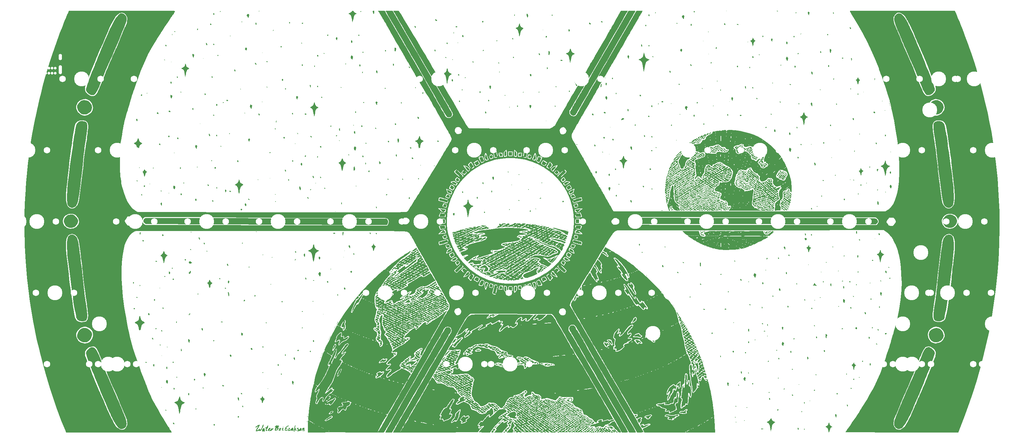
<source format=gbr>
%TF.GenerationSoftware,KiCad,Pcbnew,7.0.1*%
%TF.CreationDate,2023-03-31T22:15:07-04:00*%
%TF.ProjectId,PCB,5043422e-6b69-4636-9164-5f7063625858,rev?*%
%TF.SameCoordinates,Original*%
%TF.FileFunction,Legend,Top*%
%TF.FilePolarity,Positive*%
%FSLAX46Y46*%
G04 Gerber Fmt 4.6, Leading zero omitted, Abs format (unit mm)*
G04 Created by KiCad (PCBNEW 7.0.1) date 2023-03-31 22:15:07*
%MOMM*%
%LPD*%
G01*
G04 APERTURE LIST*
%ADD10C,1.750000*%
%ADD11C,3.987800*%
%ADD12C,0.700000*%
%ADD13O,0.900000X1.700000*%
%ADD14O,0.900000X2.400000*%
G04 APERTURE END LIST*
%TO.C,G\u002A\u002A\u002A*%
G36*
X62036191Y-63082087D02*
G01*
X61992846Y-63125431D01*
X61949501Y-63082087D01*
X61992846Y-63038742D01*
X62036191Y-63082087D01*
G37*
G36*
X67844382Y-102092325D02*
G01*
X67801037Y-102135670D01*
X67757692Y-102092325D01*
X67801037Y-102048981D01*
X67844382Y-102092325D01*
G37*
G36*
X91337215Y-63515534D02*
G01*
X91293870Y-63558878D01*
X91250525Y-63515534D01*
X91293870Y-63472189D01*
X91337215Y-63515534D01*
G37*
G36*
X94197965Y-41843179D02*
G01*
X94154621Y-41886523D01*
X94111276Y-41843179D01*
X94154621Y-41799834D01*
X94197965Y-41843179D01*
G37*
G36*
X94631413Y-21124407D02*
G01*
X94588068Y-21167752D01*
X94544723Y-21124407D01*
X94588068Y-21081063D01*
X94631413Y-21124407D01*
G37*
G36*
X99399331Y-23551711D02*
G01*
X99355986Y-23595056D01*
X99312641Y-23551711D01*
X99355986Y-23508366D01*
X99399331Y-23551711D01*
G37*
G36*
X110062129Y-103045909D02*
G01*
X110018785Y-103089254D01*
X109975440Y-103045909D01*
X110018785Y-103002564D01*
X110062129Y-103045909D01*
G37*
G36*
X110148819Y-102785841D02*
G01*
X110105474Y-102829186D01*
X110062129Y-102785841D01*
X110105474Y-102742496D01*
X110148819Y-102785841D01*
G37*
G36*
X110322198Y-102352394D02*
G01*
X110278853Y-102395738D01*
X110235508Y-102352394D01*
X110278853Y-102309049D01*
X110322198Y-102352394D01*
G37*
G36*
X110408887Y-102092325D02*
G01*
X110365542Y-102135670D01*
X110322198Y-102092325D01*
X110365542Y-102048981D01*
X110408887Y-102092325D01*
G37*
G36*
X110668955Y-101398810D02*
G01*
X110625610Y-101442155D01*
X110582266Y-101398810D01*
X110625610Y-101355465D01*
X110668955Y-101398810D01*
G37*
G36*
X110929023Y-90996080D02*
G01*
X110885679Y-91039424D01*
X110842334Y-90996080D01*
X110885679Y-90952735D01*
X110929023Y-90996080D01*
G37*
G36*
X112316054Y-97757854D02*
G01*
X112272709Y-97801199D01*
X112229365Y-97757854D01*
X112272709Y-97714510D01*
X112316054Y-97757854D01*
G37*
G36*
X112402744Y-97584476D02*
G01*
X112359399Y-97627820D01*
X112316054Y-97584476D01*
X112359399Y-97541131D01*
X112402744Y-97584476D01*
G37*
G36*
X112489433Y-97411097D02*
G01*
X112446088Y-97454441D01*
X112402744Y-97411097D01*
X112446088Y-97367752D01*
X112489433Y-97411097D01*
G37*
G36*
X112576122Y-97237718D02*
G01*
X112532778Y-97281063D01*
X112489433Y-97237718D01*
X112532778Y-97194373D01*
X112576122Y-97237718D01*
G37*
G36*
X112662812Y-97064339D02*
G01*
X112619467Y-97107684D01*
X112576122Y-97064339D01*
X112619467Y-97020994D01*
X112662812Y-97064339D01*
G37*
G36*
X112749501Y-96890960D02*
G01*
X112706157Y-96934305D01*
X112662812Y-96890960D01*
X112706157Y-96847616D01*
X112749501Y-96890960D01*
G37*
G36*
X112836191Y-96717581D02*
G01*
X112792846Y-96760926D01*
X112749501Y-96717581D01*
X112792846Y-96674237D01*
X112836191Y-96717581D01*
G37*
G36*
X112922880Y-96544203D02*
G01*
X112879535Y-96587547D01*
X112836191Y-96544203D01*
X112879535Y-96500858D01*
X112922880Y-96544203D01*
G37*
G36*
X113009570Y-96370824D02*
G01*
X112966225Y-96414168D01*
X112922880Y-96370824D01*
X112966225Y-96327479D01*
X113009570Y-96370824D01*
G37*
G36*
X113096259Y-96197445D02*
G01*
X113052914Y-96240790D01*
X113009570Y-96197445D01*
X113052914Y-96154100D01*
X113096259Y-96197445D01*
G37*
G36*
X113182948Y-96024066D02*
G01*
X113139604Y-96067411D01*
X113096259Y-96024066D01*
X113139604Y-95980721D01*
X113182948Y-96024066D01*
G37*
G36*
X113269638Y-95850687D02*
G01*
X113226293Y-95894032D01*
X113182948Y-95850687D01*
X113226293Y-95807343D01*
X113269638Y-95850687D01*
G37*
G36*
X113356327Y-95677308D02*
G01*
X113312983Y-95720653D01*
X113269638Y-95677308D01*
X113312983Y-95633964D01*
X113356327Y-95677308D01*
G37*
G36*
X113443017Y-95503930D02*
G01*
X113399672Y-95547274D01*
X113356327Y-95503930D01*
X113399672Y-95460585D01*
X113443017Y-95503930D01*
G37*
G36*
X113876464Y-94723725D02*
G01*
X113833119Y-94767069D01*
X113789774Y-94723725D01*
X113833119Y-94680380D01*
X113876464Y-94723725D01*
G37*
G36*
X113963153Y-94550346D02*
G01*
X113919808Y-94593691D01*
X113876464Y-94550346D01*
X113919808Y-94507001D01*
X113963153Y-94550346D01*
G37*
G36*
X114049843Y-94376967D02*
G01*
X114006498Y-94420312D01*
X113963153Y-94376967D01*
X114006498Y-94333622D01*
X114049843Y-94376967D01*
G37*
G36*
X114136532Y-94203588D02*
G01*
X114093187Y-94246933D01*
X114049843Y-94203588D01*
X114093187Y-94160244D01*
X114136532Y-94203588D01*
G37*
G36*
X114483290Y-93596762D02*
G01*
X114439945Y-93640107D01*
X114396600Y-93596762D01*
X114439945Y-93553418D01*
X114483290Y-93596762D01*
G37*
G36*
X116303767Y-75738742D02*
G01*
X116260423Y-75782087D01*
X116217078Y-75738742D01*
X116260423Y-75695397D01*
X116303767Y-75738742D01*
G37*
G36*
X125319467Y-94116899D02*
G01*
X125276122Y-94160244D01*
X125232778Y-94116899D01*
X125276122Y-94073554D01*
X125319467Y-94116899D01*
G37*
G36*
X125406157Y-89955807D02*
G01*
X125362812Y-89999151D01*
X125319467Y-89955807D01*
X125362812Y-89912462D01*
X125406157Y-89955807D01*
G37*
G36*
X125926293Y-98451370D02*
G01*
X125882948Y-98494715D01*
X125839604Y-98451370D01*
X125882948Y-98408025D01*
X125926293Y-98451370D01*
G37*
G36*
X127833460Y-95850687D02*
G01*
X127790116Y-95894032D01*
X127746771Y-95850687D01*
X127790116Y-95807343D01*
X127833460Y-95850687D01*
G37*
G36*
X131214348Y-69063657D02*
G01*
X131171003Y-69107001D01*
X131127658Y-69063657D01*
X131171003Y-69020312D01*
X131214348Y-69063657D01*
G37*
G36*
X132948136Y-88135329D02*
G01*
X132904791Y-88178674D01*
X132861447Y-88135329D01*
X132904791Y-88091984D01*
X132948136Y-88135329D01*
G37*
G36*
X132948136Y-105733281D02*
G01*
X132904791Y-105776626D01*
X132861447Y-105733281D01*
X132904791Y-105689936D01*
X132948136Y-105733281D01*
G37*
G36*
X133208204Y-88048639D02*
G01*
X133164860Y-88091984D01*
X133121515Y-88048639D01*
X133164860Y-88005295D01*
X133208204Y-88048639D01*
G37*
G36*
X135288750Y-103392667D02*
G01*
X135245406Y-103436011D01*
X135202061Y-103392667D01*
X135245406Y-103349322D01*
X135288750Y-103392667D01*
G37*
G36*
X143350866Y-66679697D02*
G01*
X142483972Y-66679697D01*
X142483972Y-65639424D01*
X143350866Y-65639424D01*
X143350866Y-66679697D01*
G37*
G36*
X148205474Y-73311438D02*
G01*
X148162129Y-73354783D01*
X148118785Y-73311438D01*
X148162129Y-73268093D01*
X148205474Y-73311438D01*
G37*
G36*
X152800013Y-69843861D02*
G01*
X152756669Y-69887206D01*
X152713324Y-69843861D01*
X152756669Y-69800517D01*
X152800013Y-69843861D01*
G37*
G36*
X153753597Y-80766728D02*
G01*
X153710252Y-80810073D01*
X153666907Y-80766728D01*
X153710252Y-80723383D01*
X153753597Y-80766728D01*
G37*
G36*
X153926976Y-80853418D02*
G01*
X153883631Y-80896762D01*
X153840286Y-80853418D01*
X153883631Y-80810073D01*
X153926976Y-80853418D01*
G37*
G36*
X154360423Y-81026796D02*
G01*
X154317078Y-81070141D01*
X154273733Y-81026796D01*
X154317078Y-80983452D01*
X154360423Y-81026796D01*
G37*
G36*
X154533802Y-81113486D02*
G01*
X154490457Y-81156831D01*
X154447112Y-81113486D01*
X154490457Y-81070141D01*
X154533802Y-81113486D01*
G37*
G36*
X156787727Y-79986523D02*
G01*
X156744382Y-80029868D01*
X156701037Y-79986523D01*
X156744382Y-79943179D01*
X156787727Y-79986523D01*
G37*
G36*
X159995235Y-72011097D02*
G01*
X159951890Y-72054441D01*
X159908546Y-72011097D01*
X159951890Y-71967752D01*
X159995235Y-72011097D01*
G37*
G36*
X161208887Y-48648298D02*
G01*
X160341993Y-48648298D01*
X160341993Y-47694715D01*
X161208887Y-47694715D01*
X161208887Y-48648298D01*
G37*
G36*
X161208887Y-84624407D02*
G01*
X160341993Y-84624407D01*
X160341993Y-83670824D01*
X161208887Y-83670824D01*
X161208887Y-84624407D01*
G37*
G36*
X164503085Y-81460244D02*
G01*
X164459740Y-81503588D01*
X164416395Y-81460244D01*
X164459740Y-81416899D01*
X164503085Y-81460244D01*
G37*
G36*
X164589774Y-55193349D02*
G01*
X164546430Y-55236694D01*
X164503085Y-55193349D01*
X164546430Y-55150005D01*
X164589774Y-55193349D01*
G37*
G36*
X165456669Y-76258878D02*
G01*
X165413324Y-76302223D01*
X165369979Y-76258878D01*
X165413324Y-76215534D01*
X165456669Y-76258878D01*
G37*
G36*
X168490798Y-78512803D02*
G01*
X168447453Y-78556148D01*
X168404109Y-78512803D01*
X168447453Y-78469459D01*
X168490798Y-78512803D01*
G37*
G36*
X170311276Y-39329186D02*
G01*
X170267931Y-39372530D01*
X170224587Y-39329186D01*
X170267931Y-39285841D01*
X170311276Y-39329186D01*
G37*
G36*
X173085337Y-67850005D02*
G01*
X173041993Y-67893349D01*
X172998648Y-67850005D01*
X173041993Y-67806660D01*
X173085337Y-67850005D01*
G37*
G36*
X176119467Y-68630209D02*
G01*
X176076122Y-68673554D01*
X176032778Y-68630209D01*
X176076122Y-68586865D01*
X176119467Y-68630209D01*
G37*
G36*
X176466225Y-69843861D02*
G01*
X176422880Y-69887206D01*
X176379535Y-69843861D01*
X176422880Y-69800517D01*
X176466225Y-69843861D01*
G37*
G36*
X179066907Y-66679697D02*
G01*
X178200013Y-66679697D01*
X178200013Y-65639424D01*
X179066907Y-65639424D01*
X179066907Y-66679697D01*
G37*
G36*
X180020491Y-117349663D02*
G01*
X179977146Y-117393008D01*
X179933802Y-117349663D01*
X179977146Y-117306319D01*
X180020491Y-117349663D01*
G37*
G36*
X183054621Y-121163998D02*
G01*
X183011276Y-121207343D01*
X182967931Y-121163998D01*
X183011276Y-121120653D01*
X183054621Y-121163998D01*
G37*
G36*
X184615030Y-121163998D02*
G01*
X184571686Y-121207343D01*
X184528341Y-121163998D01*
X184571686Y-121120653D01*
X184615030Y-121163998D01*
G37*
G36*
X194584314Y-88568776D02*
G01*
X194540969Y-88612121D01*
X194497624Y-88568776D01*
X194540969Y-88525431D01*
X194584314Y-88568776D01*
G37*
G36*
X203079877Y-112148298D02*
G01*
X203036532Y-112191643D01*
X202993187Y-112148298D01*
X203036532Y-112104953D01*
X203079877Y-112148298D01*
G37*
G36*
X207587727Y-63342155D02*
G01*
X207544382Y-63385500D01*
X207501037Y-63342155D01*
X207544382Y-63298810D01*
X207587727Y-63342155D01*
G37*
G36*
X211402061Y-45050687D02*
G01*
X211358716Y-45094032D01*
X211315372Y-45050687D01*
X211358716Y-45007343D01*
X211402061Y-45050687D01*
G37*
G36*
X212268955Y-18003588D02*
G01*
X212225610Y-18046933D01*
X212182266Y-18003588D01*
X212225610Y-17960244D01*
X212268955Y-18003588D01*
G37*
G36*
X213049160Y-68890278D02*
G01*
X213005815Y-68933622D01*
X212962471Y-68890278D01*
X213005815Y-68846933D01*
X213049160Y-68890278D01*
G37*
G36*
X213395918Y-15402906D02*
G01*
X213352573Y-15446250D01*
X213309228Y-15402906D01*
X213352573Y-15359561D01*
X213395918Y-15402906D01*
G37*
G36*
X217036873Y-60568093D02*
G01*
X216993529Y-60611438D01*
X216950184Y-60568093D01*
X216993529Y-60524749D01*
X217036873Y-60568093D01*
G37*
G36*
X218337215Y-51465704D02*
G01*
X218293870Y-51509049D01*
X218250525Y-51465704D01*
X218293870Y-51422360D01*
X218337215Y-51465704D01*
G37*
G36*
X231600696Y-16529868D02*
G01*
X231557351Y-16573213D01*
X231514006Y-16529868D01*
X231557351Y-16486523D01*
X231600696Y-16529868D01*
G37*
G36*
X233421174Y-63255465D02*
G01*
X233377829Y-63298810D01*
X233334484Y-63255465D01*
X233377829Y-63212121D01*
X233421174Y-63255465D01*
G37*
G36*
X248678512Y-109807684D02*
G01*
X248635167Y-109851029D01*
X248591822Y-109807684D01*
X248635167Y-109764339D01*
X248678512Y-109807684D01*
G37*
G36*
X251539262Y-45050687D02*
G01*
X251495918Y-45094032D01*
X251452573Y-45050687D01*
X251495918Y-45007343D01*
X251539262Y-45050687D01*
G37*
G36*
X260728341Y-36555124D02*
G01*
X260684996Y-36598469D01*
X260641651Y-36555124D01*
X260684996Y-36511779D01*
X260728341Y-36555124D01*
G37*
G36*
X261508546Y-95937377D02*
G01*
X261465201Y-95980721D01*
X261421856Y-95937377D01*
X261465201Y-95894032D01*
X261508546Y-95937377D01*
G37*
G36*
X261595235Y-95677308D02*
G01*
X261551890Y-95720653D01*
X261508546Y-95677308D01*
X261551890Y-95633964D01*
X261595235Y-95677308D01*
G37*
G36*
X59666680Y-97483338D02*
G01*
X59677055Y-97586218D01*
X59666680Y-97598924D01*
X59615143Y-97587024D01*
X59608887Y-97541131D01*
X59640605Y-97469776D01*
X59666680Y-97483338D01*
G37*
G36*
X67296775Y-83914638D02*
G01*
X67307109Y-84050123D01*
X67289931Y-84080792D01*
X67250529Y-84054938D01*
X67244400Y-83967013D01*
X67265571Y-83874512D01*
X67296775Y-83914638D01*
G37*
G36*
X70329479Y-23537263D02*
G01*
X70339854Y-23640143D01*
X70329479Y-23652849D01*
X70277942Y-23640949D01*
X70271686Y-23595056D01*
X70303404Y-23523701D01*
X70329479Y-23537263D01*
G37*
G36*
X78911731Y-22583679D02*
G01*
X78922106Y-22686559D01*
X78911731Y-22699265D01*
X78860194Y-22687365D01*
X78853938Y-22641472D01*
X78885656Y-22570117D01*
X78911731Y-22583679D01*
G37*
G36*
X96509683Y-97309959D02*
G01*
X96520058Y-97412839D01*
X96509683Y-97425545D01*
X96458147Y-97413645D01*
X96451890Y-97367752D01*
X96483609Y-97296397D01*
X96509683Y-97309959D01*
G37*
G36*
X106651965Y-118238230D02*
G01*
X106663415Y-118415713D01*
X106651965Y-118454953D01*
X106620324Y-118465844D01*
X106608240Y-118346592D01*
X106621864Y-118223525D01*
X106651965Y-118238230D01*
G37*
G36*
X110206612Y-102511324D02*
G01*
X110216987Y-102614204D01*
X110206612Y-102626910D01*
X110155075Y-102615010D01*
X110148819Y-102569117D01*
X110180537Y-102497762D01*
X110206612Y-102511324D01*
G37*
G36*
X110553369Y-101557741D02*
G01*
X110563744Y-101660621D01*
X110553369Y-101673327D01*
X110501833Y-101661427D01*
X110495576Y-101615534D01*
X110527295Y-101544178D01*
X110553369Y-101557741D01*
G37*
G36*
X112511105Y-63588155D02*
G01*
X112521996Y-63619796D01*
X112402744Y-63631880D01*
X112279677Y-63618257D01*
X112294382Y-63588155D01*
X112471865Y-63576705D01*
X112511105Y-63588155D01*
G37*
G36*
X128844837Y-79798696D02*
G01*
X128832937Y-79850233D01*
X128787044Y-79856489D01*
X128715689Y-79824771D01*
X128729251Y-79798696D01*
X128832131Y-79788321D01*
X128844837Y-79798696D01*
G37*
G36*
X132572482Y-77891529D02*
G01*
X132560582Y-77943066D01*
X132514689Y-77949322D01*
X132443334Y-77917604D01*
X132456896Y-77891529D01*
X132559776Y-77881154D01*
X132572482Y-77891529D01*
G37*
G36*
X133092618Y-77978219D02*
G01*
X133102993Y-78081099D01*
X133092618Y-78093804D01*
X133041082Y-78081905D01*
X133034826Y-78036011D01*
X133066544Y-77964656D01*
X133092618Y-77978219D01*
G37*
G36*
X136733574Y-34113372D02*
G01*
X136721674Y-34164909D01*
X136675781Y-34171165D01*
X136604426Y-34139447D01*
X136617988Y-34113372D01*
X136720868Y-34102997D01*
X136733574Y-34113372D01*
G37*
G36*
X150690571Y-69395966D02*
G01*
X150678671Y-69447503D01*
X150632778Y-69453759D01*
X150561423Y-69422041D01*
X150574985Y-69395966D01*
X150677865Y-69385591D01*
X150690571Y-69395966D01*
G37*
G36*
X151904223Y-67488799D02*
G01*
X151892323Y-67540335D01*
X151846430Y-67546592D01*
X151775074Y-67514873D01*
X151788637Y-67488799D01*
X151891517Y-67478424D01*
X151904223Y-67488799D01*
G37*
G36*
X152337670Y-68529072D02*
G01*
X152325770Y-68580609D01*
X152279877Y-68586865D01*
X152208521Y-68555146D01*
X152222084Y-68529072D01*
X152324964Y-68518697D01*
X152337670Y-68529072D01*
G37*
G36*
X152857806Y-117421905D02*
G01*
X152845906Y-117473441D01*
X152800013Y-117479697D01*
X152728658Y-117447979D01*
X152742220Y-117421905D01*
X152845100Y-117411529D01*
X152857806Y-117421905D01*
G37*
G36*
X154158147Y-80925659D02*
G01*
X154146248Y-80977196D01*
X154100355Y-80983452D01*
X154028999Y-80951733D01*
X154042562Y-80925659D01*
X154145442Y-80915284D01*
X154158147Y-80925659D01*
G37*
G36*
X155371799Y-75204157D02*
G01*
X155359900Y-75255694D01*
X155314006Y-75261950D01*
X155242651Y-75230232D01*
X155256213Y-75204157D01*
X155359094Y-75193782D01*
X155371799Y-75204157D01*
G37*
G36*
X157452345Y-101817809D02*
G01*
X157440446Y-101869346D01*
X157394552Y-101875602D01*
X157323197Y-101843884D01*
X157336760Y-101817809D01*
X157439640Y-101807434D01*
X157452345Y-101817809D01*
G37*
G36*
X159532891Y-79105181D02*
G01*
X159520992Y-79156718D01*
X159475099Y-79162974D01*
X159403743Y-79131256D01*
X159417306Y-79105181D01*
X159520186Y-79094806D01*
X159532891Y-79105181D01*
G37*
G36*
X160925340Y-66453944D02*
G01*
X160899486Y-66493345D01*
X160811560Y-66499475D01*
X160719060Y-66478303D01*
X160759186Y-66447100D01*
X160894671Y-66436765D01*
X160925340Y-66453944D01*
G37*
G36*
X167074871Y-51798014D02*
G01*
X167062971Y-51849550D01*
X167017078Y-51855807D01*
X166945723Y-51824088D01*
X166959285Y-51798014D01*
X167062165Y-51787639D01*
X167074871Y-51798014D01*
G37*
G36*
X167941765Y-112653986D02*
G01*
X167929865Y-112705523D01*
X167883972Y-112711779D01*
X167812617Y-112680061D01*
X167826179Y-112653986D01*
X167929059Y-112643611D01*
X167941765Y-112653986D01*
G37*
G36*
X169074146Y-67060770D02*
G01*
X169048292Y-67100171D01*
X168960366Y-67106301D01*
X168867865Y-67085129D01*
X168907991Y-67053926D01*
X169043476Y-67043591D01*
X169074146Y-67060770D01*
G37*
G36*
X169502175Y-14955010D02*
G01*
X169512550Y-15057890D01*
X169502175Y-15070596D01*
X169450638Y-15058696D01*
X169444382Y-15012803D01*
X169476100Y-14941448D01*
X169502175Y-14955010D01*
G37*
G36*
X169726122Y-113868019D02*
G01*
X169737013Y-113899659D01*
X169617761Y-113911743D01*
X169494694Y-113898120D01*
X169509399Y-113868019D01*
X169686882Y-113856569D01*
X169726122Y-113868019D01*
G37*
G36*
X171582721Y-67835556D02*
G01*
X171570821Y-67887093D01*
X171524928Y-67893349D01*
X171453573Y-67861631D01*
X171467135Y-67835556D01*
X171570015Y-67825181D01*
X171582721Y-67835556D01*
G37*
G36*
X173489888Y-67922246D02*
G01*
X173477988Y-67973783D01*
X173432095Y-67980039D01*
X173360740Y-67948320D01*
X173374302Y-67922246D01*
X173477182Y-67911871D01*
X173489888Y-67922246D01*
G37*
G36*
X174010025Y-113087434D02*
G01*
X173998125Y-113138970D01*
X173952232Y-113145226D01*
X173880876Y-113113508D01*
X173894439Y-113087434D01*
X173997319Y-113077059D01*
X174010025Y-113087434D01*
G37*
G36*
X175917192Y-68529072D02*
G01*
X175905292Y-68580609D01*
X175859399Y-68586865D01*
X175788044Y-68555146D01*
X175801606Y-68529072D01*
X175904486Y-68518697D01*
X175917192Y-68529072D01*
G37*
G36*
X178517874Y-115948184D02*
G01*
X178505975Y-115999721D01*
X178460081Y-116005977D01*
X178388726Y-115974259D01*
X178402289Y-115948184D01*
X178505169Y-115937809D01*
X178517874Y-115948184D01*
G37*
G36*
X186753369Y-120889481D02*
G01*
X186741469Y-120941018D01*
X186695576Y-120947274D01*
X186624221Y-120915556D01*
X186637783Y-120889481D01*
X186740663Y-120879106D01*
X186753369Y-120889481D01*
G37*
G36*
X204438011Y-63327707D02*
G01*
X204426111Y-63379243D01*
X204380218Y-63385500D01*
X204308863Y-63353781D01*
X204322425Y-63327707D01*
X204425305Y-63317332D01*
X204438011Y-63327707D01*
G37*
G36*
X208252345Y-63327707D02*
G01*
X208240446Y-63379243D01*
X208194552Y-63385500D01*
X208123197Y-63353781D01*
X208136760Y-63327707D01*
X208239640Y-63317332D01*
X208252345Y-63327707D01*
G37*
G36*
X213713779Y-21456717D02*
G01*
X213701879Y-21508254D01*
X213655986Y-21514510D01*
X213584631Y-21482791D01*
X213598193Y-21456717D01*
X213701073Y-21446342D01*
X213713779Y-21456717D01*
G37*
G36*
X214407294Y-42348867D02*
G01*
X214417669Y-42451747D01*
X214407294Y-42464453D01*
X214355757Y-42452553D01*
X214349501Y-42406660D01*
X214381220Y-42335305D01*
X214407294Y-42348867D01*
G37*
G36*
X217788182Y-51191188D02*
G01*
X217776282Y-51242725D01*
X217730389Y-51248981D01*
X217659033Y-51217262D01*
X217672596Y-51191188D01*
X217775476Y-51180813D01*
X217788182Y-51191188D01*
G37*
G36*
X218481697Y-9927024D02*
G01*
X218469797Y-9978561D01*
X218423904Y-9984817D01*
X218352549Y-9953099D01*
X218366111Y-9927024D01*
X218468991Y-9916649D01*
X218481697Y-9927024D01*
G37*
G36*
X219261902Y-34200062D02*
G01*
X219250002Y-34251598D01*
X219204109Y-34257854D01*
X219132754Y-34226136D01*
X219146316Y-34200062D01*
X219249196Y-34189686D01*
X219261902Y-34200062D01*
G37*
G36*
X223856441Y-55785727D02*
G01*
X223844541Y-55837264D01*
X223798648Y-55843520D01*
X223727293Y-55811802D01*
X223740855Y-55785727D01*
X223843735Y-55775352D01*
X223856441Y-55785727D01*
G37*
G36*
X228884427Y-68789140D02*
G01*
X228872527Y-68840677D01*
X228826634Y-68846933D01*
X228755279Y-68815215D01*
X228768841Y-68789140D01*
X228871721Y-68778765D01*
X228884427Y-68789140D01*
G37*
G36*
X229317494Y-96739254D02*
G01*
X229328944Y-96916737D01*
X229317494Y-96955977D01*
X229285853Y-96966868D01*
X229273769Y-96847616D01*
X229287393Y-96724549D01*
X229317494Y-96739254D01*
G37*
G36*
X242754734Y-116034874D02*
G01*
X242765110Y-116137754D01*
X242754734Y-116150460D01*
X242703198Y-116138560D01*
X242696942Y-116092667D01*
X242728660Y-116021312D01*
X242754734Y-116034874D01*
G37*
G36*
X245962243Y-11314055D02*
G01*
X245972618Y-11416935D01*
X245962243Y-11429641D01*
X245910706Y-11417741D01*
X245904450Y-11371848D01*
X245936168Y-11300492D01*
X245962243Y-11314055D01*
G37*
G36*
X251425102Y-54960372D02*
G01*
X251435437Y-55095857D01*
X251418258Y-55126526D01*
X251378857Y-55100672D01*
X251372727Y-55012746D01*
X251393899Y-54920246D01*
X251425102Y-54960372D01*
G37*
G36*
X258013498Y-70737846D02*
G01*
X258023833Y-70873331D01*
X258006654Y-70904001D01*
X257967253Y-70878147D01*
X257961123Y-70790221D01*
X257982295Y-70697720D01*
X258013498Y-70737846D01*
G37*
G36*
X262001212Y-35021805D02*
G01*
X262011546Y-35157290D01*
X261994368Y-35187960D01*
X261954966Y-35162106D01*
X261948837Y-35074180D01*
X261970008Y-34981679D01*
X262001212Y-35021805D01*
G37*
G36*
X262086475Y-35327024D02*
G01*
X262096850Y-35429904D01*
X262086475Y-35442610D01*
X262034938Y-35430710D01*
X262028682Y-35384817D01*
X262060400Y-35313462D01*
X262086475Y-35327024D01*
G37*
G36*
X61873310Y-51732261D02*
G01*
X61912019Y-51827449D01*
X61844052Y-51922504D01*
X61773727Y-51942496D01*
X61730336Y-51878785D01*
X61744582Y-51812960D01*
X61826849Y-51725374D01*
X61873310Y-51732261D01*
G37*
G36*
X66877404Y-71049235D02*
G01*
X66969739Y-71129820D01*
X66977488Y-71149319D01*
X66936347Y-71184949D01*
X66850692Y-71105111D01*
X66839175Y-71087464D01*
X66828958Y-71028142D01*
X66877404Y-71049235D01*
G37*
G36*
X67686981Y-57922598D02*
G01*
X67741189Y-58032428D01*
X67707379Y-58161350D01*
X67627658Y-58184134D01*
X67517958Y-58121925D01*
X67512940Y-58049521D01*
X67587957Y-57916365D01*
X67686981Y-57922598D01*
G37*
G36*
X69363725Y-47230793D02*
G01*
X69449592Y-47312457D01*
X69442522Y-47357041D01*
X69317906Y-47432151D01*
X69204873Y-47379210D01*
X69178540Y-47278649D01*
X69266862Y-47219370D01*
X69363725Y-47230793D01*
G37*
G36*
X71850878Y-107754589D02*
G01*
X71908093Y-107873710D01*
X71852275Y-107958357D01*
X71755882Y-108004402D01*
X71694193Y-107911274D01*
X71674338Y-107749817D01*
X71746171Y-107693970D01*
X71850878Y-107754589D01*
G37*
G36*
X85962471Y-42702849D02*
G01*
X85892672Y-42822267D01*
X85825212Y-42840107D01*
X85724107Y-42789702D01*
X85722269Y-42737163D01*
X85808555Y-42622684D01*
X85912432Y-42608129D01*
X85962471Y-42702849D01*
G37*
G36*
X95715729Y-93226123D02*
G01*
X95730285Y-93330000D01*
X95635565Y-93380039D01*
X95516146Y-93310240D01*
X95498307Y-93242781D01*
X95548711Y-93141675D01*
X95601250Y-93139837D01*
X95715729Y-93226123D01*
G37*
G36*
X96196463Y-110854665D02*
G01*
X96147606Y-110941371D01*
X96100798Y-110964988D01*
X96026843Y-110937720D01*
X96031447Y-110895636D01*
X96104383Y-110802616D01*
X96128972Y-110798110D01*
X96196463Y-110854665D01*
G37*
G36*
X96720957Y-54604191D02*
G01*
X96763629Y-54712824D01*
X96725502Y-54751532D01*
X96608078Y-54743867D01*
X96579234Y-54712204D01*
X96559015Y-54589134D01*
X96642874Y-54555988D01*
X96720957Y-54604191D01*
G37*
G36*
X107606949Y-57627841D02*
G01*
X107591811Y-57731818D01*
X107477701Y-57817510D01*
X107389271Y-57779781D01*
X107374757Y-57714567D01*
X107444556Y-57595148D01*
X107512015Y-57577308D01*
X107606949Y-57627841D01*
G37*
G36*
X115678072Y-30313156D02*
G01*
X115763765Y-30427266D01*
X115726035Y-30515696D01*
X115660821Y-30530209D01*
X115541402Y-30460411D01*
X115523563Y-30392951D01*
X115574095Y-30298018D01*
X115678072Y-30313156D01*
G37*
G36*
X119728699Y-56729877D02*
G01*
X119743254Y-56833754D01*
X119648534Y-56883793D01*
X119529116Y-56813995D01*
X119511276Y-56746535D01*
X119561681Y-56645430D01*
X119614220Y-56643591D01*
X119728699Y-56729877D01*
G37*
G36*
X129567249Y-80894367D02*
G01*
X129512122Y-81004276D01*
X129406099Y-81031554D01*
X129357013Y-80993950D01*
X129379300Y-80900952D01*
X129437712Y-80865222D01*
X129549156Y-80861240D01*
X129567249Y-80894367D01*
G37*
G36*
X131753267Y-34415340D02*
G01*
X131810482Y-34534461D01*
X131754664Y-34619108D01*
X131658271Y-34665153D01*
X131596582Y-34572025D01*
X131576727Y-34410568D01*
X131648560Y-34354721D01*
X131753267Y-34415340D01*
G37*
G36*
X131875682Y-86557186D02*
G01*
X131847521Y-86627254D01*
X131741909Y-86700980D01*
X131596322Y-86752074D01*
X131561105Y-86705283D01*
X131628388Y-86603068D01*
X131766211Y-86539652D01*
X131875682Y-86557186D01*
G37*
G36*
X134120737Y-74758556D02*
G01*
X134094722Y-74823042D01*
X134013820Y-74866274D01*
X133912542Y-74892668D01*
X133954091Y-74829163D01*
X133965292Y-74817746D01*
X134078952Y-74749271D01*
X134120737Y-74758556D01*
G37*
G36*
X146805729Y-18370054D02*
G01*
X146818443Y-18431919D01*
X146789874Y-18557171D01*
X146714811Y-18519624D01*
X146692111Y-18486370D01*
X146702982Y-18375032D01*
X146730340Y-18351220D01*
X146805729Y-18370054D01*
G37*
G36*
X151565906Y-78341123D02*
G01*
X151478429Y-78441203D01*
X151397252Y-78469459D01*
X151362307Y-78419927D01*
X151414721Y-78337329D01*
X151520725Y-78246453D01*
X151564051Y-78244873D01*
X151565906Y-78341123D01*
G37*
G36*
X159453394Y-32487781D02*
G01*
X159455232Y-32540320D01*
X159368946Y-32654799D01*
X159265069Y-32669355D01*
X159215030Y-32574635D01*
X159284829Y-32455216D01*
X159352289Y-32437377D01*
X159453394Y-32487781D01*
G37*
G36*
X166055298Y-68426128D02*
G01*
X166097716Y-68511295D01*
X166071553Y-68574448D01*
X165990255Y-68642971D01*
X165935616Y-68590352D01*
X165912903Y-68458812D01*
X166013804Y-68416081D01*
X166055298Y-68426128D01*
G37*
G36*
X176568892Y-31308946D02*
G01*
X176623101Y-31418776D01*
X176589290Y-31547698D01*
X176509570Y-31570482D01*
X176399869Y-31508273D01*
X176394851Y-31435869D01*
X176469868Y-31302713D01*
X176568892Y-31308946D01*
G37*
G36*
X185440858Y-47577550D02*
G01*
X185526725Y-47659214D01*
X185519655Y-47703798D01*
X185395039Y-47778909D01*
X185282006Y-47725968D01*
X185255673Y-47625406D01*
X185343995Y-47566128D01*
X185440858Y-47577550D01*
G37*
G36*
X198298564Y-81712034D02*
G01*
X198390899Y-81792619D01*
X198398648Y-81812117D01*
X198357507Y-81847748D01*
X198271853Y-81767909D01*
X198260336Y-81750262D01*
X198250118Y-81690941D01*
X198298564Y-81712034D01*
G37*
G36*
X204193445Y-88473808D02*
G01*
X204285780Y-88554393D01*
X204293529Y-88573892D01*
X204252388Y-88609522D01*
X204166733Y-88529684D01*
X204155216Y-88512037D01*
X204144999Y-88452716D01*
X204193445Y-88473808D01*
G37*
G36*
X204366824Y-88733877D02*
G01*
X204459889Y-88821164D01*
X204440798Y-88871345D01*
X204428679Y-88872189D01*
X204355356Y-88810615D01*
X204328595Y-88772105D01*
X204318378Y-88712784D01*
X204366824Y-88733877D01*
G37*
G36*
X210319142Y-59330560D02*
G01*
X210333698Y-59434437D01*
X210238978Y-59484476D01*
X210119559Y-59414677D01*
X210101720Y-59347217D01*
X210152124Y-59246112D01*
X210204663Y-59244274D01*
X210319142Y-59330560D01*
G37*
G36*
X210353970Y-103800823D02*
G01*
X210343345Y-103881443D01*
X210295599Y-103946699D01*
X210238945Y-103881094D01*
X210207135Y-103753471D01*
X210223073Y-103719209D01*
X210308772Y-103704973D01*
X210353970Y-103800823D01*
G37*
G36*
X211584438Y-68821255D02*
G01*
X211627111Y-68929889D01*
X211588983Y-68968597D01*
X211471560Y-68960932D01*
X211442715Y-68929269D01*
X211422496Y-68806199D01*
X211506355Y-68773053D01*
X211584438Y-68821255D01*
G37*
G36*
X212192848Y-103464186D02*
G01*
X212250280Y-103607834D01*
X212244266Y-103662976D01*
X212185134Y-103632069D01*
X212149631Y-103562694D01*
X212100515Y-103398086D01*
X212120681Y-103365245D01*
X212192848Y-103464186D01*
G37*
G36*
X212336775Y-57707012D02*
G01*
X212422468Y-57821122D01*
X212384738Y-57909552D01*
X212319524Y-57924066D01*
X212200105Y-57854268D01*
X212182266Y-57786808D01*
X212232798Y-57691874D01*
X212336775Y-57707012D01*
G37*
G36*
X212542789Y-61133641D02*
G01*
X212521702Y-61232961D01*
X212403568Y-61289638D01*
X212287904Y-61247753D01*
X212268955Y-61174919D01*
X212331274Y-61065613D01*
X212420662Y-61061388D01*
X212542789Y-61133641D01*
G37*
G36*
X221380428Y-53898622D02*
G01*
X221456316Y-54007870D01*
X221396726Y-54097234D01*
X221330720Y-54109732D01*
X221243228Y-54052205D01*
X221253115Y-53980195D01*
X221334717Y-53892164D01*
X221380428Y-53898622D01*
G37*
G36*
X221710284Y-109955772D02*
G01*
X221699659Y-110036392D01*
X221651913Y-110101648D01*
X221595259Y-110036042D01*
X221563449Y-109908420D01*
X221579387Y-109874157D01*
X221665086Y-109859922D01*
X221710284Y-109955772D01*
G37*
G36*
X222416196Y-53632940D02*
G01*
X222349044Y-53722237D01*
X222276178Y-53749581D01*
X222169857Y-53728147D01*
X222170462Y-53662891D01*
X222256758Y-53564454D01*
X222366508Y-53556210D01*
X222416196Y-53632940D01*
G37*
G36*
X228897625Y-79108377D02*
G01*
X228943608Y-79203542D01*
X228942683Y-79343036D01*
X228909538Y-79382037D01*
X228844214Y-79353500D01*
X228826634Y-79254779D01*
X228845885Y-79098581D01*
X228897625Y-79108377D01*
G37*
G36*
X233922440Y-53112473D02*
G01*
X234008133Y-53226583D01*
X233970404Y-53315013D01*
X233905190Y-53329527D01*
X233785771Y-53259729D01*
X233767931Y-53192269D01*
X233818464Y-53097335D01*
X233922440Y-53112473D01*
G37*
G36*
X234941952Y-62753703D02*
G01*
X234863886Y-62906496D01*
X234751464Y-63001844D01*
X234692357Y-62975008D01*
X234703257Y-62854116D01*
X234767909Y-62776143D01*
X234903931Y-62700842D01*
X234941952Y-62753703D01*
G37*
G36*
X238554632Y-116943668D02*
G01*
X238611847Y-117062788D01*
X238556029Y-117147436D01*
X238459637Y-117193480D01*
X238397948Y-117100352D01*
X238378093Y-116938896D01*
X238449926Y-116883048D01*
X238554632Y-116943668D01*
G37*
G36*
X239248147Y-121624897D02*
G01*
X239305362Y-121744017D01*
X239249545Y-121828664D01*
X239153152Y-121874709D01*
X239091463Y-121781581D01*
X239071608Y-121620124D01*
X239143441Y-121564277D01*
X239248147Y-121624897D01*
G37*
G36*
X242611666Y-62129377D02*
G01*
X242661675Y-62233269D01*
X242649895Y-62264527D01*
X242566208Y-62341395D01*
X242525258Y-62253845D01*
X242523563Y-62210076D01*
X242566214Y-62120790D01*
X242611666Y-62129377D01*
G37*
G36*
X249892163Y-75384760D02*
G01*
X249822365Y-75504179D01*
X249754905Y-75522018D01*
X249653800Y-75471614D01*
X249651961Y-75419075D01*
X249738247Y-75304596D01*
X249842125Y-75290040D01*
X249892163Y-75384760D01*
G37*
G36*
X252338250Y-86168924D02*
G01*
X252395465Y-86288044D01*
X252339647Y-86372692D01*
X252243254Y-86418736D01*
X252181565Y-86325608D01*
X252161710Y-86164152D01*
X252233543Y-86108304D01*
X252338250Y-86168924D01*
G37*
G36*
X252424939Y-55047422D02*
G01*
X252482154Y-55166543D01*
X252426336Y-55251190D01*
X252329944Y-55297234D01*
X252268255Y-55204107D01*
X252248400Y-55042650D01*
X252320233Y-54986802D01*
X252424939Y-55047422D01*
G37*
G36*
X253115650Y-82975840D02*
G01*
X253169858Y-83085670D01*
X253136047Y-83214592D01*
X253056327Y-83237377D01*
X252946627Y-83175168D01*
X252941609Y-83102763D01*
X253016626Y-82969607D01*
X253115650Y-82975840D01*
G37*
G36*
X255000495Y-31592681D02*
G01*
X255013341Y-31633332D01*
X254952329Y-31714427D01*
X254915815Y-31730858D01*
X254841860Y-31703590D01*
X254846464Y-31661506D01*
X254922396Y-31571648D01*
X255000495Y-31592681D01*
G37*
G36*
X259620161Y-82007832D02*
G01*
X259677376Y-82126952D01*
X259621558Y-82211600D01*
X259525166Y-82257644D01*
X259463477Y-82164516D01*
X259443622Y-82003060D01*
X259515455Y-81947212D01*
X259620161Y-82007832D01*
G37*
G36*
X260022111Y-33974150D02*
G01*
X260034826Y-34036015D01*
X260006256Y-34161266D01*
X259931193Y-34123720D01*
X259908493Y-34090466D01*
X259919365Y-33979128D01*
X259946722Y-33955315D01*
X260022111Y-33974150D01*
G37*
G36*
X260470059Y-47002303D02*
G01*
X260549310Y-47094008D01*
X260492062Y-47185464D01*
X260394231Y-47237007D01*
X260330371Y-47141991D01*
X260301290Y-46984099D01*
X260381957Y-46958866D01*
X260470059Y-47002303D01*
G37*
G36*
X261865821Y-34580517D02*
G01*
X261869906Y-34584539D01*
X261931016Y-34734401D01*
X261923594Y-34789842D01*
X261878929Y-34809967D01*
X261832002Y-34698251D01*
X261812311Y-34564427D01*
X261865821Y-34580517D01*
G37*
G36*
X61242476Y-86430925D02*
G01*
X61255986Y-86531575D01*
X61213871Y-86679683D01*
X61123651Y-86686188D01*
X61054510Y-86583395D01*
X61054283Y-86424172D01*
X61180119Y-86358225D01*
X61183745Y-86358196D01*
X61242476Y-86430925D01*
G37*
G36*
X61327571Y-55306086D02*
G01*
X61342675Y-55366728D01*
X61273283Y-55481658D01*
X61212641Y-55496762D01*
X61097711Y-55427370D01*
X61082607Y-55366728D01*
X61151999Y-55251798D01*
X61212641Y-55236694D01*
X61327571Y-55306086D01*
G37*
G36*
X62071841Y-83278834D02*
G01*
X62079535Y-83324066D01*
X62011174Y-83454232D01*
X61971174Y-83475773D01*
X61884168Y-83435538D01*
X61862812Y-83324066D01*
X61902756Y-83186571D01*
X61971174Y-83172360D01*
X62071841Y-83278834D01*
G37*
G36*
X62532192Y-59036612D02*
G01*
X62556327Y-59137718D01*
X62512944Y-59288742D01*
X62405009Y-59293656D01*
X62354052Y-59253304D01*
X62295706Y-59114461D01*
X62345842Y-58993450D01*
X62426293Y-58964339D01*
X62532192Y-59036612D01*
G37*
G36*
X63940839Y-31896519D02*
G01*
X63943358Y-31917240D01*
X63877389Y-32001410D01*
X63856669Y-32003930D01*
X63772498Y-31937961D01*
X63769979Y-31917240D01*
X63835948Y-31833070D01*
X63856669Y-31830551D01*
X63940839Y-31896519D01*
G37*
G36*
X64721044Y-56169557D02*
G01*
X64723563Y-56190278D01*
X64657594Y-56274448D01*
X64636873Y-56276967D01*
X64552703Y-56210999D01*
X64550184Y-56190278D01*
X64616152Y-56106107D01*
X64636873Y-56103588D01*
X64721044Y-56169557D01*
G37*
G36*
X64794971Y-27568732D02*
G01*
X64810252Y-27669459D01*
X64764507Y-27816971D01*
X64662724Y-27828575D01*
X64593529Y-27756148D01*
X64582870Y-27612696D01*
X64677776Y-27506523D01*
X64728679Y-27496080D01*
X64794971Y-27568732D01*
G37*
G36*
X65626107Y-51897264D02*
G01*
X65633802Y-51942496D01*
X65565440Y-52072662D01*
X65525440Y-52094203D01*
X65438434Y-52053968D01*
X65417078Y-51942496D01*
X65457022Y-51805001D01*
X65525440Y-51790790D01*
X65626107Y-51897264D01*
G37*
G36*
X66346527Y-94752653D02*
G01*
X66370662Y-94853759D01*
X66316457Y-94994958D01*
X66240628Y-95027138D01*
X66134728Y-94954865D01*
X66110593Y-94853759D01*
X66164798Y-94712560D01*
X66240628Y-94680380D01*
X66346527Y-94752653D01*
G37*
G36*
X66473288Y-76816442D02*
G01*
X66522377Y-76909932D01*
X66438932Y-76982542D01*
X66334541Y-76995738D01*
X66152765Y-76950306D01*
X66110593Y-76859675D01*
X66176240Y-76756294D01*
X66298854Y-76751313D01*
X66473288Y-76816442D01*
G37*
G36*
X67456035Y-99133563D02*
G01*
X67548489Y-99219356D01*
X67541347Y-99274307D01*
X67416627Y-99357991D01*
X67287559Y-99284477D01*
X67277336Y-99269152D01*
X67257764Y-99147655D01*
X67364764Y-99110689D01*
X67456035Y-99133563D01*
G37*
G36*
X67841863Y-110523823D02*
G01*
X67844382Y-110544544D01*
X67778413Y-110628714D01*
X67757692Y-110631233D01*
X67673522Y-110565265D01*
X67671003Y-110544544D01*
X67736971Y-110460374D01*
X67757692Y-110457854D01*
X67841863Y-110523823D01*
G37*
G36*
X68233002Y-89266864D02*
G01*
X68262186Y-89377443D01*
X68237755Y-89533849D01*
X68153824Y-89565704D01*
X68043383Y-89490927D01*
X68017761Y-89341757D01*
X68058089Y-89182720D01*
X68146249Y-89160152D01*
X68233002Y-89266864D01*
G37*
G36*
X68582998Y-22933563D02*
G01*
X68675452Y-23019356D01*
X68668310Y-23074307D01*
X68543589Y-23157991D01*
X68414522Y-23084477D01*
X68404299Y-23069152D01*
X68384727Y-22947655D01*
X68491727Y-22910689D01*
X68582998Y-22933563D01*
G37*
G36*
X68906121Y-116511457D02*
G01*
X68965095Y-116669219D01*
X68956766Y-116786573D01*
X68886839Y-116823915D01*
X68818554Y-116772095D01*
X68727010Y-116622828D01*
X68724302Y-116489636D01*
X68800686Y-116439424D01*
X68906121Y-116511457D01*
G37*
G36*
X69315583Y-99774335D02*
G01*
X69318102Y-99795056D01*
X69252133Y-99879226D01*
X69231413Y-99881745D01*
X69147242Y-99815777D01*
X69144723Y-99795056D01*
X69210692Y-99710886D01*
X69231413Y-99708366D01*
X69315583Y-99774335D01*
G37*
G36*
X69749030Y-58596860D02*
G01*
X69751549Y-58617581D01*
X69685581Y-58701752D01*
X69664860Y-58704271D01*
X69580689Y-58638302D01*
X69578170Y-58617581D01*
X69644139Y-58533411D01*
X69664860Y-58530892D01*
X69749030Y-58596860D01*
G37*
G36*
X70591511Y-16161438D02*
G01*
X70604993Y-16381302D01*
X70591511Y-16464851D01*
X70566384Y-16491831D01*
X70552704Y-16371962D01*
X70551866Y-16313145D01*
X70560904Y-16155429D01*
X70583407Y-16136842D01*
X70591511Y-16161438D01*
G37*
G36*
X70680998Y-78628421D02*
G01*
X70705133Y-78729527D01*
X70661749Y-78880551D01*
X70553814Y-78885464D01*
X70502857Y-78845113D01*
X70444511Y-78706270D01*
X70494648Y-78585259D01*
X70575099Y-78556148D01*
X70680998Y-78628421D01*
G37*
G36*
X71138580Y-47824749D02*
G01*
X71221280Y-47902648D01*
X71225269Y-47916554D01*
X71158198Y-47953789D01*
X71138580Y-47954783D01*
X71055222Y-47888140D01*
X71051890Y-47862977D01*
X71105000Y-47811203D01*
X71138580Y-47824749D01*
G37*
G36*
X71383544Y-15428953D02*
G01*
X71398648Y-15489595D01*
X71345843Y-15608990D01*
X71225950Y-15587468D01*
X71196373Y-15561836D01*
X71141153Y-15434952D01*
X71231380Y-15362468D01*
X71268614Y-15359561D01*
X71383544Y-15428953D01*
G37*
G36*
X72683885Y-104545677D02*
G01*
X72698989Y-104606319D01*
X72629597Y-104721249D01*
X72568955Y-104736353D01*
X72454025Y-104666961D01*
X72438921Y-104606319D01*
X72508313Y-104491388D01*
X72568955Y-104476284D01*
X72683885Y-104545677D01*
G37*
G36*
X72994708Y-31611940D02*
G01*
X73002402Y-31657172D01*
X72934041Y-31787337D01*
X72894041Y-31808878D01*
X72807035Y-31768644D01*
X72785679Y-31657172D01*
X72825623Y-31519677D01*
X72894041Y-31505465D01*
X72994708Y-31611940D01*
G37*
G36*
X73774913Y-55884977D02*
G01*
X73782607Y-55930209D01*
X73714246Y-56060375D01*
X73674245Y-56081916D01*
X73587240Y-56041682D01*
X73565884Y-55930209D01*
X73605827Y-55792714D01*
X73674245Y-55778503D01*
X73774913Y-55884977D01*
G37*
G36*
X75559740Y-73571506D02*
G01*
X75639885Y-73688322D01*
X75622644Y-73818096D01*
X75525670Y-73874919D01*
X75391214Y-73805113D01*
X75356077Y-73747661D01*
X75364044Y-73603357D01*
X75474402Y-73544604D01*
X75559740Y-73571506D01*
G37*
G36*
X77365547Y-51642548D02*
G01*
X77380218Y-51682428D01*
X77310003Y-51759337D01*
X77250184Y-51769117D01*
X77134820Y-51722307D01*
X77120150Y-51682428D01*
X77190364Y-51605519D01*
X77250184Y-51595738D01*
X77365547Y-51642548D01*
G37*
G36*
X77538493Y-85560694D02*
G01*
X77553597Y-85621336D01*
X77484205Y-85736266D01*
X77423563Y-85751370D01*
X77308633Y-85681978D01*
X77293529Y-85621336D01*
X77362921Y-85506406D01*
X77423563Y-85491302D01*
X77538493Y-85560694D01*
G37*
G36*
X78070205Y-40042285D02*
G01*
X78073733Y-40066046D01*
X78044156Y-40150481D01*
X78035505Y-40152735D01*
X77961492Y-40091989D01*
X77943699Y-40066046D01*
X77950572Y-39986163D01*
X77981928Y-39979356D01*
X78070205Y-40042285D01*
G37*
G36*
X79820904Y-74024395D02*
G01*
X79849912Y-74047506D01*
X79932249Y-74180812D01*
X79886530Y-74286314D01*
X79802406Y-74308366D01*
X79737427Y-74235276D01*
X79720832Y-74124373D01*
X79739959Y-73999235D01*
X79820904Y-74024395D01*
G37*
G36*
X81187628Y-49944034D02*
G01*
X81194552Y-49997100D01*
X81146083Y-50109142D01*
X81107863Y-50122018D01*
X81038110Y-50049193D01*
X81021174Y-49943523D01*
X81054545Y-49823656D01*
X81107863Y-49818605D01*
X81187628Y-49944034D01*
G37*
G36*
X81750339Y-98016035D02*
G01*
X81758034Y-98061267D01*
X81689672Y-98191433D01*
X81649672Y-98212974D01*
X81562666Y-98172740D01*
X81541310Y-98061267D01*
X81581254Y-97923772D01*
X81649672Y-97909561D01*
X81750339Y-98016035D01*
G37*
G36*
X81788956Y-18884222D02*
G01*
X81801378Y-18957172D01*
X81751654Y-19104439D01*
X81641389Y-19113885D01*
X81545425Y-19008206D01*
X81501624Y-18838455D01*
X81541076Y-18783938D01*
X81686850Y-18772727D01*
X81788956Y-18884222D01*
G37*
G36*
X82858989Y-21757240D02*
G01*
X82900781Y-21889650D01*
X82834885Y-22009014D01*
X82759121Y-22034646D01*
X82668596Y-21965910D01*
X82637989Y-21907388D01*
X82644830Y-21765401D01*
X82747981Y-21706802D01*
X82858989Y-21757240D01*
G37*
G36*
X83438697Y-10055032D02*
G01*
X83448477Y-10114851D01*
X83401668Y-10230215D01*
X83361788Y-10244885D01*
X83284879Y-10174670D01*
X83275099Y-10114851D01*
X83321908Y-9999487D01*
X83361788Y-9984817D01*
X83438697Y-10055032D01*
G37*
G36*
X83657506Y-46089073D02*
G01*
X83665201Y-46134305D01*
X83596840Y-46264471D01*
X83556839Y-46286011D01*
X83469834Y-46245777D01*
X83448477Y-46134305D01*
X83488421Y-45996810D01*
X83556839Y-45982598D01*
X83657506Y-46089073D01*
G37*
G36*
X84300741Y-34388639D02*
G01*
X84315372Y-34426117D01*
X84258013Y-34539318D01*
X84146830Y-34566427D01*
X84110739Y-34544462D01*
X84058004Y-34418623D01*
X84150790Y-34347060D01*
X84185337Y-34344544D01*
X84300741Y-34388639D01*
G37*
G36*
X84890018Y-83985096D02*
G01*
X84922198Y-84060926D01*
X84889784Y-84168226D01*
X84766693Y-84163792D01*
X84683802Y-84133548D01*
X84580110Y-84043299D01*
X84624163Y-83957994D01*
X84748819Y-83930892D01*
X84890018Y-83985096D01*
G37*
G36*
X86207868Y-16620023D02*
G01*
X86222539Y-16659902D01*
X86152324Y-16736811D01*
X86092505Y-16746592D01*
X85977141Y-16699782D01*
X85962471Y-16659902D01*
X86032685Y-16582993D01*
X86092505Y-16573213D01*
X86207868Y-16620023D01*
G37*
G36*
X88893370Y-30835538D02*
G01*
X88909911Y-30876967D01*
X88847691Y-30961175D01*
X88828338Y-30963657D01*
X88710931Y-30900642D01*
X88693187Y-30876967D01*
X88712840Y-30802752D01*
X88774761Y-30790278D01*
X88893370Y-30835538D01*
G37*
G36*
X89201232Y-12819028D02*
G01*
X89254902Y-12938400D01*
X89199392Y-13015934D01*
X89175095Y-13018947D01*
X89056853Y-12956273D01*
X89043647Y-12938247D01*
X89047790Y-12835346D01*
X89139437Y-12790553D01*
X89201232Y-12819028D01*
G37*
G36*
X89414943Y-71950455D02*
G01*
X89430047Y-72011097D01*
X89360655Y-72126027D01*
X89300013Y-72141131D01*
X89185083Y-72071739D01*
X89169979Y-72011097D01*
X89239371Y-71896167D01*
X89300013Y-71881063D01*
X89414943Y-71950455D01*
G37*
G36*
X89491286Y-115474511D02*
G01*
X89516737Y-115615875D01*
X89471521Y-115790181D01*
X89386703Y-115832598D01*
X89282119Y-115757239D01*
X89256669Y-115615875D01*
X89301884Y-115441569D01*
X89386703Y-115399151D01*
X89491286Y-115474511D01*
G37*
G36*
X90027093Y-37188820D02*
G01*
X90036873Y-37248639D01*
X89990063Y-37364003D01*
X89950184Y-37378674D01*
X89873275Y-37308459D01*
X89863494Y-37248639D01*
X89910304Y-37133276D01*
X89950184Y-37118605D01*
X90027093Y-37188820D01*
G37*
G36*
X91127282Y-60200815D02*
G01*
X91163836Y-60356486D01*
X91122997Y-60502406D01*
X91014278Y-60496563D01*
X90900718Y-60391040D01*
X90837851Y-60244588D01*
X90882550Y-60164533D01*
X91017463Y-60113788D01*
X91127282Y-60200815D01*
G37*
G36*
X91149079Y-78365532D02*
G01*
X91163836Y-78426114D01*
X91121953Y-78541548D01*
X91086421Y-78556148D01*
X90991653Y-78487160D01*
X90959108Y-78426114D01*
X90972428Y-78314276D01*
X91036522Y-78296080D01*
X91149079Y-78365532D01*
G37*
G36*
X93137031Y-68960749D02*
G01*
X93157295Y-68984182D01*
X93032804Y-68997330D01*
X92940969Y-68998450D01*
X92773088Y-68989915D01*
X92747617Y-68970335D01*
X92790273Y-68959000D01*
X93016154Y-68945043D01*
X93137031Y-68960749D01*
G37*
G36*
X93576469Y-55023436D02*
G01*
X93591140Y-55063315D01*
X93520925Y-55140224D01*
X93461105Y-55150005D01*
X93345742Y-55103195D01*
X93331071Y-55063315D01*
X93401286Y-54986406D01*
X93461105Y-54976626D01*
X93576469Y-55023436D01*
G37*
G36*
X93821409Y-9951237D02*
G01*
X93807863Y-9984817D01*
X93729963Y-10067517D01*
X93716057Y-10071506D01*
X93678823Y-10004435D01*
X93677829Y-9984817D01*
X93744472Y-9901459D01*
X93769634Y-9898128D01*
X93821409Y-9951237D01*
G37*
G36*
X94682912Y-34213191D02*
G01*
X94674757Y-34257854D01*
X94563929Y-34341237D01*
X94539607Y-34344544D01*
X94460369Y-34278422D01*
X94458034Y-34257854D01*
X94528596Y-34181775D01*
X94593184Y-34171165D01*
X94682912Y-34213191D01*
G37*
G36*
X94802272Y-75067850D02*
G01*
X94804791Y-75088571D01*
X94738823Y-75172741D01*
X94718102Y-75175261D01*
X94633932Y-75109292D01*
X94631413Y-75088571D01*
X94697381Y-75004401D01*
X94718102Y-75001882D01*
X94802272Y-75067850D01*
G37*
G36*
X94804784Y-106535522D02*
G01*
X94804791Y-106539493D01*
X94783469Y-106705152D01*
X94719602Y-106702837D01*
X94670089Y-106635967D01*
X94670151Y-106501056D01*
X94708318Y-106445250D01*
X94782680Y-106412873D01*
X94804784Y-106535522D01*
G37*
G36*
X95920067Y-30293356D02*
G01*
X95909488Y-30415063D01*
X95873660Y-30526340D01*
X95829809Y-30475119D01*
X95804426Y-30418109D01*
X95772414Y-30265262D01*
X95791010Y-30208609D01*
X95876721Y-30189345D01*
X95920067Y-30293356D01*
G37*
G36*
X96003991Y-23491181D02*
G01*
X96018443Y-23551711D01*
X95953797Y-23660755D01*
X95817104Y-23675875D01*
X95731835Y-23626309D01*
X95711675Y-23520237D01*
X95810864Y-23436083D01*
X95893525Y-23421677D01*
X96003991Y-23491181D01*
G37*
G36*
X96969508Y-82956587D02*
G01*
X96972027Y-82977308D01*
X96906058Y-83061479D01*
X96885337Y-83063998D01*
X96801167Y-82998029D01*
X96798648Y-82977308D01*
X96864616Y-82893138D01*
X96885337Y-82890619D01*
X96969508Y-82956587D01*
G37*
G36*
X97316265Y-75761366D02*
G01*
X97318785Y-75782087D01*
X97252816Y-75866257D01*
X97232095Y-75868776D01*
X97147925Y-75802807D01*
X97145406Y-75782087D01*
X97211374Y-75697916D01*
X97232095Y-75695397D01*
X97316265Y-75761366D01*
G37*
G36*
X98154836Y-41393597D02*
G01*
X98185679Y-41501537D01*
X98136898Y-41612834D01*
X98035247Y-41601479D01*
X97955525Y-41492682D01*
X97935597Y-41350605D01*
X97952478Y-41310623D01*
X98055653Y-41299406D01*
X98154836Y-41393597D01*
G37*
G36*
X98157291Y-58932136D02*
G01*
X98169063Y-58957837D01*
X98127217Y-59036884D01*
X98055645Y-59051029D01*
X97947754Y-59007042D01*
X97942226Y-58957837D01*
X98031723Y-58868273D01*
X98055645Y-58864646D01*
X98157291Y-58932136D01*
G37*
G36*
X98183160Y-60850785D02*
G01*
X98185679Y-60871506D01*
X98119710Y-60955677D01*
X98098989Y-60958196D01*
X98014819Y-60892227D01*
X98012300Y-60871506D01*
X98078268Y-60787336D01*
X98098989Y-60784817D01*
X98183160Y-60850785D01*
G37*
G36*
X98345754Y-39258440D02*
G01*
X98353563Y-39437547D01*
X98343017Y-39658078D01*
X98297592Y-39713036D01*
X98233971Y-39640605D01*
X98225889Y-39507702D01*
X98266705Y-39358864D01*
X98322021Y-39236123D01*
X98345754Y-39258440D01*
G37*
G36*
X99763426Y-106886250D02*
G01*
X99805218Y-107018660D01*
X99739322Y-107138025D01*
X99663558Y-107163657D01*
X99573033Y-107094920D01*
X99542426Y-107036399D01*
X99549267Y-106894411D01*
X99652418Y-106835813D01*
X99763426Y-106886250D01*
G37*
G36*
X99961329Y-87533076D02*
G01*
X99990514Y-87643655D01*
X99966082Y-87800060D01*
X99882152Y-87831916D01*
X99771710Y-87757139D01*
X99746088Y-87607968D01*
X99786417Y-87448931D01*
X99874577Y-87426364D01*
X99961329Y-87533076D01*
G37*
G36*
X100263706Y-121013243D02*
G01*
X100266225Y-121033964D01*
X100200256Y-121118134D01*
X100179535Y-121120653D01*
X100095365Y-121054685D01*
X100092846Y-121033964D01*
X100158814Y-120949793D01*
X100179535Y-120947274D01*
X100263706Y-121013243D01*
G37*
G36*
X103471214Y-45420069D02*
G01*
X103473733Y-45440790D01*
X103407765Y-45524960D01*
X103387044Y-45527479D01*
X103302874Y-45461511D01*
X103300355Y-45440790D01*
X103366323Y-45356619D01*
X103387044Y-45354100D01*
X103471214Y-45420069D01*
G37*
G36*
X103618374Y-74242189D02*
G01*
X103647112Y-74351711D01*
X103594554Y-74499002D01*
X103472280Y-74507404D01*
X103383203Y-74433772D01*
X103321063Y-74287767D01*
X103365827Y-74208219D01*
X103503296Y-74160495D01*
X103618374Y-74242189D01*
G37*
G36*
X104083945Y-42582549D02*
G01*
X104161568Y-42761647D01*
X104105670Y-42837804D01*
X104077839Y-42840107D01*
X103972879Y-42770676D01*
X103937095Y-42706334D01*
X103921945Y-42557258D01*
X103986842Y-42503869D01*
X104083945Y-42582549D01*
G37*
G36*
X105192851Y-18527190D02*
G01*
X105207522Y-18567069D01*
X105137307Y-18643979D01*
X105077488Y-18653759D01*
X104962124Y-18606949D01*
X104947453Y-18567069D01*
X105017668Y-18490160D01*
X105077488Y-18480380D01*
X105192851Y-18527190D01*
G37*
G36*
X105365797Y-94576393D02*
G01*
X105380901Y-94637035D01*
X105328095Y-94756430D01*
X105208203Y-94734909D01*
X105178625Y-94709277D01*
X105123405Y-94582392D01*
X105213633Y-94509908D01*
X105250866Y-94507001D01*
X105365797Y-94576393D01*
G37*
G36*
X105366230Y-90219340D02*
G01*
X105380901Y-90259220D01*
X105310686Y-90336129D01*
X105250866Y-90345909D01*
X105135503Y-90299099D01*
X105120832Y-90259220D01*
X105191047Y-90182311D01*
X105250866Y-90172530D01*
X105366230Y-90219340D01*
G37*
G36*
X106563648Y-119568661D02*
G01*
X106567938Y-119583566D01*
X106580629Y-119772402D01*
X106564726Y-119843634D01*
X106536267Y-119846516D01*
X106524644Y-119710807D01*
X106524763Y-119690278D01*
X106537263Y-119555826D01*
X106563648Y-119568661D01*
G37*
G36*
X107496329Y-100779026D02*
G01*
X107532493Y-100900346D01*
X107511476Y-101059302D01*
X107418102Y-101095397D01*
X107310802Y-101035558D01*
X107303711Y-100900346D01*
X107358132Y-100747895D01*
X107418102Y-100705295D01*
X107496329Y-100779026D01*
G37*
G36*
X108226981Y-87531968D02*
G01*
X108241651Y-87571848D01*
X108171437Y-87648757D01*
X108111617Y-87658537D01*
X107996254Y-87611727D01*
X107981583Y-87571848D01*
X108051798Y-87494939D01*
X108111617Y-87485158D01*
X108226981Y-87531968D01*
G37*
G36*
X108399926Y-81919738D02*
G01*
X108415030Y-81980380D01*
X108345638Y-82095310D01*
X108284996Y-82110414D01*
X108170066Y-82041022D01*
X108154962Y-81980380D01*
X108224354Y-81865450D01*
X108284996Y-81850346D01*
X108399926Y-81919738D01*
G37*
G36*
X108623292Y-24579026D02*
G01*
X108659456Y-24700346D01*
X108638439Y-24859302D01*
X108545064Y-24895397D01*
X108437765Y-24835558D01*
X108430673Y-24700346D01*
X108485094Y-24547895D01*
X108545064Y-24505295D01*
X108623292Y-24579026D01*
G37*
G36*
X108905368Y-55983319D02*
G01*
X108891822Y-56016899D01*
X108813922Y-56099599D01*
X108800017Y-56103588D01*
X108762782Y-56036517D01*
X108761788Y-56016899D01*
X108828431Y-55933541D01*
X108853594Y-55930209D01*
X108905368Y-55983319D01*
G37*
G36*
X109475910Y-48923660D02*
G01*
X109498648Y-48995056D01*
X109426582Y-49117460D01*
X109346942Y-49151932D01*
X109224063Y-49121776D01*
X109195235Y-48995056D01*
X109239110Y-48852776D01*
X109346942Y-48838180D01*
X109475910Y-48923660D01*
G37*
G36*
X110558131Y-32943096D02*
G01*
X110582266Y-33044203D01*
X110538882Y-33195226D01*
X110430947Y-33200140D01*
X110379990Y-33159788D01*
X110321644Y-33020946D01*
X110371781Y-32899935D01*
X110452232Y-32870824D01*
X110558131Y-32943096D01*
G37*
G36*
X111098562Y-21217191D02*
G01*
X111119740Y-21237104D01*
X111179131Y-21355070D01*
X111119740Y-21445158D01*
X111042105Y-21487830D01*
X111016346Y-21382855D01*
X111015713Y-21341131D01*
X111033195Y-21203342D01*
X111098562Y-21217191D01*
G37*
G36*
X111966815Y-45589698D02*
G01*
X111969296Y-45609052D01*
X111906282Y-45726459D01*
X111882607Y-45744203D01*
X111808392Y-45724550D01*
X111795918Y-45662629D01*
X111841178Y-45544020D01*
X111882607Y-45527479D01*
X111966815Y-45589698D01*
G37*
G36*
X112920361Y-78882185D02*
G01*
X112922880Y-78902906D01*
X112856912Y-78987076D01*
X112836191Y-78989595D01*
X112752020Y-78923627D01*
X112749501Y-78902906D01*
X112815470Y-78818735D01*
X112836191Y-78816216D01*
X112920361Y-78882185D01*
G37*
G36*
X112957763Y-40616568D02*
G01*
X112993927Y-40737889D01*
X112972910Y-40896845D01*
X112879535Y-40932940D01*
X112772236Y-40873101D01*
X112765144Y-40737889D01*
X112819565Y-40585438D01*
X112879535Y-40542837D01*
X112957763Y-40616568D01*
G37*
G36*
X114202560Y-63586005D02*
G01*
X114222824Y-63609438D01*
X114098333Y-63622586D01*
X114006498Y-63623706D01*
X113838617Y-63615171D01*
X113813146Y-63595591D01*
X113855802Y-63584256D01*
X114081683Y-63570299D01*
X114202560Y-63586005D01*
G37*
G36*
X114537799Y-43241069D02*
G01*
X114569979Y-43316899D01*
X114505582Y-43426055D01*
X114368664Y-43440401D01*
X114281014Y-43389140D01*
X114225475Y-43265426D01*
X114323274Y-43193613D01*
X114396600Y-43186865D01*
X114537799Y-43241069D01*
G37*
G36*
X115256570Y-44569290D02*
G01*
X115263494Y-44622356D01*
X115215025Y-44734398D01*
X115176805Y-44747274D01*
X115107052Y-44674449D01*
X115090116Y-44568779D01*
X115123487Y-44448912D01*
X115176805Y-44443861D01*
X115256570Y-44569290D01*
G37*
G36*
X116620726Y-74014718D02*
G01*
X116607180Y-74048298D01*
X116529281Y-74130998D01*
X116515375Y-74134988D01*
X116478140Y-74067917D01*
X116477146Y-74048298D01*
X116543789Y-73964940D01*
X116568952Y-73961609D01*
X116620726Y-74014718D01*
G37*
G36*
X116953938Y-24028503D02*
G01*
X116960239Y-24172219D01*
X116930162Y-24216989D01*
X116823893Y-24248099D01*
X116780559Y-24201882D01*
X116774259Y-24058166D01*
X116804335Y-24013396D01*
X116910605Y-23982285D01*
X116953938Y-24028503D01*
G37*
G36*
X117762384Y-48370932D02*
G01*
X117777488Y-48431575D01*
X117724682Y-48550969D01*
X117604790Y-48529448D01*
X117575212Y-48503816D01*
X117519992Y-48376931D01*
X117610220Y-48304448D01*
X117647453Y-48301540D01*
X117762384Y-48370932D01*
G37*
G36*
X119063158Y-40459613D02*
G01*
X119077829Y-40499493D01*
X119007614Y-40576402D01*
X118947795Y-40586182D01*
X118832431Y-40539372D01*
X118817761Y-40499493D01*
X118887975Y-40422584D01*
X118947795Y-40412803D01*
X119063158Y-40459613D01*
G37*
G36*
X119119691Y-74789731D02*
G01*
X119148875Y-74900310D01*
X119124444Y-75056716D01*
X119040514Y-75088571D01*
X118930072Y-75013794D01*
X118904450Y-74864624D01*
X118944779Y-74705587D01*
X119032938Y-74683019D01*
X119119691Y-74789731D01*
G37*
G36*
X120969952Y-10051587D02*
G01*
X120984996Y-10109735D01*
X120937005Y-10251629D01*
X120834587Y-10299859D01*
X120780364Y-10271425D01*
X120724018Y-10133606D01*
X120775829Y-10013146D01*
X120854962Y-9984817D01*
X120969952Y-10051587D01*
G37*
G36*
X121741066Y-34330127D02*
G01*
X121765201Y-34431233D01*
X121721817Y-34582257D01*
X121613883Y-34587171D01*
X121562926Y-34546819D01*
X121504580Y-34407977D01*
X121554716Y-34286966D01*
X121635167Y-34257854D01*
X121741066Y-34330127D01*
G37*
G36*
X122256855Y-50553516D02*
G01*
X122230943Y-50766216D01*
X122215208Y-50827700D01*
X122135194Y-51118947D01*
X122069241Y-50874204D01*
X122050361Y-50642268D01*
X122099523Y-50533225D01*
X122210839Y-50470230D01*
X122256855Y-50553516D01*
G37*
G36*
X124940867Y-41307374D02*
G01*
X124972709Y-41414848D01*
X124928953Y-41527819D01*
X124836080Y-41508960D01*
X124763220Y-41397324D01*
X124735639Y-41256036D01*
X124748178Y-41215264D01*
X124844594Y-41211167D01*
X124940867Y-41307374D01*
G37*
G36*
X125115246Y-69394280D02*
G01*
X125146088Y-69502220D01*
X125097308Y-69613516D01*
X124995657Y-69602162D01*
X124915935Y-69493365D01*
X124896007Y-69351287D01*
X124912888Y-69311305D01*
X125016063Y-69300088D01*
X125115246Y-69394280D01*
G37*
G36*
X126172950Y-84415237D02*
G01*
X126137572Y-84518920D01*
X126036659Y-84601873D01*
X126029178Y-84604561D01*
X125963907Y-84577477D01*
X125978854Y-84501617D01*
X126067435Y-84382380D01*
X126116171Y-84364339D01*
X126172950Y-84415237D01*
G37*
G36*
X127471599Y-30599601D02*
G01*
X127486703Y-30660244D01*
X127433897Y-30779638D01*
X127314005Y-30758117D01*
X127284427Y-30732485D01*
X127229207Y-30605600D01*
X127319435Y-30533117D01*
X127356669Y-30530209D01*
X127471599Y-30599601D01*
G37*
G36*
X128240756Y-54908246D02*
G01*
X128266907Y-54981742D01*
X128212362Y-55058062D01*
X128102687Y-55030932D01*
X128046619Y-54970858D01*
X128023208Y-54854113D01*
X128035736Y-54832143D01*
X128137129Y-54825607D01*
X128240756Y-54908246D01*
G37*
G36*
X129130138Y-87475941D02*
G01*
X129083953Y-87569683D01*
X128944279Y-87602218D01*
X128875438Y-87572901D01*
X128799131Y-87501277D01*
X128881707Y-87443569D01*
X128901574Y-87435767D01*
X129060870Y-87414815D01*
X129130138Y-87475941D01*
G37*
G36*
X131617996Y-104529394D02*
G01*
X131604450Y-104562974D01*
X131526550Y-104645674D01*
X131512645Y-104649663D01*
X131475410Y-104582592D01*
X131474416Y-104562974D01*
X131541059Y-104479616D01*
X131566222Y-104476284D01*
X131617996Y-104529394D01*
G37*
G36*
X132084628Y-54805758D02*
G01*
X132162251Y-54984855D01*
X132106352Y-55061012D01*
X132078521Y-55063315D01*
X131973562Y-54993884D01*
X131937778Y-54929542D01*
X131922628Y-54780466D01*
X131987525Y-54727077D01*
X132084628Y-54805758D01*
G37*
G36*
X133812511Y-97433721D02*
G01*
X133815030Y-97454441D01*
X133749062Y-97538612D01*
X133728341Y-97541131D01*
X133644171Y-97475162D01*
X133641651Y-97454441D01*
X133707620Y-97370271D01*
X133728341Y-97367752D01*
X133812511Y-97433721D01*
G37*
G36*
X134481348Y-73930916D02*
G01*
X134465201Y-73961609D01*
X134383521Y-74044397D01*
X134368279Y-74048298D01*
X134362365Y-73992301D01*
X134378512Y-73961609D01*
X134460192Y-73878820D01*
X134475433Y-73874919D01*
X134481348Y-73930916D01*
G37*
G36*
X135558195Y-30462943D02*
G01*
X135561822Y-30486865D01*
X135494333Y-30588511D01*
X135468631Y-30600283D01*
X135389584Y-30558437D01*
X135375440Y-30486865D01*
X135419426Y-30378974D01*
X135468631Y-30373446D01*
X135558195Y-30462943D01*
G37*
G36*
X136400669Y-54696638D02*
G01*
X136415713Y-54754786D01*
X136367722Y-54896680D01*
X136265304Y-54944910D01*
X136211081Y-54916476D01*
X136154734Y-54778657D01*
X136206545Y-54658197D01*
X136285679Y-54629868D01*
X136400669Y-54696638D01*
G37*
G36*
X136924195Y-102319186D02*
G01*
X136896069Y-102389971D01*
X136770064Y-102478551D01*
X136642056Y-102410057D01*
X136632058Y-102395126D01*
X136651379Y-102296518D01*
X136717370Y-102254383D01*
X136874507Y-102237263D01*
X136924195Y-102319186D01*
G37*
G36*
X136933515Y-51141724D02*
G01*
X136935849Y-51162291D01*
X136865288Y-51238371D01*
X136800699Y-51248981D01*
X136710971Y-51206954D01*
X136719126Y-51162291D01*
X136829955Y-51078909D01*
X136854276Y-51075602D01*
X136933515Y-51141724D01*
G37*
G36*
X138461069Y-86140154D02*
G01*
X138452914Y-86184817D01*
X138342086Y-86268200D01*
X138317764Y-86271506D01*
X138238526Y-86205385D01*
X138236191Y-86184817D01*
X138306753Y-86108737D01*
X138371341Y-86098128D01*
X138461069Y-86140154D01*
G37*
G36*
X138663409Y-84293006D02*
G01*
X138600393Y-84352936D01*
X138582948Y-84364339D01*
X138424118Y-84440918D01*
X138348309Y-84428190D01*
X138366225Y-84364339D01*
X138489940Y-84288910D01*
X138566392Y-84278977D01*
X138663409Y-84293006D01*
G37*
G36*
X138698139Y-93287175D02*
G01*
X138745997Y-93393343D01*
X138668913Y-93469011D01*
X138493461Y-93546790D01*
X138416029Y-93489429D01*
X138409570Y-93428500D01*
X138468858Y-93275495D01*
X138601013Y-93233974D01*
X138698139Y-93287175D01*
G37*
G36*
X140564330Y-51225288D02*
G01*
X140576805Y-51287209D01*
X140531545Y-51405819D01*
X140490116Y-51422360D01*
X140405908Y-51360140D01*
X140403426Y-51340786D01*
X140466441Y-51223380D01*
X140490116Y-51205636D01*
X140564330Y-51225288D01*
G37*
G36*
X141430089Y-109105618D02*
G01*
X141578603Y-109186816D01*
X141617078Y-109253477D01*
X141562483Y-109326713D01*
X141410280Y-109272987D01*
X141308562Y-109203615D01*
X141217508Y-109108829D01*
X141241558Y-109073581D01*
X141430089Y-109105618D01*
G37*
G36*
X141883692Y-27554766D02*
G01*
X141947103Y-27677018D01*
X141949533Y-27839257D01*
X141943194Y-27861419D01*
X141885244Y-27892335D01*
X141804748Y-27782851D01*
X141751721Y-27602820D01*
X141790835Y-27539191D01*
X141883692Y-27554766D01*
G37*
G36*
X143641201Y-22391321D02*
G01*
X143675992Y-22446421D01*
X143657358Y-22537679D01*
X143557937Y-22548043D01*
X143446363Y-22484564D01*
X143403790Y-22418451D01*
X143405392Y-22314906D01*
X143495693Y-22310089D01*
X143641201Y-22391321D01*
G37*
G36*
X145428893Y-22967509D02*
G01*
X145431413Y-22988230D01*
X145365444Y-23072400D01*
X145344723Y-23074919D01*
X145260553Y-23008951D01*
X145258034Y-22988230D01*
X145324002Y-22904060D01*
X145344723Y-22901540D01*
X145428893Y-22967509D01*
G37*
G36*
X146555856Y-72640546D02*
G01*
X146558375Y-72661267D01*
X146492407Y-72745438D01*
X146471686Y-72747957D01*
X146387515Y-72681988D01*
X146384996Y-72661267D01*
X146450965Y-72577097D01*
X146471686Y-72574578D01*
X146555856Y-72640546D01*
G37*
G36*
X148016814Y-30949620D02*
G01*
X148032095Y-31050346D01*
X147986350Y-31197859D01*
X147884567Y-31209462D01*
X147815372Y-31137035D01*
X147804713Y-30993584D01*
X147899619Y-30887410D01*
X147950522Y-30876967D01*
X148016814Y-30949620D01*
G37*
G36*
X148803122Y-27739750D02*
G01*
X148812300Y-27799493D01*
X148759061Y-27919050D01*
X148639373Y-27897627D01*
X148612381Y-27874091D01*
X148594849Y-27766028D01*
X148682714Y-27678409D01*
X148730727Y-27669459D01*
X148803122Y-27739750D01*
G37*
G36*
X149146181Y-73489942D02*
G01*
X149159058Y-73528162D01*
X149086233Y-73597914D01*
X148980563Y-73614851D01*
X148860696Y-73581479D01*
X148855645Y-73528162D01*
X148981074Y-73448396D01*
X149034140Y-73441472D01*
X149146181Y-73489942D01*
G37*
G36*
X152162990Y-99398898D02*
G01*
X152193187Y-99448298D01*
X152118847Y-99512912D01*
X151971348Y-99534988D01*
X151823855Y-99507469D01*
X151803085Y-99448298D01*
X151925358Y-99375473D01*
X152024925Y-99361609D01*
X152162990Y-99398898D01*
G37*
G36*
X153651803Y-20456939D02*
G01*
X153666907Y-20517581D01*
X153597515Y-20632512D01*
X153536873Y-20647616D01*
X153421943Y-20578224D01*
X153406839Y-20517581D01*
X153476231Y-20402651D01*
X153536873Y-20387547D01*
X153651803Y-20456939D01*
G37*
G36*
X155574075Y-67973485D02*
G01*
X155505154Y-68065805D01*
X155444041Y-68098077D01*
X155332193Y-68104284D01*
X155314006Y-68073282D01*
X155382927Y-67980962D01*
X155444041Y-67948690D01*
X155555888Y-67942483D01*
X155574075Y-67973485D01*
G37*
G36*
X156245918Y-66619940D02*
G01*
X156272898Y-66645067D01*
X156153028Y-66658747D01*
X156094211Y-66659585D01*
X155936496Y-66650547D01*
X155917908Y-66628045D01*
X155942505Y-66619940D01*
X156162369Y-66606458D01*
X156245918Y-66619940D01*
G37*
G36*
X156610820Y-74457985D02*
G01*
X156614348Y-74481745D01*
X156584771Y-74566181D01*
X156576119Y-74568435D01*
X156502106Y-74507688D01*
X156484314Y-74481745D01*
X156491187Y-74401862D01*
X156522542Y-74395056D01*
X156610820Y-74457985D01*
G37*
G36*
X157068413Y-91066388D02*
G01*
X157091140Y-91126114D01*
X156965347Y-91206756D01*
X156917761Y-91212803D01*
X156772349Y-91157843D01*
X156744382Y-91126114D01*
X156775475Y-91062205D01*
X156917761Y-91039424D01*
X157068413Y-91066388D01*
G37*
G36*
X157292759Y-17856257D02*
G01*
X157307863Y-17916899D01*
X157238471Y-18031829D01*
X157177829Y-18046933D01*
X157062899Y-17977541D01*
X157047795Y-17916899D01*
X157117187Y-17801969D01*
X157177829Y-17786865D01*
X157292759Y-17856257D01*
G37*
G36*
X157368675Y-120645944D02*
G01*
X157307863Y-120730551D01*
X157172646Y-120842320D01*
X157071217Y-120845485D01*
X157047795Y-120783170D01*
X157117077Y-120689376D01*
X157184919Y-120653136D01*
X157347141Y-120604690D01*
X157368675Y-120645944D01*
G37*
G36*
X157744696Y-23770945D02*
G01*
X157822319Y-23950042D01*
X157766421Y-24026199D01*
X157738589Y-24028503D01*
X157633630Y-23959072D01*
X157597846Y-23894730D01*
X157582696Y-23745654D01*
X157647593Y-23692265D01*
X157744696Y-23770945D01*
G37*
G36*
X157986708Y-26242548D02*
G01*
X158001378Y-26282428D01*
X157931164Y-26359337D01*
X157871344Y-26369117D01*
X157755981Y-26322307D01*
X157741310Y-26282428D01*
X157811525Y-26205519D01*
X157871344Y-26195738D01*
X157986708Y-26242548D01*
G37*
G36*
X160290954Y-52937537D02*
G01*
X160298648Y-52982769D01*
X160230287Y-53112935D01*
X160190286Y-53134476D01*
X160103281Y-53094241D01*
X160081924Y-52982769D01*
X160121868Y-52845274D01*
X160190286Y-52831063D01*
X160290954Y-52937537D01*
G37*
G36*
X160295216Y-118473916D02*
G01*
X160341993Y-118606660D01*
X160286336Y-118750734D01*
X160151152Y-118766962D01*
X160012573Y-118676011D01*
X159915168Y-118530732D01*
X159978438Y-118450570D01*
X160125269Y-118433281D01*
X160295216Y-118473916D01*
G37*
G36*
X160585805Y-62937970D02*
G01*
X160602061Y-63038742D01*
X160565758Y-63179609D01*
X160515372Y-63212121D01*
X160444938Y-63139514D01*
X160428682Y-63038742D01*
X160464985Y-62897874D01*
X160515372Y-62865363D01*
X160585805Y-62937970D01*
G37*
G36*
X160599542Y-35624164D02*
G01*
X160602061Y-35644885D01*
X160536093Y-35729055D01*
X160515372Y-35731575D01*
X160431201Y-35665606D01*
X160428682Y-35644885D01*
X160494651Y-35560715D01*
X160515372Y-35558196D01*
X160599542Y-35624164D01*
G37*
G36*
X161206368Y-56429625D02*
G01*
X161208887Y-56450346D01*
X161142918Y-56534516D01*
X161122198Y-56537035D01*
X161038027Y-56471067D01*
X161035508Y-56450346D01*
X161101477Y-56366176D01*
X161122198Y-56363657D01*
X161206368Y-56429625D01*
G37*
G36*
X161704888Y-22280298D02*
G01*
X161729023Y-22381404D01*
X161674819Y-22522603D01*
X161598989Y-22554783D01*
X161493090Y-22482510D01*
X161468955Y-22381404D01*
X161523160Y-22240205D01*
X161598989Y-22208025D01*
X161704888Y-22280298D01*
G37*
G36*
X161954416Y-10973076D02*
G01*
X161958107Y-11146386D01*
X161916755Y-11218792D01*
X161822266Y-11254735D01*
X161763699Y-11163793D01*
X161760008Y-10990483D01*
X161801360Y-10918078D01*
X161895850Y-10882134D01*
X161954416Y-10973076D01*
G37*
G36*
X162765510Y-35252443D02*
G01*
X162808753Y-35359125D01*
X162770138Y-35495207D01*
X162682607Y-35558196D01*
X162595844Y-35489568D01*
X162565634Y-35430938D01*
X162573454Y-35287373D01*
X162681710Y-35226858D01*
X162765510Y-35252443D01*
G37*
G36*
X162925337Y-118537308D02*
G01*
X163022471Y-118684424D01*
X162977594Y-118769494D01*
X162909441Y-118780039D01*
X162793001Y-118707409D01*
X162744178Y-118606660D01*
X162737700Y-118458688D01*
X162821917Y-118453811D01*
X162925337Y-118537308D01*
G37*
G36*
X163113535Y-53655564D02*
G01*
X163116054Y-53676284D01*
X163050086Y-53760455D01*
X163029365Y-53762974D01*
X162945194Y-53697005D01*
X162942675Y-53676284D01*
X163008644Y-53592114D01*
X163029365Y-53589595D01*
X163113535Y-53655564D01*
G37*
G36*
X163170232Y-60561052D02*
G01*
X163202744Y-60611438D01*
X163130137Y-60681872D01*
X163029365Y-60698128D01*
X162888497Y-60661824D01*
X162855986Y-60611438D01*
X162928593Y-60541004D01*
X163029365Y-60524749D01*
X163170232Y-60561052D01*
G37*
G36*
X164315036Y-31617292D02*
G01*
X164329706Y-31657172D01*
X164259491Y-31734081D01*
X164199672Y-31743861D01*
X164084308Y-31697051D01*
X164069638Y-31657172D01*
X164139853Y-31580263D01*
X164199672Y-31570482D01*
X164315036Y-31617292D01*
G37*
G36*
X164708976Y-111992984D02*
G01*
X164721043Y-112099960D01*
X164712336Y-112117045D01*
X164607060Y-112182450D01*
X164477076Y-112180070D01*
X164416395Y-112114228D01*
X164485474Y-112019595D01*
X164622332Y-111970615D01*
X164708976Y-111992984D01*
G37*
G36*
X165702066Y-57624118D02*
G01*
X165716737Y-57663998D01*
X165646522Y-57740907D01*
X165586703Y-57750687D01*
X165471339Y-57703877D01*
X165456669Y-57663998D01*
X165526883Y-57587089D01*
X165586703Y-57577308D01*
X165702066Y-57624118D01*
G37*
G36*
X166537097Y-76163045D02*
G01*
X166540286Y-76215534D01*
X166418367Y-76287619D01*
X166313330Y-76302223D01*
X166196718Y-76268022D01*
X166193529Y-76215534D01*
X166315448Y-76143448D01*
X166420484Y-76128844D01*
X166537097Y-76163045D01*
G37*
G36*
X167537215Y-62735329D02*
G01*
X167620597Y-62846158D01*
X167623904Y-62870479D01*
X167557782Y-62949718D01*
X167537215Y-62952052D01*
X167461135Y-62881491D01*
X167450525Y-62816902D01*
X167492551Y-62727174D01*
X167537215Y-62735329D01*
G37*
G36*
X168481018Y-31554008D02*
G01*
X168490798Y-31613827D01*
X168443988Y-31729191D01*
X168404109Y-31743861D01*
X168327200Y-31673647D01*
X168317419Y-31613827D01*
X168364229Y-31498464D01*
X168404109Y-31483793D01*
X168481018Y-31554008D01*
G37*
G36*
X169261223Y-55827045D02*
G01*
X169271003Y-55886865D01*
X169224193Y-56002228D01*
X169184314Y-56016899D01*
X169107405Y-55946684D01*
X169097624Y-55886865D01*
X169144434Y-55771501D01*
X169184314Y-55756831D01*
X169261223Y-55827045D01*
G37*
G36*
X172014469Y-11085820D02*
G01*
X172029748Y-11140635D01*
X171992405Y-11264359D01*
X171921387Y-11285158D01*
X171808844Y-11212237D01*
X171784996Y-11104555D01*
X171830670Y-10977458D01*
X171927338Y-10974187D01*
X172014469Y-11085820D01*
G37*
G36*
X172348974Y-104509208D02*
G01*
X172391822Y-104562974D01*
X172337249Y-104643639D01*
X172179359Y-104592005D01*
X172131754Y-104562974D01*
X172063673Y-104499739D01*
X172149774Y-104478576D01*
X172196771Y-104477612D01*
X172348974Y-104509208D01*
G37*
G36*
X172356141Y-118737307D02*
G01*
X172451804Y-118802869D01*
X172524020Y-118928791D01*
X172447658Y-118988895D01*
X172283460Y-118975154D01*
X172146986Y-118895257D01*
X172166518Y-118781003D01*
X172226762Y-118731553D01*
X172356141Y-118737307D01*
G37*
G36*
X172790593Y-35332803D02*
G01*
X172794284Y-35506113D01*
X172752933Y-35578519D01*
X172658443Y-35614462D01*
X172599877Y-35523520D01*
X172596186Y-35350210D01*
X172637538Y-35277804D01*
X172732027Y-35241861D01*
X172790593Y-35332803D01*
G37*
G36*
X173059186Y-30201761D02*
G01*
X173085337Y-30275257D01*
X173030792Y-30351577D01*
X172921117Y-30324448D01*
X172865049Y-30264374D01*
X172841638Y-30147629D01*
X172854166Y-30125659D01*
X172955559Y-30119122D01*
X173059186Y-30201761D01*
G37*
G36*
X174306678Y-116616918D02*
G01*
X174420631Y-116719186D01*
X174426335Y-116790532D01*
X174295850Y-116867375D01*
X174137622Y-116839157D01*
X174082266Y-116786182D01*
X174057183Y-116646546D01*
X174153161Y-116580890D01*
X174306678Y-116616918D01*
G37*
G36*
X174768691Y-69333000D02*
G01*
X174887737Y-69417796D01*
X174905815Y-69463034D01*
X174854791Y-69537121D01*
X174736049Y-69495738D01*
X174645747Y-69410414D01*
X174577284Y-69302931D01*
X174641241Y-69290353D01*
X174768691Y-69333000D01*
G37*
G36*
X174819920Y-120510902D02*
G01*
X174862471Y-120593292D01*
X174804548Y-120725977D01*
X174671137Y-120734660D01*
X174577479Y-120670952D01*
X174478398Y-120522550D01*
X174532296Y-120444667D01*
X174667419Y-120442781D01*
X174819920Y-120510902D01*
G37*
G36*
X175829202Y-114656236D02*
G01*
X175859399Y-114705636D01*
X175785059Y-114770250D01*
X175637559Y-114792325D01*
X175490067Y-114764807D01*
X175469296Y-114705636D01*
X175591569Y-114632811D01*
X175691136Y-114618947D01*
X175829202Y-114656236D01*
G37*
G36*
X176482548Y-118634494D02*
G01*
X176487897Y-118650005D01*
X176431938Y-118726302D01*
X176304863Y-118765661D01*
X176153410Y-118756055D01*
X176138708Y-118678972D01*
X176235930Y-118585755D01*
X176380977Y-118568404D01*
X176482548Y-118634494D01*
G37*
G36*
X177176063Y-119154630D02*
G01*
X177181413Y-119170141D01*
X177125454Y-119246438D01*
X176998378Y-119285798D01*
X176846926Y-119276191D01*
X176832223Y-119199108D01*
X176929445Y-119105891D01*
X177074492Y-119088540D01*
X177176063Y-119154630D01*
G37*
G36*
X177387297Y-117342622D02*
G01*
X177419808Y-117393008D01*
X177347202Y-117463442D01*
X177246430Y-117479697D01*
X177105562Y-117443394D01*
X177073051Y-117393008D01*
X177145657Y-117322574D01*
X177246430Y-117306319D01*
X177387297Y-117342622D01*
G37*
G36*
X177862767Y-115796774D02*
G01*
X177896600Y-115832598D01*
X177877920Y-115907603D01*
X177820143Y-115919288D01*
X177670366Y-115868423D01*
X177636532Y-115832598D01*
X177655212Y-115757594D01*
X177712989Y-115745909D01*
X177862767Y-115796774D01*
G37*
G36*
X178607309Y-45632478D02*
G01*
X178633460Y-45705974D01*
X178578915Y-45782294D01*
X178469240Y-45755165D01*
X178413172Y-45695090D01*
X178389761Y-45578345D01*
X178402289Y-45556376D01*
X178503682Y-45549839D01*
X178607309Y-45632478D01*
G37*
G36*
X178965766Y-118416096D02*
G01*
X178980218Y-118476626D01*
X178915572Y-118585670D01*
X178778879Y-118600790D01*
X178693610Y-118551224D01*
X178673449Y-118445152D01*
X178772639Y-118360998D01*
X178855300Y-118346592D01*
X178965766Y-118416096D01*
G37*
G36*
X179144843Y-117471630D02*
G01*
X179153597Y-117516686D01*
X179080675Y-117629229D01*
X178972994Y-117653076D01*
X178840874Y-117611661D01*
X178828471Y-117544715D01*
X178921751Y-117436771D01*
X179052834Y-117410201D01*
X179144843Y-117471630D01*
G37*
G36*
X179278580Y-117079622D02*
G01*
X179283631Y-117132940D01*
X179158202Y-117212705D01*
X179105136Y-117219629D01*
X178993095Y-117171159D01*
X178980218Y-117132940D01*
X179053043Y-117063187D01*
X179158713Y-117046250D01*
X179278580Y-117079622D01*
G37*
G36*
X179467590Y-117695606D02*
G01*
X179478723Y-117761438D01*
X179371422Y-117871166D01*
X179211754Y-117898863D01*
X179130054Y-117860705D01*
X179104338Y-117754460D01*
X179210372Y-117673265D01*
X179339316Y-117653076D01*
X179467590Y-117695606D01*
G37*
G36*
X179737629Y-117891122D02*
G01*
X179756300Y-118022850D01*
X179691267Y-118119032D01*
X179565987Y-118117924D01*
X179506782Y-118090496D01*
X179439761Y-117980545D01*
X179499626Y-117870313D01*
X179635505Y-117826455D01*
X179737629Y-117891122D01*
G37*
G36*
X180801490Y-118170288D02*
G01*
X180844041Y-118252678D01*
X180786118Y-118385363D01*
X180652707Y-118394046D01*
X180559049Y-118330337D01*
X180459967Y-118181935D01*
X180513866Y-118104052D01*
X180648989Y-118102166D01*
X180801490Y-118170288D01*
G37*
G36*
X181133001Y-118416096D02*
G01*
X181147453Y-118476626D01*
X181082807Y-118585670D01*
X180946114Y-118600790D01*
X180860846Y-118551224D01*
X180840685Y-118445152D01*
X180939874Y-118360998D01*
X181022536Y-118346592D01*
X181133001Y-118416096D01*
G37*
G36*
X181150887Y-120009334D02*
G01*
X181294382Y-120067613D01*
X181328845Y-120123725D01*
X181262417Y-120214213D01*
X181125302Y-120238835D01*
X181034864Y-120198963D01*
X180974320Y-120072932D01*
X181061104Y-120007096D01*
X181150887Y-120009334D01*
G37*
G36*
X181730633Y-120759385D02*
G01*
X181754279Y-120860585D01*
X181721103Y-121007948D01*
X181607555Y-121011297D01*
X181504777Y-120955639D01*
X181434593Y-120842108D01*
X181493616Y-120730424D01*
X181629361Y-120687206D01*
X181730633Y-120759385D01*
G37*
G36*
X181944996Y-122490346D02*
G01*
X181987668Y-122567982D01*
X181882693Y-122593741D01*
X181840969Y-122594373D01*
X181703180Y-122576891D01*
X181717028Y-122511524D01*
X181736942Y-122490346D01*
X181854908Y-122430955D01*
X181944996Y-122490346D01*
G37*
G36*
X181995085Y-119453027D02*
G01*
X181999032Y-119531388D01*
X181918830Y-119675885D01*
X181795710Y-119713047D01*
X181713763Y-119651509D01*
X181699506Y-119502690D01*
X181813343Y-119400475D01*
X181895786Y-119386865D01*
X181995085Y-119453027D01*
G37*
G36*
X182098518Y-121273311D02*
G01*
X182101037Y-121294032D01*
X182035069Y-121378202D01*
X182014348Y-121380721D01*
X181930177Y-121314753D01*
X181927658Y-121294032D01*
X181993627Y-121209862D01*
X182014348Y-121207343D01*
X182098518Y-121273311D01*
G37*
G36*
X182473424Y-119103369D02*
G01*
X182491140Y-119126796D01*
X182487177Y-119206807D01*
X182458027Y-119213486D01*
X182335476Y-119150224D01*
X182317761Y-119126796D01*
X182321723Y-119046786D01*
X182350873Y-119040107D01*
X182473424Y-119103369D01*
G37*
G36*
X184025542Y-122490346D02*
G01*
X184068214Y-122567982D01*
X183963239Y-122593741D01*
X183921515Y-122594373D01*
X183783726Y-122576891D01*
X183797575Y-122511524D01*
X183817488Y-122490346D01*
X183935454Y-122430955D01*
X184025542Y-122490346D01*
G37*
G36*
X186145641Y-27809257D02*
G01*
X186132095Y-27842837D01*
X186054195Y-27925538D01*
X186040290Y-27929527D01*
X186003055Y-27862456D01*
X186002061Y-27842837D01*
X186068704Y-27759479D01*
X186093867Y-27756148D01*
X186145641Y-27809257D01*
G37*
G36*
X187215713Y-48171506D02*
G01*
X187298413Y-48249406D01*
X187302402Y-48263312D01*
X187235331Y-48300547D01*
X187215713Y-48301540D01*
X187132355Y-48234898D01*
X187129023Y-48209735D01*
X187182133Y-48157961D01*
X187215713Y-48171506D01*
G37*
G36*
X187444877Y-40854667D02*
G01*
X187449167Y-40869573D01*
X187461858Y-41058409D01*
X187445954Y-41129641D01*
X187417496Y-41132523D01*
X187405873Y-40996814D01*
X187405992Y-40976284D01*
X187418492Y-40841833D01*
X187444877Y-40854667D01*
G37*
G36*
X188937067Y-52180573D02*
G01*
X188949501Y-52298586D01*
X188904748Y-52467359D01*
X188802129Y-52498327D01*
X188695604Y-52387474D01*
X188655183Y-52219695D01*
X188720903Y-52125730D01*
X188857681Y-52075711D01*
X188937067Y-52180573D01*
G37*
G36*
X189059114Y-31882371D02*
G01*
X189079115Y-31999411D01*
X189018186Y-32131431D01*
X188940226Y-32177308D01*
X188877302Y-32104620D01*
X188862812Y-32003930D01*
X188906081Y-31853439D01*
X189011866Y-31845336D01*
X189059114Y-31882371D01*
G37*
G36*
X189254764Y-122423039D02*
G01*
X189354962Y-122547418D01*
X189316784Y-122589834D01*
X189179661Y-122594373D01*
X188997822Y-122552924D01*
X188949501Y-122469455D01*
X188996771Y-122320623D01*
X189118168Y-122314607D01*
X189254764Y-122423039D01*
G37*
G36*
X189852046Y-56231735D02*
G01*
X189859740Y-56276967D01*
X189791379Y-56407133D01*
X189751378Y-56428674D01*
X189664373Y-56388439D01*
X189643017Y-56276967D01*
X189682961Y-56139472D01*
X189751378Y-56125261D01*
X189852046Y-56231735D01*
G37*
G36*
X195960249Y-87703123D02*
G01*
X195940066Y-87796665D01*
X195834220Y-87865986D01*
X195683358Y-87912923D01*
X195653488Y-87869737D01*
X195679927Y-87788571D01*
X195789076Y-87673359D01*
X195850585Y-87658537D01*
X195960249Y-87703123D01*
G37*
G36*
X195970438Y-74377528D02*
G01*
X196018158Y-74515044D01*
X195994268Y-74603304D01*
X195874607Y-74652902D01*
X195804273Y-74551944D01*
X195797965Y-74481745D01*
X195830421Y-74340819D01*
X195875380Y-74308366D01*
X195970438Y-74377528D01*
G37*
G36*
X196970478Y-80490520D02*
G01*
X197033290Y-80538947D01*
X197153351Y-80645887D01*
X197184996Y-80690653D01*
X197142828Y-80716602D01*
X197027585Y-80605240D01*
X197000560Y-80571677D01*
X196925586Y-80468994D01*
X196970478Y-80490520D01*
G37*
G36*
X197866089Y-19230979D02*
G01*
X197878512Y-19303930D01*
X197828787Y-19451196D01*
X197718522Y-19460643D01*
X197622558Y-19354963D01*
X197578757Y-19185213D01*
X197618209Y-19130696D01*
X197763983Y-19119485D01*
X197866089Y-19230979D01*
G37*
G36*
X198613889Y-43494851D02*
G01*
X198643073Y-43605430D01*
X198618642Y-43761835D01*
X198534711Y-43793691D01*
X198424270Y-43718914D01*
X198398648Y-43569743D01*
X198438977Y-43410706D01*
X198527136Y-43388138D01*
X198613889Y-43494851D01*
G37*
G36*
X198624041Y-57438605D02*
G01*
X198627731Y-57611915D01*
X198586380Y-57684321D01*
X198491890Y-57720264D01*
X198433324Y-57629322D01*
X198429633Y-57456012D01*
X198470985Y-57383607D01*
X198565474Y-57347663D01*
X198624041Y-57438605D01*
G37*
G36*
X198626536Y-47228782D02*
G01*
X198658716Y-47304612D01*
X198586444Y-47410511D01*
X198485337Y-47434646D01*
X198344139Y-47380442D01*
X198311959Y-47304612D01*
X198384231Y-47198713D01*
X198485337Y-47174578D01*
X198626536Y-47228782D01*
G37*
G36*
X198894650Y-22106919D02*
G01*
X198918785Y-22208025D01*
X198876603Y-22357746D01*
X198785008Y-22357987D01*
X198711336Y-22244280D01*
X198664545Y-22090388D01*
X198709484Y-22039154D01*
X198788750Y-22034646D01*
X198894650Y-22106919D01*
G37*
G36*
X199515830Y-10401789D02*
G01*
X199525610Y-10461609D01*
X199478801Y-10576972D01*
X199438921Y-10591643D01*
X199362012Y-10521428D01*
X199352232Y-10461609D01*
X199399041Y-10346245D01*
X199438921Y-10331575D01*
X199515830Y-10401789D01*
G37*
G36*
X199734640Y-46435831D02*
G01*
X199742334Y-46481063D01*
X199673973Y-46611228D01*
X199633972Y-46632769D01*
X199546967Y-46592535D01*
X199525610Y-46481063D01*
X199565554Y-46343568D01*
X199633972Y-46329356D01*
X199734640Y-46435831D01*
G37*
G36*
X200305808Y-34756682D02*
G01*
X200305815Y-34760653D01*
X200284493Y-34926312D01*
X200220625Y-34923998D01*
X200171113Y-34857127D01*
X200171175Y-34722217D01*
X200209341Y-34666410D01*
X200283704Y-34634033D01*
X200305808Y-34756682D01*
G37*
G36*
X202110037Y-72907253D02*
G01*
X202126293Y-73008025D01*
X202089990Y-73148893D01*
X202039604Y-73181404D01*
X201969170Y-73108797D01*
X201952914Y-73008025D01*
X201989218Y-72867158D01*
X202039604Y-72834646D01*
X202110037Y-72907253D01*
G37*
G36*
X202292748Y-58959734D02*
G01*
X202299672Y-59012800D01*
X202251202Y-59124841D01*
X202212983Y-59137718D01*
X202143230Y-59064893D01*
X202126293Y-58959223D01*
X202159665Y-58839356D01*
X202212983Y-58834305D01*
X202292748Y-58959734D01*
G37*
G36*
X202335322Y-59525933D02*
G01*
X202343017Y-59571165D01*
X202274655Y-59701331D01*
X202234655Y-59722872D01*
X202147649Y-59682637D01*
X202126293Y-59571165D01*
X202166237Y-59433670D01*
X202234655Y-59419459D01*
X202335322Y-59525933D01*
G37*
G36*
X203723179Y-34673650D02*
G01*
X203711821Y-34777991D01*
X203661496Y-34918041D01*
X203633247Y-34951370D01*
X203606198Y-34878418D01*
X203600013Y-34777991D01*
X203632950Y-34637072D01*
X203678587Y-34604612D01*
X203723179Y-34673650D01*
G37*
G36*
X203844801Y-40398767D02*
G01*
X203860081Y-40499493D01*
X203814337Y-40647005D01*
X203712554Y-40658609D01*
X203643358Y-40586182D01*
X203632699Y-40442730D01*
X203727606Y-40336557D01*
X203778508Y-40326114D01*
X203844801Y-40398767D01*
G37*
G36*
X204409175Y-54370819D02*
G01*
X204441462Y-54470985D01*
X204352610Y-54538393D01*
X204300753Y-54543179D01*
X204151728Y-54488109D01*
X204120150Y-54406788D01*
X204185145Y-54302632D01*
X204264673Y-54298426D01*
X204409175Y-54370819D01*
G37*
G36*
X205066943Y-53782098D02*
G01*
X205242130Y-53840507D01*
X205312563Y-53914680D01*
X205302472Y-54011247D01*
X205189337Y-53995722D01*
X205025285Y-53890460D01*
X204913337Y-53793688D01*
X204951229Y-53771060D01*
X205066943Y-53782098D01*
G37*
G36*
X205157904Y-44466485D02*
G01*
X205160423Y-44487206D01*
X205094454Y-44571376D01*
X205073733Y-44573895D01*
X204989563Y-44507927D01*
X204987044Y-44487206D01*
X205053012Y-44403036D01*
X205073733Y-44400517D01*
X205157904Y-44466485D01*
G37*
G36*
X205215739Y-51621182D02*
G01*
X205228305Y-51696806D01*
X205121313Y-51799408D01*
X204992270Y-51841429D01*
X204845038Y-51830363D01*
X204832472Y-51754740D01*
X204939464Y-51652137D01*
X205068507Y-51610116D01*
X205215739Y-51621182D01*
G37*
G36*
X205305414Y-13246812D02*
G01*
X205317186Y-13272513D01*
X205275339Y-13351560D01*
X205203767Y-13365704D01*
X205095876Y-13321718D01*
X205090349Y-13272513D01*
X205179845Y-13182949D01*
X205203767Y-13179322D01*
X205305414Y-13246812D01*
G37*
G36*
X205561690Y-52430148D02*
G01*
X205593870Y-52505977D01*
X205529473Y-52615133D01*
X205392555Y-52629479D01*
X205304905Y-52578219D01*
X205249365Y-52454505D01*
X205347165Y-52382692D01*
X205420491Y-52375943D01*
X205561690Y-52430148D01*
G37*
G36*
X205594664Y-57576667D02*
G01*
X205637215Y-57662811D01*
X205568267Y-57781989D01*
X205422849Y-57827268D01*
X205307902Y-57782581D01*
X205239984Y-57633575D01*
X205311226Y-57524009D01*
X205442163Y-57506262D01*
X205594664Y-57576667D01*
G37*
G36*
X205630097Y-58051084D02*
G01*
X205652664Y-58139244D01*
X205545952Y-58225996D01*
X205435373Y-58255181D01*
X205278968Y-58230749D01*
X205247112Y-58146819D01*
X205321889Y-58036377D01*
X205471060Y-58010755D01*
X205630097Y-58051084D01*
G37*
G36*
X205854732Y-53413291D02*
G01*
X205897283Y-53495682D01*
X205839360Y-53628366D01*
X205705949Y-53637049D01*
X205612291Y-53573341D01*
X205513210Y-53424939D01*
X205567108Y-53347056D01*
X205702232Y-53345170D01*
X205854732Y-53413291D01*
G37*
G36*
X205910032Y-29550667D02*
G01*
X205925312Y-29605482D01*
X205887968Y-29729206D01*
X205816950Y-29750005D01*
X205704407Y-29677083D01*
X205680559Y-29569402D01*
X205726233Y-29442304D01*
X205822901Y-29439033D01*
X205910032Y-29550667D01*
G37*
G36*
X206077460Y-60400469D02*
G01*
X206114006Y-60475375D01*
X206039229Y-60585816D01*
X205890059Y-60611438D01*
X205726334Y-60577275D01*
X205701798Y-60503076D01*
X205798237Y-60400722D01*
X205948762Y-60364819D01*
X206077460Y-60400469D01*
G37*
G36*
X206104226Y-37535578D02*
G01*
X206114006Y-37595397D01*
X206067197Y-37710761D01*
X206027317Y-37725431D01*
X205950408Y-37655217D01*
X205940628Y-37595397D01*
X205987437Y-37480034D01*
X206027317Y-37465363D01*
X206104226Y-37535578D01*
G37*
G36*
X206210207Y-55547627D02*
G01*
X206244041Y-55583452D01*
X206225360Y-55658456D01*
X206167583Y-55670141D01*
X206017806Y-55619276D01*
X205983972Y-55583452D01*
X206002653Y-55508447D01*
X206060429Y-55496762D01*
X206210207Y-55547627D01*
G37*
G36*
X206428584Y-53036974D02*
G01*
X206460764Y-53112803D01*
X206396367Y-53221959D01*
X206259449Y-53236305D01*
X206171799Y-53185044D01*
X206116260Y-53061331D01*
X206214059Y-52989518D01*
X206287385Y-52982769D01*
X206428584Y-53036974D01*
G37*
G36*
X207035410Y-77136632D02*
G01*
X207067590Y-77212462D01*
X207035176Y-77319762D01*
X206912085Y-77315327D01*
X206829194Y-77285083D01*
X206725503Y-77194835D01*
X206769555Y-77109530D01*
X206894211Y-77082428D01*
X207035410Y-77136632D01*
G37*
G36*
X207413904Y-62649440D02*
G01*
X207457639Y-62754670D01*
X207390804Y-62848930D01*
X207219509Y-62889316D01*
X207129867Y-62853424D01*
X207026366Y-62741880D01*
X207073783Y-62644455D01*
X207240969Y-62605295D01*
X207413904Y-62649440D01*
G37*
G36*
X207728340Y-60393900D02*
G01*
X207739474Y-60459732D01*
X207632173Y-60569459D01*
X207472505Y-60597156D01*
X207390805Y-60558999D01*
X207365089Y-60452753D01*
X207471123Y-60371558D01*
X207600067Y-60351370D01*
X207728340Y-60393900D01*
G37*
G36*
X207988994Y-56677929D02*
G01*
X208021174Y-56753759D01*
X207956776Y-56862915D01*
X207819859Y-56877261D01*
X207732209Y-56826000D01*
X207676669Y-56702286D01*
X207774468Y-56630474D01*
X207847795Y-56623725D01*
X207988994Y-56677929D01*
G37*
G36*
X208434486Y-60383566D02*
G01*
X208435749Y-60451452D01*
X208326334Y-60566537D01*
X208242402Y-60598045D01*
X208127998Y-60579242D01*
X208126735Y-60511355D01*
X208236150Y-60396271D01*
X208320082Y-60364763D01*
X208434486Y-60383566D01*
G37*
G36*
X208793270Y-60569515D02*
G01*
X208768544Y-60671551D01*
X208633261Y-60782001D01*
X208472038Y-60826009D01*
X208405431Y-60775359D01*
X208415002Y-60660090D01*
X208539236Y-60561184D01*
X208693017Y-60526076D01*
X208793270Y-60569515D01*
G37*
G36*
X208879314Y-60169924D02*
G01*
X208888068Y-60214979D01*
X208815146Y-60327522D01*
X208707465Y-60351370D01*
X208575345Y-60309955D01*
X208562942Y-60243008D01*
X208656222Y-60135065D01*
X208787305Y-60108494D01*
X208879314Y-60169924D01*
G37*
G36*
X209018233Y-62283554D02*
G01*
X209039774Y-62323554D01*
X208999540Y-62410560D01*
X208888068Y-62431916D01*
X208750573Y-62391972D01*
X208736361Y-62323554D01*
X208842836Y-62222887D01*
X208888068Y-62215192D01*
X209018233Y-62283554D01*
G37*
G36*
X209098499Y-60850710D02*
G01*
X209153526Y-60914851D01*
X209079043Y-60989111D01*
X208934108Y-61028971D01*
X208761685Y-61014839D01*
X208714689Y-60914851D01*
X208770009Y-60810534D01*
X208934108Y-60800731D01*
X209098499Y-60850710D01*
G37*
G36*
X209142862Y-58572563D02*
G01*
X209265497Y-58647687D01*
X209274313Y-58710512D01*
X209144588Y-58786018D01*
X208986257Y-58755042D01*
X208927848Y-58698503D01*
X208905695Y-58579557D01*
X209018769Y-58546032D01*
X209142862Y-58572563D01*
G37*
G36*
X209193237Y-56308990D02*
G01*
X209285690Y-56394782D01*
X209278549Y-56449734D01*
X209153828Y-56533418D01*
X209024761Y-56459904D01*
X209014537Y-56444578D01*
X208994966Y-56323081D01*
X209101966Y-56286116D01*
X209193237Y-56308990D01*
G37*
G36*
X209211168Y-60393551D02*
G01*
X209211408Y-60485147D01*
X209097701Y-60558819D01*
X208943809Y-60605609D01*
X208892575Y-60560670D01*
X208888068Y-60481404D01*
X208960340Y-60375505D01*
X209061447Y-60351370D01*
X209211168Y-60393551D01*
G37*
G36*
X209830992Y-56057121D02*
G01*
X209841651Y-56108704D01*
X209777740Y-56179423D01*
X209646970Y-56179168D01*
X209541941Y-56109578D01*
X209552812Y-55998241D01*
X209580169Y-55974428D01*
X209724410Y-55962824D01*
X209830992Y-56057121D01*
G37*
G36*
X210132159Y-58061143D02*
G01*
X210229430Y-58142674D01*
X210226140Y-58193218D01*
X210105218Y-58267639D01*
X209977625Y-58192639D01*
X209968121Y-58178367D01*
X209944040Y-58061011D01*
X210050848Y-58037466D01*
X210132159Y-58061143D01*
G37*
G36*
X210673356Y-59179744D02*
G01*
X210665201Y-59224407D01*
X210554372Y-59307790D01*
X210530051Y-59311097D01*
X210450812Y-59244975D01*
X210448477Y-59224407D01*
X210519039Y-59148328D01*
X210583628Y-59137718D01*
X210673356Y-59179744D01*
G37*
G36*
X211020430Y-59779913D02*
G01*
X211055303Y-59831233D01*
X210985459Y-59908987D01*
X210930385Y-59917923D01*
X210782792Y-59865090D01*
X210751890Y-59831233D01*
X210778433Y-59763001D01*
X210876808Y-59744544D01*
X211020430Y-59779913D01*
G37*
G36*
X211426974Y-44671354D02*
G01*
X211433296Y-44785190D01*
X211343277Y-44885991D01*
X211285827Y-44905666D01*
X211164979Y-44887771D01*
X211156980Y-44776819D01*
X211241169Y-44643317D01*
X211316559Y-44617240D01*
X211426974Y-44671354D01*
G37*
G36*
X211510567Y-60445856D02*
G01*
X211553767Y-60503076D01*
X211511095Y-60587376D01*
X211358716Y-60611438D01*
X211189934Y-60578263D01*
X211163665Y-60503076D01*
X211269310Y-60411165D01*
X211358716Y-60394715D01*
X211510567Y-60445856D01*
G37*
G36*
X211687042Y-44324596D02*
G01*
X211693364Y-44438432D01*
X211603345Y-44539233D01*
X211545895Y-44558908D01*
X211425047Y-44541013D01*
X211417048Y-44430061D01*
X211501237Y-44296559D01*
X211576627Y-44270482D01*
X211687042Y-44324596D01*
G37*
G36*
X211997200Y-30640114D02*
G01*
X211986621Y-30761820D01*
X211950793Y-30873098D01*
X211906942Y-30821877D01*
X211881559Y-30764867D01*
X211849547Y-30612019D01*
X211868143Y-30555367D01*
X211953854Y-30536103D01*
X211997200Y-30640114D01*
G37*
G36*
X212178602Y-61382425D02*
G01*
X212132417Y-61476167D01*
X211992743Y-61508703D01*
X211923902Y-61479386D01*
X211847595Y-61407762D01*
X211930172Y-61350054D01*
X211950038Y-61342252D01*
X212109334Y-61321299D01*
X212178602Y-61382425D01*
G37*
G36*
X212496843Y-40120250D02*
G01*
X212529023Y-40196080D01*
X212496610Y-40303380D01*
X212373519Y-40298945D01*
X212290628Y-40268701D01*
X212186936Y-40178453D01*
X212230988Y-40093148D01*
X212355645Y-40066046D01*
X212496843Y-40120250D01*
G37*
G36*
X212873262Y-106536110D02*
G01*
X212875781Y-106556831D01*
X212809813Y-106641001D01*
X212789092Y-106643520D01*
X212704921Y-106577552D01*
X212702402Y-106556831D01*
X212768371Y-106472660D01*
X212789092Y-106470141D01*
X212873262Y-106536110D01*
G37*
G36*
X212877195Y-60915725D02*
G01*
X212923330Y-61015559D01*
X212858100Y-61112615D01*
X212789092Y-61131575D01*
X212676054Y-61069161D01*
X212662760Y-61050875D01*
X212668391Y-60948109D01*
X212772608Y-60893207D01*
X212877195Y-60915725D01*
G37*
G36*
X212883470Y-56454461D02*
G01*
X212997423Y-56556729D01*
X213003127Y-56628074D01*
X212872642Y-56704917D01*
X212714414Y-56676699D01*
X212659058Y-56623725D01*
X212633975Y-56484089D01*
X212729953Y-56418433D01*
X212883470Y-56454461D01*
G37*
G36*
X212995347Y-108231262D02*
G01*
X213083821Y-108345937D01*
X213075665Y-108458695D01*
X212997353Y-108614991D01*
X212904127Y-108602371D01*
X212830363Y-108457465D01*
X212808177Y-108268573D01*
X212899096Y-108208247D01*
X212995347Y-108231262D01*
G37*
G36*
X213225973Y-57159504D02*
G01*
X213369468Y-57217784D01*
X213403931Y-57273895D01*
X213337502Y-57364383D01*
X213200387Y-57389005D01*
X213109950Y-57349133D01*
X213049405Y-57223103D01*
X213136190Y-57157267D01*
X213225973Y-57159504D01*
G37*
G36*
X213297574Y-60794954D02*
G01*
X213269448Y-60865739D01*
X213143443Y-60954319D01*
X213015434Y-60885825D01*
X213005437Y-60870894D01*
X213024758Y-60772286D01*
X213090749Y-60730150D01*
X213247886Y-60713031D01*
X213297574Y-60794954D01*
G37*
G36*
X213566962Y-60244113D02*
G01*
X213569296Y-60264680D01*
X213498735Y-60340760D01*
X213434146Y-60351370D01*
X213344418Y-60309343D01*
X213352573Y-60264680D01*
X213463402Y-60181298D01*
X213487723Y-60177991D01*
X213566962Y-60244113D01*
G37*
G36*
X214112170Y-59487613D02*
G01*
X214176122Y-59580440D01*
X214110378Y-59647340D01*
X213976489Y-59648318D01*
X213889514Y-59602418D01*
X213870968Y-59489589D01*
X213877842Y-59476170D01*
X213979992Y-59440767D01*
X214112170Y-59487613D01*
G37*
G36*
X214182113Y-47221625D02*
G01*
X214252332Y-47329049D01*
X214251315Y-47459427D01*
X214181239Y-47521336D01*
X214063832Y-47458321D01*
X214046088Y-47434646D01*
X214029129Y-47306083D01*
X214097927Y-47215885D01*
X214182113Y-47221625D01*
G37*
G36*
X214416670Y-23746741D02*
G01*
X214420875Y-23826268D01*
X214348482Y-23970770D01*
X214248316Y-24003057D01*
X214180908Y-23914205D01*
X214176122Y-23862348D01*
X214231192Y-23713323D01*
X214312513Y-23681745D01*
X214416670Y-23746741D01*
G37*
G36*
X214474335Y-46943863D02*
G01*
X214564594Y-47053440D01*
X214555489Y-47127952D01*
X214454506Y-47250824D01*
X214340712Y-47211821D01*
X214292726Y-47127495D01*
X214281031Y-46967403D01*
X214393411Y-46922514D01*
X214474335Y-46943863D01*
G37*
G36*
X214921454Y-60386739D02*
G01*
X214956327Y-60438059D01*
X214886483Y-60515813D01*
X214831409Y-60524749D01*
X214683816Y-60471916D01*
X214652914Y-60438059D01*
X214679457Y-60369827D01*
X214777832Y-60351370D01*
X214921454Y-60386739D01*
G37*
G36*
X214953808Y-35277407D02*
G01*
X214956327Y-35298128D01*
X214890359Y-35382298D01*
X214869638Y-35384817D01*
X214785467Y-35318848D01*
X214782948Y-35298128D01*
X214848917Y-35213957D01*
X214869638Y-35211438D01*
X214953808Y-35277407D01*
G37*
G36*
X215010505Y-46343987D02*
G01*
X215043017Y-46394373D01*
X214970410Y-46464807D01*
X214869638Y-46481063D01*
X214728770Y-46444759D01*
X214696259Y-46394373D01*
X214768866Y-46323940D01*
X214869638Y-46307684D01*
X215010505Y-46343987D01*
G37*
G36*
X215107112Y-57380059D02*
G01*
X215129706Y-57533964D01*
X215096869Y-57714086D01*
X214998872Y-57733639D01*
X214889038Y-57648723D01*
X214833911Y-57519307D01*
X214882315Y-57431999D01*
X215020379Y-57324321D01*
X215107112Y-57380059D01*
G37*
G36*
X215211121Y-58919320D02*
G01*
X215333756Y-58994445D01*
X215342572Y-59057270D01*
X215212847Y-59132776D01*
X215054516Y-59101799D01*
X214996107Y-59045261D01*
X214973954Y-58926314D01*
X215087029Y-58892789D01*
X215211121Y-58919320D01*
G37*
G36*
X215453839Y-46947867D02*
G01*
X215461668Y-47057348D01*
X215360453Y-47206612D01*
X215272544Y-47246472D01*
X215152331Y-47227910D01*
X215144501Y-47118429D01*
X215245717Y-46969165D01*
X215333625Y-46929305D01*
X215453839Y-46947867D01*
G37*
G36*
X215812562Y-59958144D02*
G01*
X215823221Y-60009728D01*
X215759310Y-60080447D01*
X215628540Y-60080192D01*
X215523511Y-60010602D01*
X215534382Y-59899264D01*
X215561739Y-59875452D01*
X215705980Y-59863847D01*
X215812562Y-59958144D01*
G37*
G36*
X216416437Y-62119953D02*
G01*
X216564951Y-62201151D01*
X216603426Y-62267812D01*
X216548832Y-62341047D01*
X216396628Y-62287322D01*
X216294910Y-62217949D01*
X216203856Y-62123164D01*
X216227906Y-62087915D01*
X216416437Y-62119953D01*
G37*
G36*
X216607398Y-46140732D02*
G01*
X216647489Y-46281798D01*
X216635935Y-46325217D01*
X216521617Y-46393229D01*
X216393447Y-46362366D01*
X216343358Y-46269455D01*
X216396020Y-46123159D01*
X216509162Y-46074126D01*
X216607398Y-46140732D01*
G37*
G36*
X216936674Y-31036386D02*
G01*
X216950184Y-31137035D01*
X216908069Y-31285143D01*
X216817849Y-31291649D01*
X216748708Y-31188855D01*
X216748481Y-31029633D01*
X216874317Y-30963685D01*
X216877943Y-30963657D01*
X216936674Y-31036386D01*
G37*
G36*
X217036873Y-63187002D02*
G01*
X217177408Y-63255618D01*
X217210252Y-63308921D01*
X217137557Y-63371168D01*
X217036873Y-63385500D01*
X216896286Y-63334717D01*
X216863494Y-63263581D01*
X216927214Y-63178397D01*
X217036873Y-63187002D01*
G37*
G36*
X217087016Y-80252346D02*
G01*
X217123563Y-80327252D01*
X217048786Y-80437693D01*
X216899615Y-80463315D01*
X216735890Y-80429152D01*
X216711354Y-80354953D01*
X216807793Y-80252599D01*
X216958318Y-80216696D01*
X217087016Y-80252346D01*
G37*
G36*
X217694436Y-46607649D02*
G01*
X217710522Y-46670696D01*
X217609639Y-46790677D01*
X217474974Y-46795195D01*
X217443230Y-46771833D01*
X217385807Y-46647605D01*
X217482836Y-46575453D01*
X217564234Y-46567752D01*
X217694436Y-46607649D01*
G37*
G36*
X218582179Y-95356598D02*
G01*
X218597283Y-95417240D01*
X218527891Y-95532170D01*
X218467249Y-95547274D01*
X218352319Y-95477882D01*
X218337215Y-95417240D01*
X218406607Y-95302310D01*
X218467249Y-95287206D01*
X218582179Y-95356598D01*
G37*
G36*
X219004578Y-84989474D02*
G01*
X219030730Y-85062971D01*
X218976185Y-85139291D01*
X218866510Y-85112161D01*
X218810442Y-85052087D01*
X218787031Y-84935342D01*
X218799558Y-84913372D01*
X218900951Y-84906836D01*
X219004578Y-84989474D01*
G37*
G36*
X220415242Y-93185939D02*
G01*
X220417761Y-93206660D01*
X220351792Y-93290830D01*
X220331071Y-93293349D01*
X220246901Y-93227381D01*
X220244382Y-93206660D01*
X220310350Y-93122490D01*
X220331071Y-93119971D01*
X220415242Y-93185939D01*
G37*
G36*
X220740383Y-76721253D02*
G01*
X220764518Y-76822360D01*
X220722337Y-76972081D01*
X220630742Y-76972321D01*
X220557070Y-76858614D01*
X220510279Y-76704722D01*
X220555218Y-76653488D01*
X220634484Y-76648981D01*
X220740383Y-76721253D01*
G37*
G36*
X220848689Y-118499250D02*
G01*
X220851208Y-118519971D01*
X220785239Y-118604141D01*
X220764518Y-118606660D01*
X220680348Y-118540691D01*
X220677829Y-118519971D01*
X220743797Y-118435800D01*
X220764518Y-118433281D01*
X220848689Y-118499250D01*
G37*
G36*
X221009916Y-115532651D02*
G01*
X221024587Y-115572530D01*
X220954372Y-115649439D01*
X220894552Y-115659220D01*
X220779189Y-115612410D01*
X220764518Y-115572530D01*
X220834733Y-115495621D01*
X220894552Y-115485841D01*
X221009916Y-115532651D01*
G37*
G36*
X221022067Y-119799591D02*
G01*
X221024587Y-119820312D01*
X220958618Y-119904482D01*
X220937897Y-119907001D01*
X220853727Y-119841033D01*
X220851208Y-119820312D01*
X220917176Y-119736141D01*
X220937897Y-119733622D01*
X221022067Y-119799591D01*
G37*
G36*
X221369009Y-54349232D02*
G01*
X221371344Y-54369800D01*
X221300782Y-54445880D01*
X221236194Y-54456489D01*
X221146465Y-54414463D01*
X221154621Y-54369800D01*
X221265449Y-54286417D01*
X221289771Y-54283110D01*
X221369009Y-54349232D01*
G37*
G36*
X221596223Y-55625478D02*
G01*
X221588068Y-55670141D01*
X221477239Y-55753524D01*
X221452918Y-55756831D01*
X221373679Y-55690709D01*
X221371344Y-55670141D01*
X221441906Y-55594061D01*
X221506495Y-55583452D01*
X221596223Y-55625478D01*
G37*
G36*
X221657014Y-55299708D02*
G01*
X221674757Y-55323383D01*
X221655105Y-55397598D01*
X221593184Y-55410073D01*
X221474574Y-55364812D01*
X221458034Y-55323383D01*
X221520253Y-55239175D01*
X221539607Y-55236694D01*
X221657014Y-55299708D01*
G37*
G36*
X221791915Y-56152058D02*
G01*
X221804791Y-56190278D01*
X221731966Y-56260030D01*
X221626296Y-56276967D01*
X221506429Y-56243595D01*
X221501378Y-56190278D01*
X221626807Y-56110512D01*
X221679873Y-56103588D01*
X221791915Y-56152058D01*
G37*
G36*
X222061332Y-56079828D02*
G01*
X222064860Y-56103588D01*
X222035283Y-56188024D01*
X222026631Y-56190278D01*
X221952618Y-56129531D01*
X221934826Y-56103588D01*
X221941699Y-56023705D01*
X221973054Y-56016899D01*
X222061332Y-56079828D01*
G37*
G36*
X222281583Y-53905004D02*
G01*
X222395646Y-53966534D01*
X222411617Y-53988972D01*
X222340828Y-54019277D01*
X222281583Y-54023042D01*
X222166198Y-53977675D01*
X222151549Y-53939073D01*
X222215093Y-53891376D01*
X222281583Y-53905004D01*
G37*
G36*
X222676566Y-45769688D02*
G01*
X222758375Y-45874237D01*
X222804345Y-46013652D01*
X222727330Y-46032585D01*
X222563324Y-45953982D01*
X222433228Y-45835512D01*
X222431738Y-45735889D01*
X222538601Y-45700858D01*
X222676566Y-45769688D01*
G37*
G36*
X223275992Y-119366144D02*
G01*
X223278512Y-119386865D01*
X223212543Y-119471035D01*
X223191822Y-119473554D01*
X223107652Y-119407586D01*
X223105133Y-119386865D01*
X223171101Y-119302694D01*
X223191822Y-119300175D01*
X223275992Y-119366144D01*
G37*
G36*
X223335744Y-55636864D02*
G01*
X223321856Y-55670141D01*
X223207018Y-55753594D01*
X223181590Y-55756831D01*
X223134590Y-55703419D01*
X223148477Y-55670141D01*
X223263316Y-55586688D01*
X223288744Y-55583452D01*
X223335744Y-55636864D01*
G37*
G36*
X223573462Y-101125783D02*
G01*
X223609626Y-101247104D01*
X223588609Y-101406060D01*
X223495235Y-101442155D01*
X223387935Y-101382316D01*
X223380844Y-101247104D01*
X223435265Y-101094653D01*
X223495235Y-101052052D01*
X223573462Y-101125783D01*
G37*
G36*
X223851246Y-52766058D02*
G01*
X223841993Y-52809390D01*
X223716936Y-52888285D01*
X223658382Y-52896080D01*
X223572671Y-52852723D01*
X223581924Y-52809390D01*
X223706981Y-52730496D01*
X223765536Y-52722701D01*
X223851246Y-52766058D01*
G37*
G36*
X223957356Y-115879408D02*
G01*
X223972027Y-115919288D01*
X223901812Y-115996197D01*
X223841993Y-116005977D01*
X223726629Y-115959168D01*
X223711959Y-115919288D01*
X223782173Y-115842379D01*
X223841993Y-115832598D01*
X223957356Y-115879408D01*
G37*
G36*
X224145406Y-18176967D02*
G01*
X224228106Y-18254867D01*
X224232095Y-18268773D01*
X224165024Y-18306007D01*
X224145406Y-18307001D01*
X224062048Y-18240359D01*
X224058716Y-18215196D01*
X224111825Y-18163422D01*
X224145406Y-18176967D01*
G37*
G36*
X224171110Y-57043744D02*
G01*
X224232095Y-57141141D01*
X224177774Y-57224298D01*
X224019175Y-57173966D01*
X223974537Y-57147247D01*
X223894299Y-57052057D01*
X223905782Y-57007831D01*
X224029365Y-56982897D01*
X224171110Y-57043744D01*
G37*
G36*
X224414850Y-82303216D02*
G01*
X224418477Y-82327138D01*
X224350988Y-82428784D01*
X224325286Y-82440556D01*
X224246239Y-82398710D01*
X224232095Y-82327138D01*
X224276081Y-82219247D01*
X224325286Y-82213719D01*
X224414850Y-82303216D01*
G37*
G36*
X224700425Y-24925783D02*
G01*
X224736589Y-25047104D01*
X224715572Y-25206060D01*
X224622198Y-25242155D01*
X224514898Y-25182316D01*
X224507806Y-25047104D01*
X224562227Y-24894653D01*
X224622198Y-24852052D01*
X224700425Y-24925783D01*
G37*
G36*
X225508301Y-109489854D02*
G01*
X225532436Y-109590960D01*
X225489053Y-109741984D01*
X225381118Y-109746898D01*
X225330161Y-109706546D01*
X225271815Y-109567704D01*
X225321951Y-109446693D01*
X225402402Y-109417581D01*
X225508301Y-109489854D01*
G37*
G36*
X225644755Y-57380502D02*
G01*
X225662471Y-57403930D01*
X225658508Y-57483940D01*
X225629358Y-57490619D01*
X225506807Y-57427357D01*
X225489092Y-57403930D01*
X225493055Y-57323919D01*
X225522204Y-57317240D01*
X225644755Y-57380502D01*
G37*
G36*
X226130326Y-97784354D02*
G01*
X226139262Y-97839428D01*
X226086429Y-97987021D01*
X226052573Y-98017923D01*
X225984340Y-97991380D01*
X225965884Y-97893005D01*
X226001252Y-97749383D01*
X226052573Y-97714510D01*
X226130326Y-97784354D01*
G37*
G36*
X226628556Y-33331481D02*
G01*
X226659399Y-33439421D01*
X226610618Y-33550718D01*
X226508967Y-33539363D01*
X226429245Y-33430566D01*
X226409317Y-33288489D01*
X226426198Y-33248507D01*
X226529373Y-33237289D01*
X226628556Y-33331481D01*
G37*
G36*
X226927156Y-61569137D02*
G01*
X227041109Y-61671404D01*
X227046813Y-61742750D01*
X226916328Y-61819593D01*
X226758100Y-61791375D01*
X226702744Y-61738401D01*
X226677661Y-61598764D01*
X226773639Y-61533109D01*
X226927156Y-61569137D01*
G37*
G36*
X227190098Y-21564052D02*
G01*
X227241090Y-21664277D01*
X227206223Y-21782257D01*
X227200831Y-21787959D01*
X227107142Y-21807311D01*
X227064798Y-21739837D01*
X227059540Y-21599716D01*
X227090642Y-21559217D01*
X227190098Y-21564052D01*
G37*
G36*
X227231355Y-61883682D02*
G01*
X227345468Y-61973743D01*
X227307064Y-62058131D01*
X227179535Y-62085158D01*
X227038580Y-62054854D01*
X227006157Y-62012917D01*
X227069724Y-61884838D01*
X227227558Y-61882253D01*
X227231355Y-61883682D01*
G37*
G36*
X227266225Y-55366728D02*
G01*
X227348925Y-55444628D01*
X227352914Y-55458534D01*
X227285843Y-55495768D01*
X227266225Y-55496762D01*
X227182867Y-55430120D01*
X227179535Y-55404957D01*
X227232645Y-55353183D01*
X227266225Y-55366728D01*
G37*
G36*
X228688906Y-68975080D02*
G01*
X228696600Y-69020312D01*
X228628239Y-69150477D01*
X228588238Y-69172018D01*
X228501233Y-69131784D01*
X228479877Y-69020312D01*
X228519821Y-68882817D01*
X228588238Y-68868605D01*
X228688906Y-68975080D01*
G37*
G36*
X229592169Y-68807053D02*
G01*
X229606839Y-68846933D01*
X229536624Y-68923842D01*
X229476805Y-68933622D01*
X229361441Y-68886813D01*
X229346771Y-68846933D01*
X229416986Y-68770024D01*
X229476805Y-68760244D01*
X229592169Y-68807053D01*
G37*
G36*
X229669394Y-103508284D02*
G01*
X229693529Y-103609390D01*
X229639324Y-103750589D01*
X229563494Y-103782769D01*
X229457595Y-103710497D01*
X229433460Y-103609390D01*
X229487665Y-103468191D01*
X229563494Y-103436011D01*
X229669394Y-103508284D01*
G37*
G36*
X230447582Y-37570362D02*
G01*
X230473733Y-37643858D01*
X230419188Y-37720178D01*
X230309513Y-37693049D01*
X230253445Y-37632974D01*
X230230034Y-37516229D01*
X230242562Y-37494259D01*
X230343955Y-37487723D01*
X230447582Y-37570362D01*
G37*
G36*
X230525233Y-61346980D02*
G01*
X230517078Y-61391643D01*
X230406249Y-61475025D01*
X230381928Y-61478332D01*
X230302689Y-61412211D01*
X230300355Y-61391643D01*
X230370916Y-61315563D01*
X230435505Y-61304953D01*
X230525233Y-61346980D01*
G37*
G36*
X230805820Y-29189989D02*
G01*
X230820491Y-29229868D01*
X230750276Y-29306777D01*
X230690457Y-29316558D01*
X230575093Y-29269748D01*
X230560423Y-29229868D01*
X230630637Y-29152959D01*
X230690457Y-29143179D01*
X230805820Y-29189989D01*
G37*
G36*
X231904109Y-100575261D02*
G01*
X231910410Y-100718977D01*
X231880333Y-100763746D01*
X231774063Y-100794857D01*
X231730730Y-100748639D01*
X231724429Y-100604924D01*
X231754506Y-100560154D01*
X231860775Y-100529043D01*
X231904109Y-100575261D01*
G37*
G36*
X232089224Y-9952975D02*
G01*
X232120832Y-10028162D01*
X232064020Y-10138358D01*
X231944381Y-10144954D01*
X231838110Y-10047952D01*
X231829415Y-10028162D01*
X231843510Y-9921252D01*
X231950174Y-9898128D01*
X232089224Y-9952975D01*
G37*
G36*
X232284431Y-108014076D02*
G01*
X232294211Y-108073895D01*
X232247401Y-108189259D01*
X232207522Y-108203930D01*
X232130613Y-108133715D01*
X232120832Y-108073895D01*
X232167642Y-107958532D01*
X232207522Y-107943861D01*
X232284431Y-108014076D01*
G37*
G36*
X232352513Y-54164218D02*
G01*
X232364285Y-54189919D01*
X232322438Y-54268966D01*
X232250866Y-54283110D01*
X232142975Y-54239124D01*
X232137448Y-54189919D01*
X232226944Y-54100355D01*
X232250866Y-54096728D01*
X232352513Y-54164218D01*
G37*
G36*
X232866819Y-34222372D02*
G01*
X232901037Y-34296083D01*
X232852290Y-34447003D01*
X232742935Y-34458126D01*
X232642268Y-34346972D01*
X232593749Y-34214155D01*
X232671107Y-34172829D01*
X232724608Y-34171165D01*
X232866819Y-34222372D01*
G37*
G36*
X233031071Y-24375261D02*
G01*
X233037372Y-24518977D01*
X233007295Y-24563746D01*
X232901026Y-24594857D01*
X232857692Y-24548639D01*
X232851392Y-24404924D01*
X232881468Y-24360154D01*
X232987738Y-24329043D01*
X233031071Y-24375261D01*
G37*
G36*
X233487729Y-53448413D02*
G01*
X233488991Y-53516299D01*
X233379576Y-53631384D01*
X233295644Y-53662891D01*
X233181240Y-53644088D01*
X233179978Y-53576202D01*
X233289392Y-53461117D01*
X233373324Y-53429609D01*
X233487729Y-53448413D01*
G37*
G36*
X233917565Y-62386424D02*
G01*
X233916955Y-62485026D01*
X233773192Y-62602479D01*
X233604721Y-62645046D01*
X233551353Y-62605529D01*
X233538019Y-62461637D01*
X233658654Y-62363230D01*
X233773047Y-62345226D01*
X233917565Y-62386424D01*
G37*
G36*
X234048602Y-53602016D02*
G01*
X234071344Y-53670248D01*
X234011332Y-53799286D01*
X233886906Y-53828642D01*
X233827530Y-53793676D01*
X233764909Y-53654974D01*
X233813693Y-53541533D01*
X233919638Y-53519409D01*
X234048602Y-53602016D01*
G37*
G36*
X234276562Y-58397432D02*
G01*
X234271814Y-58449621D01*
X234162057Y-58580998D01*
X234120107Y-58601327D01*
X234039506Y-58577663D01*
X234044254Y-58525474D01*
X234154010Y-58394096D01*
X234195960Y-58373767D01*
X234276562Y-58397432D01*
G37*
G36*
X234528002Y-59083225D02*
G01*
X234529264Y-59151111D01*
X234419849Y-59266196D01*
X234335917Y-59297704D01*
X234221513Y-59278900D01*
X234220251Y-59211014D01*
X234329665Y-59095929D01*
X234413597Y-59064422D01*
X234528002Y-59083225D01*
G37*
G36*
X234533011Y-62301382D02*
G01*
X234504791Y-62431916D01*
X234373548Y-62512068D01*
X234215573Y-62487847D01*
X234160722Y-62436265D01*
X234185251Y-62337605D01*
X234280379Y-62262652D01*
X234445097Y-62228336D01*
X234533011Y-62301382D01*
G37*
G36*
X234746428Y-62529374D02*
G01*
X234752750Y-62643210D01*
X234662730Y-62744012D01*
X234605281Y-62763687D01*
X234484433Y-62745792D01*
X234476434Y-62634840D01*
X234560623Y-62501337D01*
X234636013Y-62475261D01*
X234746428Y-62529374D01*
G37*
G36*
X234872269Y-61945137D02*
G01*
X234880098Y-62054618D01*
X234778883Y-62203882D01*
X234690975Y-62243742D01*
X234570761Y-62225179D01*
X234562931Y-62115699D01*
X234664147Y-61966435D01*
X234752055Y-61926575D01*
X234872269Y-61945137D01*
G37*
G36*
X235143042Y-62218749D02*
G01*
X235118737Y-62334321D01*
X235032646Y-62425511D01*
X234903680Y-62477913D01*
X234854151Y-62436125D01*
X234840398Y-62287322D01*
X234952918Y-62184699D01*
X235030044Y-62171848D01*
X235143042Y-62218749D01*
G37*
G36*
X235289284Y-58489876D02*
G01*
X235292554Y-58586544D01*
X235180921Y-58673675D01*
X235126106Y-58688955D01*
X235002382Y-58651612D01*
X234981583Y-58580593D01*
X235054505Y-58468050D01*
X235162186Y-58444203D01*
X235289284Y-58489876D01*
G37*
G36*
X235761112Y-58999626D02*
G01*
X235761788Y-59040414D01*
X235718533Y-59192952D01*
X235621866Y-59217077D01*
X235551135Y-59147540D01*
X235568400Y-59037185D01*
X235632708Y-58963547D01*
X235731634Y-58908710D01*
X235761112Y-58999626D01*
G37*
G36*
X236093442Y-105672639D02*
G01*
X236108546Y-105733281D01*
X236039154Y-105848211D01*
X235978512Y-105863315D01*
X235863581Y-105793923D01*
X235848477Y-105733281D01*
X235917869Y-105618351D01*
X235978512Y-105603247D01*
X236093442Y-105672639D01*
G37*
G36*
X237047085Y-10398344D02*
G01*
X237062129Y-10456493D01*
X237014138Y-10598386D01*
X236911720Y-10646617D01*
X236857497Y-10618183D01*
X236801151Y-10480364D01*
X236852962Y-10359903D01*
X236932095Y-10331575D01*
X237047085Y-10398344D01*
G37*
G36*
X237213270Y-82789794D02*
G01*
X237260626Y-82890619D01*
X237255148Y-83034353D01*
X237194158Y-83063998D01*
X237084368Y-82991444D01*
X237037011Y-82890619D01*
X237042490Y-82746885D01*
X237103479Y-82717240D01*
X237213270Y-82789794D01*
G37*
G36*
X237818199Y-34676885D02*
G01*
X237842334Y-34777991D01*
X237798951Y-34929015D01*
X237691016Y-34933929D01*
X237640059Y-34893577D01*
X237581713Y-34754734D01*
X237631849Y-34633723D01*
X237712300Y-34604612D01*
X237818199Y-34676885D01*
G37*
G36*
X237839815Y-109743618D02*
G01*
X237842334Y-109764339D01*
X237776366Y-109848509D01*
X237755645Y-109851029D01*
X237671474Y-109785060D01*
X237668955Y-109764339D01*
X237734924Y-109680169D01*
X237755645Y-109677650D01*
X237839815Y-109743618D01*
G37*
G36*
X238326671Y-16053495D02*
G01*
X238275781Y-16183110D01*
X238218254Y-16302035D01*
X238199024Y-16256052D01*
X238195185Y-16166554D01*
X238225601Y-15991986D01*
X238275781Y-15923042D01*
X238349316Y-15917725D01*
X238326671Y-16053495D01*
G37*
G36*
X239235355Y-114492615D02*
G01*
X239305329Y-114619078D01*
X239304365Y-114797167D01*
X239235606Y-114918502D01*
X239150444Y-114890019D01*
X239099976Y-114794360D01*
X239080695Y-114609130D01*
X239135234Y-114492042D01*
X239235355Y-114492615D01*
G37*
G36*
X239350124Y-87102146D02*
G01*
X239396915Y-87256038D01*
X239351976Y-87307272D01*
X239272709Y-87311779D01*
X239166810Y-87239507D01*
X239142675Y-87138401D01*
X239184857Y-86988679D01*
X239276452Y-86988439D01*
X239350124Y-87102146D01*
G37*
G36*
X240087323Y-85647835D02*
G01*
X240096259Y-85702909D01*
X240043426Y-85850502D01*
X240009570Y-85881404D01*
X239941337Y-85854861D01*
X239922880Y-85756486D01*
X239958249Y-85612864D01*
X240009570Y-85577991D01*
X240087323Y-85647835D01*
G37*
G36*
X240353808Y-77755222D02*
G01*
X240356327Y-77775943D01*
X240290359Y-77860114D01*
X240269638Y-77862633D01*
X240185467Y-77796664D01*
X240182948Y-77775943D01*
X240248917Y-77691773D01*
X240269638Y-77689254D01*
X240353808Y-77755222D01*
G37*
G36*
X240722331Y-114068692D02*
G01*
X240741854Y-114091406D01*
X240733203Y-114204746D01*
X240710489Y-114224268D01*
X240597149Y-114215618D01*
X240577627Y-114192904D01*
X240586277Y-114079564D01*
X240608991Y-114060041D01*
X240722331Y-114068692D01*
G37*
G36*
X241134013Y-45593448D02*
G01*
X241136532Y-45614168D01*
X241070564Y-45698339D01*
X241049843Y-45700858D01*
X240965672Y-45634889D01*
X240963153Y-45614168D01*
X241029122Y-45529998D01*
X241049843Y-45527479D01*
X241134013Y-45593448D01*
G37*
G36*
X241192379Y-69741038D02*
G01*
X241223221Y-69848977D01*
X241174441Y-69960274D01*
X241072790Y-69948919D01*
X240993068Y-69840123D01*
X240973140Y-69698045D01*
X240990021Y-69658063D01*
X241093196Y-69646846D01*
X241192379Y-69741038D01*
G37*
G36*
X241275235Y-89340312D02*
G01*
X241278926Y-89513622D01*
X241237574Y-89586027D01*
X241143085Y-89621971D01*
X241084518Y-89531029D01*
X241080827Y-89357719D01*
X241122179Y-89285313D01*
X241216669Y-89249369D01*
X241275235Y-89340312D01*
G37*
G36*
X241972584Y-94014075D02*
G01*
X242003426Y-94122015D01*
X241954646Y-94233312D01*
X241852994Y-94221957D01*
X241773272Y-94113160D01*
X241753345Y-93971083D01*
X241770226Y-93931101D01*
X241873401Y-93919883D01*
X241972584Y-94014075D01*
G37*
G36*
X242421769Y-107146359D02*
G01*
X242436873Y-107207001D01*
X242384068Y-107326396D01*
X242264175Y-107304874D01*
X242234598Y-107279242D01*
X242179378Y-107152358D01*
X242269605Y-107079874D01*
X242306839Y-107076967D01*
X242421769Y-107146359D01*
G37*
G36*
X243474627Y-86510854D02*
G01*
X243477146Y-86531575D01*
X243411178Y-86615745D01*
X243390457Y-86618264D01*
X243306287Y-86552296D01*
X243303767Y-86531575D01*
X243369736Y-86447404D01*
X243390457Y-86444885D01*
X243474627Y-86510854D01*
G37*
G36*
X243537684Y-30981966D02*
G01*
X243563836Y-31055462D01*
X243509291Y-31131782D01*
X243399615Y-31104653D01*
X243343548Y-31044578D01*
X243320136Y-30927833D01*
X243332664Y-30905864D01*
X243434057Y-30899327D01*
X243537684Y-30981966D01*
G37*
G36*
X243734695Y-79662389D02*
G01*
X243737215Y-79683110D01*
X243671246Y-79767281D01*
X243650525Y-79769800D01*
X243566355Y-79703831D01*
X243563836Y-79683110D01*
X243629804Y-79598940D01*
X243650525Y-79596421D01*
X243734695Y-79662389D01*
G37*
G36*
X243958226Y-59356771D02*
G01*
X243961496Y-59453438D01*
X243849863Y-59540569D01*
X243795048Y-59555849D01*
X243671324Y-59518506D01*
X243650525Y-59447487D01*
X243723447Y-59334944D01*
X243831128Y-59311097D01*
X243958226Y-59356771D01*
G37*
G36*
X244317889Y-55255003D02*
G01*
X244344041Y-55328500D01*
X244289495Y-55404820D01*
X244179820Y-55377690D01*
X244123752Y-55317616D01*
X244100341Y-55200871D01*
X244112869Y-55178901D01*
X244214262Y-55172365D01*
X244317889Y-55255003D01*
G37*
G36*
X244319906Y-82269376D02*
G01*
X244344041Y-82370482D01*
X244300657Y-82521506D01*
X244192722Y-82526420D01*
X244141765Y-82486068D01*
X244083419Y-82347226D01*
X244133555Y-82226215D01*
X244214006Y-82197104D01*
X244319906Y-82269376D01*
G37*
G36*
X245114465Y-77065953D02*
G01*
X245124245Y-77125773D01*
X245077435Y-77241136D01*
X245037556Y-77255807D01*
X244960647Y-77185592D01*
X244950866Y-77125773D01*
X244997676Y-77010409D01*
X245037556Y-76995738D01*
X245114465Y-77065953D01*
G37*
G36*
X246841778Y-72907253D02*
G01*
X246858034Y-73008025D01*
X246821730Y-73148893D01*
X246771344Y-73181404D01*
X246700911Y-73108797D01*
X246684655Y-73008025D01*
X246720958Y-72867158D01*
X246771344Y-72834646D01*
X246841778Y-72907253D01*
G37*
G36*
X246950713Y-10378621D02*
G01*
X247020932Y-10486046D01*
X247019916Y-10616424D01*
X246949839Y-10678332D01*
X246832433Y-10615318D01*
X246814689Y-10591643D01*
X246797729Y-10463079D01*
X246866527Y-10372882D01*
X246950713Y-10378621D01*
G37*
G36*
X247098581Y-28081212D02*
G01*
X247102786Y-28160739D01*
X247030393Y-28305241D01*
X246930228Y-28337528D01*
X246862819Y-28248676D01*
X246858034Y-28196819D01*
X246913104Y-28047794D01*
X246994424Y-28016216D01*
X247098581Y-28081212D01*
G37*
G36*
X247536879Y-53809784D02*
G01*
X247551549Y-53849663D01*
X247481334Y-53926572D01*
X247421515Y-53936353D01*
X247306151Y-53889543D01*
X247291481Y-53849663D01*
X247361696Y-53772754D01*
X247421515Y-53762974D01*
X247536879Y-53809784D01*
G37*
G36*
X247811261Y-34734217D02*
G01*
X247875112Y-34891024D01*
X247838945Y-34958718D01*
X247721575Y-34985740D01*
X247656861Y-34930464D01*
X247608205Y-34776001D01*
X247629177Y-34705963D01*
X247708015Y-34648222D01*
X247811261Y-34734217D01*
G37*
G36*
X248329235Y-79402321D02*
G01*
X248331754Y-79423042D01*
X248265785Y-79507212D01*
X248245064Y-79509732D01*
X248160894Y-79443763D01*
X248158375Y-79423042D01*
X248224343Y-79338872D01*
X248245064Y-79336353D01*
X248329235Y-79402321D01*
G37*
G36*
X248408663Y-88855714D02*
G01*
X248418443Y-88915534D01*
X248371633Y-89030897D01*
X248331754Y-89045568D01*
X248254845Y-88975353D01*
X248245064Y-88915534D01*
X248291874Y-88800170D01*
X248331754Y-88785500D01*
X248408663Y-88855714D01*
G37*
G36*
X248762682Y-44379796D02*
G01*
X248765201Y-44400517D01*
X248699232Y-44484687D01*
X248678512Y-44487206D01*
X248594341Y-44421238D01*
X248591822Y-44400517D01*
X248657791Y-44316346D01*
X248678512Y-44313827D01*
X248762682Y-44379796D01*
G37*
G36*
X249514033Y-82049169D02*
G01*
X249526599Y-82124792D01*
X249419607Y-82227394D01*
X249290564Y-82269415D01*
X249143331Y-82258349D01*
X249130766Y-82182726D01*
X249237758Y-82080124D01*
X249366800Y-82038102D01*
X249514033Y-82049169D01*
G37*
G36*
X251609696Y-30689505D02*
G01*
X251625952Y-30790278D01*
X251589648Y-30931145D01*
X251539262Y-30963657D01*
X251468829Y-30891050D01*
X251452573Y-30790278D01*
X251488876Y-30649410D01*
X251539262Y-30616899D01*
X251609696Y-30689505D01*
G37*
G36*
X251729979Y-110700585D02*
G01*
X251771771Y-110832994D01*
X251705875Y-110952359D01*
X251630110Y-110977991D01*
X251539586Y-110909255D01*
X251508979Y-110850733D01*
X251515820Y-110708746D01*
X251618971Y-110650147D01*
X251729979Y-110700585D01*
G37*
G36*
X252660200Y-47315840D02*
G01*
X252608566Y-47473731D01*
X252579535Y-47521336D01*
X252516300Y-47589417D01*
X252495137Y-47503316D01*
X252494173Y-47456319D01*
X252525769Y-47304116D01*
X252579535Y-47261267D01*
X252660200Y-47315840D01*
G37*
G36*
X253615023Y-79624029D02*
G01*
X253619808Y-79675886D01*
X253564738Y-79824911D01*
X253483418Y-79856489D01*
X253379261Y-79791494D01*
X253375056Y-79711966D01*
X253447449Y-79567464D01*
X253547615Y-79535177D01*
X253615023Y-79624029D01*
G37*
G36*
X253655459Y-58832418D02*
G01*
X253663153Y-58877650D01*
X253594792Y-59007815D01*
X253554791Y-59029356D01*
X253467786Y-58989122D01*
X253446430Y-58877650D01*
X253486373Y-58740155D01*
X253554791Y-58725943D01*
X253655459Y-58832418D01*
G37*
G36*
X253930164Y-107811258D02*
G01*
X253923221Y-107857172D01*
X253849071Y-107939782D01*
X253836532Y-107943861D01*
X253767610Y-107883399D01*
X253749843Y-107857172D01*
X253770428Y-107783729D01*
X253836532Y-107770482D01*
X253930164Y-107811258D01*
G37*
G36*
X253964047Y-42819386D02*
G01*
X253966566Y-42840107D01*
X253900598Y-42924277D01*
X253879877Y-42926796D01*
X253795706Y-42860828D01*
X253793187Y-42840107D01*
X253859156Y-42755937D01*
X253879877Y-42753418D01*
X253964047Y-42819386D01*
G37*
G36*
X254024518Y-71034681D02*
G01*
X254053256Y-71144203D01*
X254000698Y-71291494D01*
X253878423Y-71299895D01*
X253789346Y-71226263D01*
X253727206Y-71080259D01*
X253771970Y-71000710D01*
X253909439Y-70952987D01*
X254024518Y-71034681D01*
G37*
G36*
X254809325Y-103508284D02*
G01*
X254833460Y-103609390D01*
X254790077Y-103760414D01*
X254682142Y-103765328D01*
X254631185Y-103724976D01*
X254572839Y-103586134D01*
X254622975Y-103465123D01*
X254703426Y-103436011D01*
X254809325Y-103508284D01*
G37*
G36*
X255871252Y-55905739D02*
G01*
X255873733Y-55925093D01*
X255810719Y-56042500D01*
X255787044Y-56060244D01*
X255712829Y-56040591D01*
X255700355Y-55978670D01*
X255745615Y-55860061D01*
X255787044Y-55843520D01*
X255871252Y-55905739D01*
G37*
G36*
X255929580Y-27349911D02*
G01*
X255960423Y-27457851D01*
X255911642Y-27569148D01*
X255809991Y-27557793D01*
X255730269Y-27448996D01*
X255710341Y-27306919D01*
X255727222Y-27266937D01*
X255830397Y-27255720D01*
X255929580Y-27349911D01*
G37*
G36*
X256735842Y-51623346D02*
G01*
X256740628Y-51675204D01*
X256685557Y-51824229D01*
X256604237Y-51855807D01*
X256500080Y-51790811D01*
X256495875Y-51711284D01*
X256568268Y-51566781D01*
X256668434Y-51534495D01*
X256735842Y-51623346D01*
G37*
G36*
X256824798Y-82609830D02*
G01*
X256827317Y-82630551D01*
X256761349Y-82714721D01*
X256740628Y-82717240D01*
X256656457Y-82651272D01*
X256653938Y-82630551D01*
X256719907Y-82546380D01*
X256740628Y-82543861D01*
X256824798Y-82609830D01*
G37*
G36*
X258591372Y-98938079D02*
G01*
X258626163Y-98993179D01*
X258607528Y-99084437D01*
X258508108Y-99094801D01*
X258396533Y-99031322D01*
X258353961Y-98965208D01*
X258355563Y-98861664D01*
X258445864Y-98856847D01*
X258591372Y-98938079D01*
G37*
G36*
X260899201Y-58336792D02*
G01*
X260901720Y-58357513D01*
X260835751Y-58441683D01*
X260815030Y-58444203D01*
X260730860Y-58378234D01*
X260728341Y-58357513D01*
X260794309Y-58273343D01*
X260815030Y-58270824D01*
X260899201Y-58336792D01*
G37*
G36*
X261824461Y-78409980D02*
G01*
X261855303Y-78517919D01*
X261806523Y-78629216D01*
X261704872Y-78617861D01*
X261625150Y-78509065D01*
X261605222Y-78366987D01*
X261622103Y-78327005D01*
X261725278Y-78315788D01*
X261824461Y-78409980D01*
G37*
G36*
X262091237Y-81315793D02*
G01*
X262115372Y-81416899D01*
X262061167Y-81558098D01*
X261985337Y-81590278D01*
X261879438Y-81518005D01*
X261855303Y-81416899D01*
X261909508Y-81275700D01*
X261985337Y-81243520D01*
X262091237Y-81315793D01*
G37*
G36*
X262286231Y-47587304D02*
G01*
X262288750Y-47608025D01*
X262222782Y-47692195D01*
X262202061Y-47694715D01*
X262117891Y-47628746D01*
X262115372Y-47608025D01*
X262181340Y-47523855D01*
X262202061Y-47521336D01*
X262286231Y-47587304D01*
G37*
G36*
X60294849Y-82409159D02*
G01*
X60375499Y-82528822D01*
X60379742Y-82683860D01*
X60313096Y-82792122D01*
X60268332Y-82803930D01*
X60137694Y-82733447D01*
X60092112Y-82659399D01*
X60086731Y-82496810D01*
X60173312Y-82396429D01*
X60294849Y-82409159D01*
G37*
G36*
X60454109Y-89322139D02*
G01*
X60580409Y-89420322D01*
X60605815Y-89516323D01*
X60555101Y-89672585D01*
X60441732Y-89724337D01*
X60362001Y-89683096D01*
X60296356Y-89539211D01*
X60322387Y-89393281D01*
X60420954Y-89320307D01*
X60454109Y-89322139D01*
G37*
G36*
X63669294Y-103738397D02*
G01*
X63693074Y-103757878D01*
X63741610Y-103894578D01*
X63678381Y-104015414D01*
X63596600Y-104042837D01*
X63485418Y-103979690D01*
X63461898Y-103948595D01*
X63451771Y-103816387D01*
X63543490Y-103727687D01*
X63669294Y-103738397D01*
G37*
G36*
X65374759Y-97281914D02*
G01*
X65480369Y-97444541D01*
X65496087Y-97631533D01*
X65421428Y-97755166D01*
X65324048Y-97729250D01*
X65241373Y-97623474D01*
X65178805Y-97428897D01*
X65199635Y-97285610D01*
X65286660Y-97237668D01*
X65374759Y-97281914D01*
G37*
G36*
X67836828Y-95239193D02*
G01*
X67917479Y-95358856D01*
X67921722Y-95513894D01*
X67855076Y-95622156D01*
X67810312Y-95633964D01*
X67679673Y-95563481D01*
X67634091Y-95489434D01*
X67628711Y-95326844D01*
X67715291Y-95226463D01*
X67836828Y-95239193D01*
G37*
G36*
X68166045Y-69740171D02*
G01*
X68236072Y-69886158D01*
X68228395Y-70001849D01*
X68121068Y-70132298D01*
X67994004Y-70113238D01*
X67900677Y-69953718D01*
X67893633Y-69767401D01*
X67934530Y-69675693D01*
X68049314Y-69652016D01*
X68166045Y-69740171D01*
G37*
G36*
X68632990Y-80785264D02*
G01*
X68729437Y-80882509D01*
X68753258Y-80991585D01*
X68739420Y-81013100D01*
X68602094Y-81070560D01*
X68480777Y-81023048D01*
X68451208Y-80945223D01*
X68497702Y-80801794D01*
X68528075Y-80772799D01*
X68632990Y-80785264D01*
G37*
G36*
X68924261Y-19030431D02*
G01*
X69026695Y-19133383D01*
X69054317Y-19284251D01*
X69005307Y-19406343D01*
X68933841Y-19433964D01*
X68811462Y-19361580D01*
X68752547Y-19254052D01*
X68730195Y-19065352D01*
X68821958Y-19005737D01*
X68924261Y-19030431D01*
G37*
G36*
X69743996Y-43312231D02*
G01*
X69824646Y-43431894D01*
X69828889Y-43586932D01*
X69762243Y-43695194D01*
X69717479Y-43707001D01*
X69586841Y-43636518D01*
X69541258Y-43562471D01*
X69535878Y-43399881D01*
X69622458Y-43299501D01*
X69743996Y-43312231D01*
G37*
G36*
X70935482Y-81514513D02*
G01*
X70959000Y-81539462D01*
X71019155Y-81697656D01*
X70961529Y-81821709D01*
X70870675Y-81850346D01*
X70770598Y-81780950D01*
X70734246Y-81714485D01*
X70725980Y-81552594D01*
X70810746Y-81472164D01*
X70935482Y-81514513D01*
G37*
G36*
X70943529Y-120009892D02*
G01*
X71074560Y-120108825D01*
X71122937Y-120232972D01*
X71108578Y-120395582D01*
X71010676Y-120410498D01*
X70895849Y-120323110D01*
X70801029Y-120167458D01*
X70817524Y-120044140D01*
X70936876Y-120008722D01*
X70943529Y-120009892D01*
G37*
G36*
X71995782Y-27446745D02*
G01*
X72077331Y-27578341D01*
X72082060Y-27758429D01*
X72009823Y-27883494D01*
X71909842Y-27860432D01*
X71842493Y-27775577D01*
X71805325Y-27607588D01*
X71851373Y-27472313D01*
X71952870Y-27429322D01*
X71995782Y-27446745D01*
G37*
G36*
X72193478Y-43895150D02*
G01*
X72249899Y-44032972D01*
X72213433Y-44190119D01*
X72089134Y-44232710D01*
X71976577Y-44169345D01*
X71927575Y-44042414D01*
X71918785Y-43946265D01*
X71968622Y-43823358D01*
X72079502Y-43811378D01*
X72193478Y-43895150D01*
G37*
G36*
X73053877Y-58764414D02*
G01*
X73119346Y-58922495D01*
X73089406Y-59099547D01*
X72988086Y-59200323D01*
X72887354Y-59156686D01*
X72827768Y-59047074D01*
X72816947Y-58862834D01*
X72887047Y-58740839D01*
X73001399Y-58726926D01*
X73053877Y-58764414D01*
G37*
G36*
X77453157Y-14730212D02*
G01*
X77445575Y-14871830D01*
X77387647Y-15014578D01*
X77315201Y-15078254D01*
X77216974Y-15060336D01*
X77206839Y-15027117D01*
X77245094Y-14840321D01*
X77332619Y-14697853D01*
X77395522Y-14666046D01*
X77453157Y-14730212D01*
G37*
G36*
X78859928Y-110504901D02*
G01*
X78926750Y-110615128D01*
X78934973Y-110768554D01*
X78886549Y-110878716D01*
X78851217Y-110891302D01*
X78744969Y-110822207D01*
X78713501Y-110765419D01*
X78701828Y-110608088D01*
X78767108Y-110502979D01*
X78859928Y-110504901D01*
G37*
G36*
X79475389Y-32105389D02*
G01*
X79531810Y-32243211D01*
X79495345Y-32400358D01*
X79371046Y-32442949D01*
X79258489Y-32379584D01*
X79209486Y-32252653D01*
X79200696Y-32156504D01*
X79250533Y-32033597D01*
X79361413Y-32021617D01*
X79475389Y-32105389D01*
G37*
G36*
X80904765Y-13376629D02*
G01*
X80928283Y-13401578D01*
X80988438Y-13559772D01*
X80930812Y-13683825D01*
X80839958Y-13712462D01*
X80739881Y-13643066D01*
X80703529Y-13576601D01*
X80695264Y-13414711D01*
X80780029Y-13334280D01*
X80904765Y-13376629D01*
G37*
G36*
X81398868Y-60575328D02*
G01*
X81506915Y-60677523D01*
X81538033Y-60822852D01*
X81487817Y-60936404D01*
X81421387Y-60958196D01*
X81308087Y-60885025D01*
X81251446Y-60766930D01*
X81222342Y-60588936D01*
X81282287Y-60542005D01*
X81398868Y-60575328D01*
G37*
G36*
X81700694Y-37681060D02*
G01*
X81724473Y-37700540D01*
X81773009Y-37837240D01*
X81709780Y-37958077D01*
X81628000Y-37985500D01*
X81516817Y-37922352D01*
X81493297Y-37891257D01*
X81483170Y-37759049D01*
X81574889Y-37670349D01*
X81700694Y-37681060D01*
G37*
G36*
X82171104Y-51746473D02*
G01*
X82201563Y-51911954D01*
X82182487Y-51978018D01*
X82088327Y-52104149D01*
X81961190Y-52062550D01*
X81891219Y-51989638D01*
X81832223Y-51826433D01*
X81911559Y-51707216D01*
X82018102Y-51682428D01*
X82171104Y-51746473D01*
G37*
G36*
X82450776Y-43048359D02*
G01*
X82536942Y-43156264D01*
X82565940Y-43258672D01*
X82546904Y-43415945D01*
X82450565Y-43440154D01*
X82379308Y-43389140D01*
X82330392Y-43262282D01*
X82321515Y-43165192D01*
X82362209Y-43044926D01*
X82450776Y-43048359D01*
G37*
G36*
X82500884Y-57017529D02*
G01*
X82567705Y-57127756D01*
X82575929Y-57281182D01*
X82527505Y-57391344D01*
X82492173Y-57403930D01*
X82385925Y-57334835D01*
X82354457Y-57278047D01*
X82342783Y-57120716D01*
X82408063Y-57015607D01*
X82500884Y-57017529D01*
G37*
G36*
X83281089Y-81290567D02*
G01*
X83347910Y-81400794D01*
X83356134Y-81554220D01*
X83307709Y-81664381D01*
X83272378Y-81676967D01*
X83166130Y-81607872D01*
X83134662Y-81551084D01*
X83122988Y-81393754D01*
X83188268Y-81288645D01*
X83281089Y-81290567D01*
G37*
G36*
X83795235Y-92965582D02*
G01*
X83990254Y-93006068D01*
X84055303Y-93089818D01*
X83984837Y-93180057D01*
X83810214Y-93193946D01*
X83643529Y-93149247D01*
X83536730Y-93068849D01*
X83580059Y-92998539D01*
X83751104Y-92965450D01*
X83795235Y-92965582D01*
G37*
G36*
X84194482Y-109978265D02*
G01*
X84336585Y-110052971D01*
X84379363Y-110135966D01*
X84268841Y-110249866D01*
X84100359Y-110247922D01*
X83969961Y-110156065D01*
X83900079Y-110024488D01*
X83908879Y-109968557D01*
X84026946Y-109941243D01*
X84194482Y-109978265D01*
G37*
G36*
X86256276Y-101862359D02*
G01*
X86346599Y-102042761D01*
X86338834Y-102205198D01*
X86258073Y-102369527D01*
X86152296Y-102363137D01*
X86052210Y-102228059D01*
X85971420Y-102002419D01*
X85987953Y-101841870D01*
X86081890Y-101788912D01*
X86256276Y-101862359D01*
G37*
G36*
X88783447Y-83535172D02*
G01*
X88807905Y-83612990D01*
X88775875Y-83731618D01*
X88641204Y-83745309D01*
X88476464Y-83669496D01*
X88390016Y-83587906D01*
X88459112Y-83510409D01*
X88476464Y-83498854D01*
X88662837Y-83439766D01*
X88783447Y-83535172D01*
G37*
G36*
X89157664Y-112087525D02*
G01*
X89225410Y-112236011D01*
X89194640Y-112374776D01*
X89190159Y-112379518D01*
X89078157Y-112390987D01*
X89013938Y-112347684D01*
X88920515Y-112191651D01*
X88935615Y-112061944D01*
X89030670Y-112018264D01*
X89157664Y-112087525D01*
G37*
G36*
X92719835Y-85917612D02*
G01*
X92759071Y-86077161D01*
X92718095Y-86222186D01*
X92637556Y-86271506D01*
X92552823Y-86202167D01*
X92513955Y-86126976D01*
X92504144Y-85971598D01*
X92571983Y-85869278D01*
X92671786Y-85866475D01*
X92719835Y-85917612D01*
G37*
G36*
X93846535Y-37451021D02*
G01*
X93904342Y-37619669D01*
X93882557Y-37768776D01*
X93786391Y-37888871D01*
X93670161Y-37843157D01*
X93605904Y-37747104D01*
X93559347Y-37549207D01*
X93622940Y-37410518D01*
X93719123Y-37378674D01*
X93846535Y-37451021D01*
G37*
G36*
X94947606Y-99677206D02*
G01*
X94978170Y-99751711D01*
X94909117Y-99849891D01*
X94759373Y-99883600D01*
X94615059Y-99835627D01*
X94604873Y-99826309D01*
X94582230Y-99722027D01*
X94688253Y-99641142D01*
X94809908Y-99621677D01*
X94947606Y-99677206D01*
G37*
G36*
X96807885Y-47743768D02*
G01*
X96849437Y-47847982D01*
X96838291Y-47874083D01*
X96710295Y-47948802D01*
X96554181Y-47925856D01*
X96500849Y-47877177D01*
X96521597Y-47792461D01*
X96638986Y-47732244D01*
X96776499Y-47729772D01*
X96807885Y-47743768D01*
G37*
G36*
X97575599Y-15045307D02*
G01*
X97577525Y-15121165D01*
X97551300Y-15294144D01*
X97492163Y-15359561D01*
X97412480Y-15291243D01*
X97406801Y-15251199D01*
X97452269Y-15087254D01*
X97492163Y-15012803D01*
X97552247Y-14954163D01*
X97575599Y-15045307D01*
G37*
G36*
X100542678Y-43689411D02*
G01*
X100593997Y-43852643D01*
X100551455Y-44005718D01*
X100463777Y-44092414D01*
X100370822Y-44036991D01*
X100280435Y-43876764D01*
X100280533Y-43716325D01*
X100366464Y-43624496D01*
X100398980Y-43620312D01*
X100542678Y-43689411D01*
G37*
G36*
X100792351Y-101749270D02*
G01*
X100859173Y-101859497D01*
X100867397Y-102012923D01*
X100818972Y-102123084D01*
X100783641Y-102135670D01*
X100677393Y-102066575D01*
X100645925Y-102009787D01*
X100634251Y-101852457D01*
X100699531Y-101747348D01*
X100792351Y-101749270D01*
G37*
G36*
X100870379Y-30699916D02*
G01*
X100877023Y-30710015D01*
X100911663Y-30865003D01*
X100830301Y-30958142D01*
X100790520Y-30963657D01*
X100699995Y-30894920D01*
X100669388Y-30836399D01*
X100672859Y-30698876D01*
X100762628Y-30639520D01*
X100870379Y-30699916D01*
G37*
G36*
X101941461Y-12974098D02*
G01*
X101984099Y-13133994D01*
X101970493Y-13317460D01*
X101886494Y-13365586D01*
X101797738Y-13307911D01*
X101752717Y-13184374D01*
X101739945Y-13040619D01*
X101776112Y-12889038D01*
X101857061Y-12872133D01*
X101941461Y-12974098D01*
G37*
G36*
X102766223Y-49904268D02*
G01*
X102790002Y-49923748D01*
X102838538Y-50060448D01*
X102775309Y-50181285D01*
X102693529Y-50208708D01*
X102582346Y-50145560D01*
X102558826Y-50114465D01*
X102548699Y-49982257D01*
X102640418Y-49893557D01*
X102766223Y-49904268D01*
G37*
G36*
X103519407Y-76232311D02*
G01*
X103531352Y-76339771D01*
X103486310Y-76501226D01*
X103414877Y-76627197D01*
X103376933Y-76648981D01*
X103314068Y-76576510D01*
X103300355Y-76480718D01*
X103342289Y-76326198D01*
X103434008Y-76225889D01*
X103519407Y-76232311D01*
G37*
G36*
X104308825Y-100531320D02*
G01*
X104324985Y-100676832D01*
X104253249Y-100850407D01*
X104134366Y-100907488D01*
X104053469Y-100866031D01*
X103986114Y-100709775D01*
X104033240Y-100558165D01*
X104170280Y-100488595D01*
X104173278Y-100488571D01*
X104308825Y-100531320D01*
G37*
G36*
X105471564Y-13173443D02*
G01*
X105529481Y-13246662D01*
X105495519Y-13353456D01*
X105358116Y-13405376D01*
X105229194Y-13389055D01*
X105131246Y-13281000D01*
X105120832Y-13222417D01*
X105185926Y-13137276D01*
X105328960Y-13122501D01*
X105471564Y-13173443D01*
G37*
G36*
X106227596Y-48629220D02*
G01*
X106232152Y-48749870D01*
X106162279Y-48918360D01*
X106050810Y-48977443D01*
X105949718Y-48904858D01*
X105936746Y-48876382D01*
X105930266Y-48685525D01*
X106052344Y-48572919D01*
X106128906Y-48561609D01*
X106227596Y-48629220D01*
G37*
G36*
X107666137Y-43428875D02*
G01*
X107780155Y-43578390D01*
X107808204Y-43680994D01*
X107760241Y-43784858D01*
X107637262Y-43750696D01*
X107565474Y-43689663D01*
X107479579Y-43548255D01*
X107468222Y-43414129D01*
X107530798Y-43360244D01*
X107666137Y-43428875D01*
G37*
G36*
X109435252Y-30035894D02*
G01*
X109491990Y-30160329D01*
X109484220Y-30233135D01*
X109391397Y-30348524D01*
X109288906Y-30298524D01*
X109247573Y-30218973D01*
X109228023Y-30054124D01*
X109246016Y-29998040D01*
X109335021Y-29963796D01*
X109435252Y-30035894D01*
G37*
G36*
X109458805Y-21775303D02*
G01*
X109520521Y-21954228D01*
X109520212Y-22027463D01*
X109442933Y-22164131D01*
X109326033Y-22160857D01*
X109237325Y-22030692D01*
X109224951Y-21851338D01*
X109286748Y-21729773D01*
X109386178Y-21708128D01*
X109458805Y-21775303D01*
G37*
G36*
X110247948Y-54345691D02*
G01*
X110296893Y-54474533D01*
X110281200Y-54539381D01*
X110166388Y-54625830D01*
X110056098Y-54548982D01*
X110025217Y-54485338D01*
X110014716Y-54324063D01*
X110045624Y-54264940D01*
X110146121Y-54254774D01*
X110247948Y-54345691D01*
G37*
G36*
X110296505Y-46122784D02*
G01*
X110322198Y-46259223D01*
X110285704Y-46460317D01*
X110196428Y-46523419D01*
X110084675Y-46432684D01*
X110062470Y-46395010D01*
X110009389Y-46192461D01*
X110090201Y-46069753D01*
X110197280Y-46047616D01*
X110296505Y-46122784D01*
G37*
G36*
X111360360Y-57227136D02*
G01*
X111401093Y-57388202D01*
X111321987Y-57483817D01*
X111275781Y-57490619D01*
X111164599Y-57427471D01*
X111141079Y-57396376D01*
X111141880Y-57262166D01*
X111182917Y-57202050D01*
X111289125Y-57153479D01*
X111360360Y-57227136D01*
G37*
G36*
X112159586Y-82229727D02*
G01*
X112186020Y-82364446D01*
X112142478Y-82545631D01*
X112039487Y-82618381D01*
X111942206Y-82574564D01*
X111895675Y-82449389D01*
X111882607Y-82306333D01*
X111918414Y-82150003D01*
X112034314Y-82126917D01*
X112159586Y-82229727D01*
G37*
G36*
X112170605Y-16302598D02*
G01*
X112216021Y-16434391D01*
X112200252Y-16524041D01*
X112100061Y-16647867D01*
X111987884Y-16618877D01*
X111943247Y-16543679D01*
X111944900Y-16372594D01*
X111973707Y-16306008D01*
X112073584Y-16244164D01*
X112170605Y-16302598D01*
G37*
G36*
X114749348Y-85625038D02*
G01*
X114813865Y-85732517D01*
X114826362Y-85885572D01*
X114786101Y-85997522D01*
X114752633Y-86011438D01*
X114658938Y-85942127D01*
X114622317Y-85873581D01*
X114603603Y-85710129D01*
X114664481Y-85614571D01*
X114749348Y-85625038D01*
G37*
G36*
X120384160Y-16273502D02*
G01*
X120450982Y-16383729D01*
X120459206Y-16537155D01*
X120410781Y-16647316D01*
X120375449Y-16659902D01*
X120269202Y-16590808D01*
X120237734Y-16534019D01*
X120226060Y-16376689D01*
X120291340Y-16271580D01*
X120384160Y-16273502D01*
G37*
G36*
X122291328Y-45141079D02*
G01*
X122358149Y-45251306D01*
X122366373Y-45404731D01*
X122317948Y-45514893D01*
X122282617Y-45527479D01*
X122176369Y-45458384D01*
X122144901Y-45401596D01*
X122133227Y-45244266D01*
X122198507Y-45139157D01*
X122291328Y-45141079D01*
G37*
G36*
X123151138Y-52629475D02*
G01*
X123223348Y-52761762D01*
X123221832Y-52835306D01*
X123145429Y-53009996D01*
X123011640Y-53036139D01*
X122914642Y-52970572D01*
X122860861Y-52814531D01*
X122897543Y-52712649D01*
X123020665Y-52604832D01*
X123151138Y-52629475D01*
G37*
G36*
X125120638Y-62333896D02*
G01*
X125146088Y-62475261D01*
X125110730Y-62649706D01*
X125029628Y-62682407D01*
X124940243Y-62558990D01*
X124938640Y-62554860D01*
X124889730Y-62353600D01*
X124951639Y-62266706D01*
X125016054Y-62258537D01*
X125120638Y-62333896D01*
G37*
G36*
X127465030Y-20404050D02*
G01*
X127591330Y-20502233D01*
X127616737Y-20598234D01*
X127566022Y-20754497D01*
X127452653Y-20806249D01*
X127372923Y-20765007D01*
X127307278Y-20621122D01*
X127333308Y-20475192D01*
X127431875Y-20402218D01*
X127465030Y-20404050D01*
G37*
G36*
X127964561Y-58999698D02*
G01*
X127997262Y-59080799D01*
X127873845Y-59170184D01*
X127869715Y-59171788D01*
X127668455Y-59220697D01*
X127581561Y-59158788D01*
X127573392Y-59094373D01*
X127648751Y-58989790D01*
X127790116Y-58964339D01*
X127964561Y-58999698D01*
G37*
G36*
X128368222Y-44762045D02*
G01*
X128424643Y-44899866D01*
X128388177Y-45057013D01*
X128263878Y-45099604D01*
X128151322Y-45036239D01*
X128102319Y-44909308D01*
X128093529Y-44813159D01*
X128143366Y-44690252D01*
X128254246Y-44678272D01*
X128368222Y-44762045D01*
G37*
G36*
X128980539Y-98424022D02*
G01*
X129093357Y-98532534D01*
X129111979Y-98603527D01*
X129013136Y-98722146D01*
X128878924Y-98693603D01*
X128785890Y-98579247D01*
X128725085Y-98421598D01*
X128729251Y-98350232D01*
X128834429Y-98346881D01*
X128980539Y-98424022D01*
G37*
G36*
X129185930Y-79579408D02*
G01*
X129177146Y-79596421D01*
X129056394Y-79665673D01*
X128933634Y-79681783D01*
X128809968Y-79668002D01*
X128844568Y-79616084D01*
X128873733Y-79596421D01*
X129034832Y-79524947D01*
X129157634Y-79519276D01*
X129185930Y-79579408D01*
G37*
G36*
X129297395Y-88084787D02*
G01*
X129254561Y-88214928D01*
X129176130Y-88334968D01*
X129051842Y-88319602D01*
X128962933Y-88268749D01*
X128875535Y-88188088D01*
X128927262Y-88121969D01*
X129112129Y-88053567D01*
X129268339Y-88020445D01*
X129297395Y-88084787D01*
G37*
G36*
X129616047Y-79488059D02*
G01*
X129431156Y-79685014D01*
X129335085Y-79764535D01*
X129307186Y-79743642D01*
X129307180Y-79742674D01*
X129365217Y-79673783D01*
X129511459Y-79531986D01*
X129588921Y-79460933D01*
X129870662Y-79206319D01*
X129616047Y-79488059D01*
G37*
G36*
X133846342Y-24877339D02*
G01*
X133960360Y-25026855D01*
X133988409Y-25129459D01*
X133940445Y-25233322D01*
X133817467Y-25199160D01*
X133745679Y-25138128D01*
X133659784Y-24996719D01*
X133648427Y-24862593D01*
X133711003Y-24808708D01*
X133846342Y-24877339D01*
G37*
G36*
X134074643Y-102416696D02*
G01*
X134075099Y-102436033D01*
X134002658Y-102545302D01*
X133901720Y-102569117D01*
X133760625Y-102552169D01*
X133728341Y-102528823D01*
X133794702Y-102461662D01*
X133901720Y-102395738D01*
X134035043Y-102347390D01*
X134074643Y-102416696D01*
G37*
G36*
X134784133Y-49187858D02*
G01*
X134839389Y-49363486D01*
X134826426Y-49552441D01*
X134732425Y-49589961D01*
X134565744Y-49473165D01*
X134554212Y-49461785D01*
X134450509Y-49291332D01*
X134493697Y-49166644D01*
X134645804Y-49125090D01*
X134784133Y-49187858D01*
G37*
G36*
X136812694Y-85730630D02*
G01*
X136769380Y-85786389D01*
X136634001Y-85891693D01*
X136501742Y-85921425D01*
X136431581Y-85870263D01*
X136436951Y-85816387D01*
X136541524Y-85720906D01*
X136678423Y-85678027D01*
X136818346Y-85670524D01*
X136812694Y-85730630D01*
G37*
G36*
X137517225Y-31732531D02*
G01*
X137542675Y-31873895D01*
X137506676Y-32052789D01*
X137411041Y-32083609D01*
X137340400Y-32032826D01*
X137282183Y-31892431D01*
X137307555Y-31739065D01*
X137400114Y-31658016D01*
X137412641Y-31657172D01*
X137517225Y-31732531D01*
G37*
G36*
X141591240Y-44649412D02*
G01*
X141617078Y-44790619D01*
X141566922Y-44959238D01*
X141455937Y-45005602D01*
X141343349Y-44913848D01*
X141322659Y-44869485D01*
X141310482Y-44680073D01*
X141430204Y-44580652D01*
X141492160Y-44573895D01*
X141591240Y-44649412D01*
G37*
G36*
X141990987Y-106285385D02*
G01*
X142175743Y-106470141D01*
X141918083Y-106467384D01*
X141671771Y-106424173D01*
X141498063Y-106341675D01*
X141395822Y-106250458D01*
X141432389Y-106199575D01*
X141570967Y-106159676D01*
X141796723Y-106154105D01*
X141990987Y-106285385D01*
G37*
G36*
X143913574Y-18428564D02*
G01*
X143999741Y-18536468D01*
X144028739Y-18638877D01*
X144009703Y-18796150D01*
X143913364Y-18820359D01*
X143842107Y-18769345D01*
X143793191Y-18642487D01*
X143784314Y-18545397D01*
X143825008Y-18425131D01*
X143913574Y-18428564D01*
G37*
G36*
X146535491Y-14095486D02*
G01*
X146603229Y-14183284D01*
X146520865Y-14291108D01*
X146487394Y-14310881D01*
X146307006Y-14348035D01*
X146224898Y-14297893D01*
X146130812Y-14154425D01*
X146197581Y-14075228D01*
X146336535Y-14059220D01*
X146535491Y-14095486D01*
G37*
G36*
X147048793Y-26900179D02*
G01*
X147072311Y-26925127D01*
X147132466Y-27083321D01*
X147074839Y-27207375D01*
X146983985Y-27236011D01*
X146883909Y-27166615D01*
X146847556Y-27100150D01*
X146839291Y-26938260D01*
X146924056Y-26857830D01*
X147048793Y-26900179D01*
G37*
G36*
X148638921Y-75558675D02*
G01*
X148436460Y-75655185D01*
X148292163Y-75689689D01*
X148205721Y-75679349D01*
X148274635Y-75626551D01*
X148292163Y-75616558D01*
X148477419Y-75536728D01*
X148638921Y-75485544D01*
X148855645Y-75428096D01*
X148638921Y-75558675D01*
G37*
G36*
X149849931Y-107610450D02*
G01*
X150023311Y-107674232D01*
X150091403Y-107748810D01*
X150071128Y-107840068D01*
X149960877Y-107847916D01*
X149819623Y-107777676D01*
X149758974Y-107718812D01*
X149695921Y-107619730D01*
X149768149Y-107600520D01*
X149849931Y-107610450D01*
G37*
G36*
X150377874Y-113195630D02*
G01*
X150480247Y-113312626D01*
X150464084Y-113444892D01*
X150432888Y-113478014D01*
X150296830Y-113522433D01*
X150126955Y-113440239D01*
X149996088Y-113297427D01*
X150022255Y-113188006D01*
X150193832Y-113145226D01*
X150377874Y-113195630D01*
G37*
G36*
X150633700Y-113580636D02*
G01*
X150703694Y-113708708D01*
X150757179Y-113876924D01*
X150701903Y-113911553D01*
X150535924Y-113813520D01*
X150515735Y-113798408D01*
X150412620Y-113670180D01*
X150412489Y-113584441D01*
X150520383Y-113497204D01*
X150633700Y-113580636D01*
G37*
G36*
X150903368Y-23519532D02*
G01*
X150978640Y-23634714D01*
X150979535Y-23647675D01*
X150933017Y-23757369D01*
X150817087Y-23730519D01*
X150717729Y-23636306D01*
X150646496Y-23509770D01*
X150651361Y-23460886D01*
X150766255Y-23445641D01*
X150903368Y-23519532D01*
G37*
G36*
X152082921Y-59720239D02*
G01*
X152090584Y-59889565D01*
X152029414Y-60085408D01*
X151931220Y-60153768D01*
X151833660Y-60078752D01*
X151804846Y-60010160D01*
X151789348Y-59791311D01*
X151898749Y-59672043D01*
X151987338Y-59657854D01*
X152082921Y-59720239D01*
G37*
G36*
X153577904Y-55827525D02*
G01*
X153617756Y-56012590D01*
X153599343Y-56125261D01*
X153521380Y-56262538D01*
X153424259Y-56233432D01*
X153372769Y-56139843D01*
X153322218Y-55908353D01*
X153375131Y-55776310D01*
X153442960Y-55756831D01*
X153577904Y-55827525D01*
G37*
G36*
X154281863Y-36918680D02*
G01*
X154347332Y-37076761D01*
X154317392Y-37253813D01*
X154216073Y-37354590D01*
X154115340Y-37310953D01*
X154055755Y-37201340D01*
X154044934Y-37017100D01*
X154115033Y-36895105D01*
X154229385Y-36881193D01*
X154281863Y-36918680D01*
G37*
G36*
X154862987Y-99095585D02*
G01*
X154929007Y-99142128D01*
X155035885Y-99236639D01*
X155002379Y-99269504D01*
X154956191Y-99272162D01*
X154784827Y-99212634D01*
X154707180Y-99144885D01*
X154652649Y-99039801D01*
X154715297Y-99023234D01*
X154862987Y-99095585D01*
G37*
G36*
X156106464Y-74022800D02*
G01*
X156136972Y-74047353D01*
X156108277Y-74131566D01*
X156043278Y-74169249D01*
X155833040Y-74218850D01*
X155748676Y-74160972D01*
X155747453Y-74145098D01*
X155818459Y-74063753D01*
X155969245Y-74015179D01*
X156106464Y-74022800D01*
G37*
G36*
X156267590Y-91474199D02*
G01*
X156354038Y-91555802D01*
X156284937Y-91633360D01*
X156267590Y-91644923D01*
X156097365Y-91725000D01*
X156019219Y-91667095D01*
X156007522Y-91559561D01*
X156039682Y-91413055D01*
X156150586Y-91408909D01*
X156267590Y-91474199D01*
G37*
G36*
X158389051Y-119726433D02*
G01*
X158356434Y-119766968D01*
X158223467Y-119881309D01*
X158123930Y-119898106D01*
X158105876Y-119811192D01*
X158109700Y-119798639D01*
X158216017Y-119692544D01*
X158309216Y-119658607D01*
X158419623Y-119652174D01*
X158389051Y-119726433D01*
G37*
G36*
X159201786Y-102130126D02*
G01*
X159198973Y-102200687D01*
X159091892Y-102330302D01*
X158912117Y-102381796D01*
X158737015Y-102395445D01*
X158713267Y-102355293D01*
X158817933Y-102230089D01*
X158990230Y-102089711D01*
X159131789Y-102055340D01*
X159201786Y-102130126D01*
G37*
G36*
X159413031Y-115562476D02*
G01*
X159466791Y-115669345D01*
X159387684Y-115748191D01*
X159211356Y-115826380D01*
X159104684Y-115775721D01*
X159091067Y-115755732D01*
X159108842Y-115645840D01*
X159176314Y-115568689D01*
X159312194Y-115503359D01*
X159413031Y-115562476D01*
G37*
G36*
X161420446Y-17213288D02*
G01*
X161471156Y-17267453D01*
X161529094Y-17420858D01*
X161527145Y-17478034D01*
X161432844Y-17582587D01*
X161311424Y-17550852D01*
X161260071Y-17472620D01*
X161248560Y-17312812D01*
X161317267Y-17211547D01*
X161420446Y-17213288D01*
G37*
G36*
X164464608Y-115500788D02*
G01*
X164482535Y-115613612D01*
X164450746Y-115659544D01*
X164312762Y-115686836D01*
X164195013Y-115622391D01*
X164079911Y-115525258D01*
X164104585Y-115471221D01*
X164183827Y-115437177D01*
X164347606Y-115427453D01*
X164464608Y-115500788D01*
G37*
G36*
X165877313Y-115477854D02*
G01*
X165933460Y-115571343D01*
X165868423Y-115694427D01*
X165721288Y-115723783D01*
X165564023Y-115645206D01*
X165563226Y-115644412D01*
X165462975Y-115496796D01*
X165520069Y-115419451D01*
X165695064Y-115415066D01*
X165877313Y-115477854D01*
G37*
G36*
X168367820Y-112783591D02*
G01*
X168480022Y-112890387D01*
X168490798Y-112934345D01*
X168447723Y-113045945D01*
X168313003Y-113019457D01*
X168182418Y-112935591D01*
X168075260Y-112821805D01*
X168072627Y-112754297D01*
X168203033Y-112725747D01*
X168367820Y-112783591D01*
G37*
G36*
X168557649Y-21329896D02*
G01*
X168646476Y-21458844D01*
X168664177Y-21567129D01*
X168627590Y-21740460D01*
X168526486Y-21754765D01*
X168405025Y-21645648D01*
X168337848Y-21476236D01*
X168347784Y-21387041D01*
X168440464Y-21295932D01*
X168557649Y-21329896D01*
G37*
G36*
X168778190Y-72249437D02*
G01*
X168901382Y-72301069D01*
X168934181Y-72355687D01*
X168873740Y-72450897D01*
X168709644Y-72438963D01*
X168685849Y-72430096D01*
X168585365Y-72336325D01*
X168577488Y-72301256D01*
X168641851Y-72245169D01*
X168778190Y-72249437D01*
G37*
G36*
X168820162Y-113169843D02*
G01*
X168837556Y-113237032D01*
X168772755Y-113309558D01*
X168618377Y-113294781D01*
X168493228Y-113235252D01*
X168413807Y-113161423D01*
X168495807Y-113104696D01*
X168510749Y-113098863D01*
X168696047Y-113084548D01*
X168820162Y-113169843D01*
G37*
G36*
X168927153Y-59922882D02*
G01*
X169010077Y-60002331D01*
X168937759Y-60080991D01*
X168924245Y-60089974D01*
X168746433Y-60166489D01*
X168612301Y-60159548D01*
X168577488Y-60101916D01*
X168648473Y-59961500D01*
X168803757Y-59895134D01*
X168927153Y-59922882D01*
G37*
G36*
X170507622Y-16723947D02*
G01*
X170538082Y-16889428D01*
X170519006Y-16955492D01*
X170406026Y-17075856D01*
X170260196Y-17070649D01*
X170170839Y-16967467D01*
X170167267Y-16782539D01*
X170285988Y-16670501D01*
X170354621Y-16659902D01*
X170507622Y-16723947D01*
G37*
G36*
X170686171Y-25110617D02*
G01*
X170728809Y-25270513D01*
X170715203Y-25453979D01*
X170631204Y-25502104D01*
X170542448Y-25444430D01*
X170497427Y-25320893D01*
X170484655Y-25177138D01*
X170520822Y-25025557D01*
X170601771Y-25008652D01*
X170686171Y-25110617D01*
G37*
G36*
X171177109Y-119355230D02*
G01*
X171248309Y-119453667D01*
X171243213Y-119495272D01*
X171135879Y-119606665D01*
X170977806Y-119626123D01*
X170873055Y-119557490D01*
X170869215Y-119417102D01*
X170902490Y-119367800D01*
X171036297Y-119317053D01*
X171177109Y-119355230D01*
G37*
G36*
X171916097Y-104338264D02*
G01*
X171948798Y-104419366D01*
X171825381Y-104508751D01*
X171821251Y-104510354D01*
X171619990Y-104559264D01*
X171533096Y-104497355D01*
X171524928Y-104432940D01*
X171600287Y-104328356D01*
X171741651Y-104302906D01*
X171916097Y-104338264D01*
G37*
G36*
X173278672Y-121409626D02*
G01*
X173302061Y-121511943D01*
X173234986Y-121655875D01*
X173084897Y-121718224D01*
X172928500Y-121684760D01*
X172855594Y-121594776D01*
X172868581Y-121436559D01*
X173002012Y-121330791D01*
X173172027Y-121317000D01*
X173278672Y-121409626D01*
G37*
G36*
X173564208Y-117000027D02*
G01*
X173666852Y-117100230D01*
X173628409Y-117193991D01*
X173488949Y-117247739D01*
X173319560Y-117242428D01*
X173247365Y-117212614D01*
X173177908Y-117120177D01*
X173228560Y-117041730D01*
X173387010Y-116973967D01*
X173564208Y-117000027D01*
G37*
G36*
X174255645Y-113267015D02*
G01*
X174485300Y-113342602D01*
X174600807Y-113418303D01*
X174584530Y-113474410D01*
X174456976Y-113491984D01*
X174239621Y-113438487D01*
X174114553Y-113347571D01*
X174050132Y-113252544D01*
X174103045Y-113234448D01*
X174255645Y-113267015D01*
G37*
G36*
X174759975Y-119944479D02*
G01*
X174857649Y-120045546D01*
X174862471Y-120080380D01*
X174795395Y-120201467D01*
X174636223Y-120230615D01*
X174473093Y-120170571D01*
X174393121Y-120072772D01*
X174442212Y-119989171D01*
X174595459Y-119920036D01*
X174759975Y-119944479D01*
G37*
G36*
X174960702Y-60740876D02*
G01*
X174976862Y-60886388D01*
X174905126Y-61059964D01*
X174786244Y-61117044D01*
X174705346Y-61075588D01*
X174637992Y-60919331D01*
X174685117Y-60767721D01*
X174822157Y-60698151D01*
X174825155Y-60698128D01*
X174960702Y-60740876D01*
G37*
G36*
X174991444Y-117534752D02*
G01*
X175062644Y-117633189D01*
X175057547Y-117674794D01*
X174950213Y-117786187D01*
X174792140Y-117805646D01*
X174687390Y-117737012D01*
X174683550Y-117596624D01*
X174716825Y-117547323D01*
X174850631Y-117496575D01*
X174991444Y-117534752D01*
G37*
G36*
X175285056Y-114380163D02*
G01*
X175427850Y-114437765D01*
X175491403Y-114510585D01*
X175497525Y-114589495D01*
X175413597Y-114600535D01*
X175230901Y-114559189D01*
X175102295Y-114484886D01*
X175079194Y-114433182D01*
X175143385Y-114373856D01*
X175285056Y-114380163D01*
G37*
G36*
X175296961Y-113910756D02*
G01*
X175413621Y-114048845D01*
X175424624Y-114120482D01*
X175363893Y-114180095D01*
X175216140Y-114153877D01*
X175055502Y-114063347D01*
X174955073Y-113971340D01*
X175005651Y-113921895D01*
X175095745Y-113895985D01*
X175296961Y-113910756D01*
G37*
G36*
X176365856Y-120066644D02*
G01*
X176444118Y-120158689D01*
X176441033Y-120199423D01*
X176334081Y-120303470D01*
X176175217Y-120317802D01*
X176074421Y-120251005D01*
X176068409Y-120109138D01*
X176095187Y-120069985D01*
X176223050Y-120027159D01*
X176365856Y-120066644D01*
G37*
G36*
X176654486Y-118795682D02*
G01*
X176813978Y-118857554D01*
X176880105Y-118950867D01*
X176833639Y-119025347D01*
X176747965Y-119040107D01*
X176580223Y-119012997D01*
X176524018Y-118982314D01*
X176466020Y-118859337D01*
X176554734Y-118794144D01*
X176654486Y-118795682D01*
G37*
G36*
X176811921Y-118314957D02*
G01*
X176883121Y-118413394D01*
X176878025Y-118454999D01*
X176770691Y-118566392D01*
X176612618Y-118585850D01*
X176507868Y-118517217D01*
X176504028Y-118376829D01*
X176537303Y-118327527D01*
X176671109Y-118276780D01*
X176811921Y-118314957D01*
G37*
G36*
X177275802Y-118156453D02*
G01*
X177333119Y-118247071D01*
X177263489Y-118338903D01*
X177108327Y-118372274D01*
X176948229Y-118338346D01*
X176893096Y-118295323D01*
X176845128Y-118183985D01*
X176933253Y-118121619D01*
X177117065Y-118101676D01*
X177275802Y-118156453D01*
G37*
G36*
X177816686Y-119599868D02*
G01*
X177960605Y-119671079D01*
X178005702Y-119753074D01*
X177902548Y-119868864D01*
X177727573Y-119830820D01*
X177642860Y-119774928D01*
X177535304Y-119660098D01*
X177530461Y-119594073D01*
X177648345Y-119565849D01*
X177816686Y-119599868D01*
G37*
G36*
X177906356Y-118113240D02*
G01*
X177937208Y-118128176D01*
X177991464Y-118231920D01*
X177979588Y-118265892D01*
X177849965Y-118341343D01*
X177692099Y-118312685D01*
X177636154Y-118259290D01*
X177649873Y-118166872D01*
X177764196Y-118107625D01*
X177906356Y-118113240D01*
G37*
G36*
X178235535Y-118832377D02*
G01*
X178362737Y-118921709D01*
X178333340Y-119003417D01*
X178161547Y-119040090D01*
X178156669Y-119040107D01*
X177993725Y-119012172D01*
X177939945Y-118958534D01*
X178008568Y-118837634D01*
X178172777Y-118814623D01*
X178235535Y-118832377D01*
G37*
G36*
X178666567Y-118582346D02*
G01*
X178681719Y-118708444D01*
X178622894Y-118788403D01*
X178452973Y-118860588D01*
X178343359Y-118798872D01*
X178324057Y-118770347D01*
X178336073Y-118656919D01*
X178449937Y-118553347D01*
X178563327Y-118521298D01*
X178666567Y-118582346D01*
G37*
G36*
X178974141Y-118830083D02*
G01*
X179051371Y-118921347D01*
X179047026Y-118969717D01*
X178937953Y-119091768D01*
X178759397Y-119064351D01*
X178720874Y-119042308D01*
X178640158Y-118947332D01*
X178693375Y-118858827D01*
X178830019Y-118801470D01*
X178974141Y-118830083D01*
G37*
G36*
X179874651Y-120464615D02*
G01*
X179972325Y-120565682D01*
X179977146Y-120600517D01*
X179910071Y-120721604D01*
X179750898Y-120750752D01*
X179587769Y-120690707D01*
X179507797Y-120592909D01*
X179556888Y-120509307D01*
X179710134Y-120440173D01*
X179874651Y-120464615D01*
G37*
G36*
X179925075Y-121594675D02*
G01*
X180083821Y-121686695D01*
X180071682Y-121800095D01*
X179942904Y-121895986D01*
X179776432Y-121932438D01*
X179669172Y-121852017D01*
X179614348Y-121700651D01*
X179694413Y-121597516D01*
X179871158Y-121581037D01*
X179925075Y-121594675D01*
G37*
G36*
X180171935Y-120703659D02*
G01*
X180298453Y-120801883D01*
X180323904Y-120897893D01*
X180269757Y-121062758D01*
X180126106Y-121086576D01*
X180029531Y-121041304D01*
X179951786Y-120916453D01*
X179990687Y-120777987D01*
X180114293Y-120701638D01*
X180171935Y-120703659D01*
G37*
G36*
X180606002Y-120526123D02*
G01*
X180677217Y-120634624D01*
X180664591Y-120697029D01*
X180536719Y-120769524D01*
X180379149Y-120737403D01*
X180319236Y-120679653D01*
X180318521Y-120544027D01*
X180353790Y-120492610D01*
X180474406Y-120463140D01*
X180606002Y-120526123D01*
G37*
G36*
X180654856Y-121071441D02*
G01*
X180752530Y-121172508D01*
X180757351Y-121207343D01*
X180690275Y-121328430D01*
X180531103Y-121357578D01*
X180367973Y-121297533D01*
X180288002Y-121199735D01*
X180337093Y-121116133D01*
X180490339Y-121046999D01*
X180654856Y-121071441D01*
G37*
G36*
X180956518Y-119754252D02*
G01*
X180974075Y-119816153D01*
X180908171Y-119914549D01*
X180765640Y-119934485D01*
X180629253Y-119865708D01*
X180623892Y-119859529D01*
X180570518Y-119747153D01*
X180656747Y-119683622D01*
X180833209Y-119672672D01*
X180956518Y-119754252D01*
G37*
G36*
X181834892Y-121344077D02*
G01*
X181912122Y-121435340D01*
X181907777Y-121483711D01*
X181798704Y-121605761D01*
X181620148Y-121578344D01*
X181581625Y-121556301D01*
X181500909Y-121461325D01*
X181554126Y-121372820D01*
X181690770Y-121315464D01*
X181834892Y-121344077D01*
G37*
G36*
X182760964Y-121147370D02*
G01*
X182791815Y-121162306D01*
X182846072Y-121266049D01*
X182834195Y-121300022D01*
X182704572Y-121375473D01*
X182546706Y-121346815D01*
X182490761Y-121293420D01*
X182504480Y-121201002D01*
X182618804Y-121141755D01*
X182760964Y-121147370D01*
G37*
G36*
X182913470Y-37516005D02*
G01*
X182967931Y-37691361D01*
X182915424Y-37859840D01*
X182783871Y-37889060D01*
X182638512Y-37794783D01*
X182542712Y-37622952D01*
X182570024Y-37466858D01*
X182613351Y-37426853D01*
X182775314Y-37409075D01*
X182913470Y-37516005D01*
G37*
G36*
X183245682Y-121909303D02*
G01*
X183314271Y-122029425D01*
X183314689Y-122040167D01*
X183251772Y-122140494D01*
X183120456Y-122152570D01*
X183011276Y-122074237D01*
X182996849Y-121931008D01*
X183008936Y-121904644D01*
X183116569Y-121855593D01*
X183245682Y-121909303D01*
G37*
G36*
X183332308Y-45679315D02*
G01*
X183394873Y-45736364D01*
X183470945Y-45919782D01*
X183443437Y-46101677D01*
X183339559Y-46198297D01*
X183245241Y-46151851D01*
X183176861Y-46004082D01*
X183162481Y-45794622D01*
X183223363Y-45675231D01*
X183332308Y-45679315D01*
G37*
G36*
X185283802Y-12731362D02*
G01*
X185343699Y-12812136D01*
X185356892Y-12982180D01*
X185242585Y-13047047D01*
X185062890Y-13009997D01*
X184915795Y-12900368D01*
X184923358Y-12778648D01*
X185078350Y-12694828D01*
X185109251Y-12689278D01*
X185283802Y-12731362D01*
G37*
G36*
X185821129Y-43658988D02*
G01*
X185901779Y-43778651D01*
X185906022Y-43933689D01*
X185839376Y-44041952D01*
X185794612Y-44053759D01*
X185663974Y-43983276D01*
X185618392Y-43909229D01*
X185613011Y-43746639D01*
X185699591Y-43646259D01*
X185821129Y-43658988D01*
G37*
G36*
X188270611Y-44241908D02*
G01*
X188327032Y-44379730D01*
X188290566Y-44536877D01*
X188166267Y-44579467D01*
X188053711Y-44516102D01*
X188004708Y-44389171D01*
X187995918Y-44293022D01*
X188045755Y-44170116D01*
X188156635Y-44158136D01*
X188270611Y-44241908D01*
G37*
G36*
X196993308Y-13734593D02*
G01*
X197049983Y-13859473D01*
X197040534Y-13935524D01*
X196940254Y-14050551D01*
X196826406Y-14007700D01*
X196784491Y-13933337D01*
X196774730Y-13764129D01*
X196794930Y-13712404D01*
X196889610Y-13668600D01*
X196993308Y-13734593D01*
G37*
G36*
X197304039Y-27694651D02*
G01*
X197405885Y-27804554D01*
X197434075Y-27980460D01*
X197380169Y-28115788D01*
X197265129Y-28131990D01*
X197197164Y-28074223D01*
X197141235Y-27925098D01*
X197166552Y-27773798D01*
X197253124Y-27691326D01*
X197304039Y-27694651D01*
G37*
G36*
X197762103Y-37996424D02*
G01*
X197785621Y-38021373D01*
X197845776Y-38179567D01*
X197788150Y-38303621D01*
X197697296Y-38332257D01*
X197597219Y-38262861D01*
X197560867Y-38196396D01*
X197552602Y-38034506D01*
X197637367Y-37954075D01*
X197762103Y-37996424D01*
G37*
G36*
X198222089Y-52102069D02*
G01*
X198256944Y-52259837D01*
X198251774Y-52283951D01*
X198175212Y-52439613D01*
X198062786Y-52428125D01*
X197962152Y-52328924D01*
X197898729Y-52184408D01*
X197945710Y-52100690D01*
X198096859Y-52036156D01*
X198222089Y-52102069D01*
G37*
G36*
X202986297Y-56918836D02*
G01*
X203031775Y-57029626D01*
X202944965Y-57090393D01*
X202737088Y-57140418D01*
X202619443Y-57081402D01*
X202605773Y-57061521D01*
X202613198Y-56957917D01*
X202725617Y-56883766D01*
X202874686Y-56864693D01*
X202986297Y-56918836D01*
G37*
G36*
X204044508Y-54530555D02*
G01*
X204103700Y-54576266D01*
X204192889Y-54681959D01*
X204138560Y-54714531D01*
X204057153Y-54716558D01*
X203885347Y-54683149D01*
X203820439Y-54635858D01*
X203811879Y-54532343D01*
X203907178Y-54492906D01*
X204044508Y-54530555D01*
G37*
G36*
X204057918Y-53057084D02*
G01*
X204120150Y-53153427D01*
X204057405Y-53231039D01*
X203926699Y-53230351D01*
X203814328Y-53152220D01*
X203813172Y-53150380D01*
X203791091Y-53032287D01*
X203804317Y-53009637D01*
X203920211Y-52992652D01*
X204057918Y-53057084D01*
G37*
G36*
X204568479Y-54125375D02*
G01*
X204727971Y-54187247D01*
X204794098Y-54280560D01*
X204747632Y-54355040D01*
X204661959Y-54369800D01*
X204494216Y-54342690D01*
X204438011Y-54312007D01*
X204380014Y-54189030D01*
X204468727Y-54123836D01*
X204568479Y-54125375D01*
G37*
G36*
X204831983Y-50562997D02*
G01*
X204900095Y-50685973D01*
X204900355Y-50694774D01*
X204855338Y-50804116D01*
X204714933Y-50774399D01*
X204650852Y-50737209D01*
X204576108Y-50625413D01*
X204588612Y-50568944D01*
X204700498Y-50512824D01*
X204831983Y-50562997D01*
G37*
G36*
X205883986Y-57304156D02*
G01*
X205991508Y-57377159D01*
X206002006Y-57436640D01*
X205897036Y-57538905D01*
X205740354Y-57557529D01*
X205640181Y-57495419D01*
X205619824Y-57354652D01*
X205632185Y-57325379D01*
X205736907Y-57278681D01*
X205883986Y-57304156D01*
G37*
G36*
X206057523Y-60832610D02*
G01*
X206217279Y-60906384D01*
X206206435Y-61005889D01*
X206031592Y-61129287D01*
X205864595Y-61161080D01*
X205762688Y-61082734D01*
X205704777Y-60933226D01*
X205787060Y-60835976D01*
X205978272Y-60817508D01*
X206057523Y-60832610D01*
G37*
G36*
X206059302Y-58315277D02*
G01*
X206059422Y-58408845D01*
X206001069Y-58462259D01*
X205800998Y-58526513D01*
X205650172Y-58462191D01*
X205636761Y-58443469D01*
X205664338Y-58352543D01*
X205783352Y-58281004D01*
X205952866Y-58260665D01*
X206059302Y-58315277D01*
G37*
G36*
X206138464Y-53230463D02*
G01*
X206200696Y-53326806D01*
X206137951Y-53404418D01*
X206007245Y-53403730D01*
X205894874Y-53325599D01*
X205893718Y-53323759D01*
X205871637Y-53205666D01*
X205884863Y-53183016D01*
X206000757Y-53166031D01*
X206138464Y-53230463D01*
G37*
G36*
X206475646Y-56899436D02*
G01*
X206635138Y-56961308D01*
X206701265Y-57054621D01*
X206654799Y-57129102D01*
X206569126Y-57143861D01*
X206401383Y-57116751D01*
X206345178Y-57086068D01*
X206287181Y-56963092D01*
X206375894Y-56897898D01*
X206475646Y-56899436D01*
G37*
G36*
X206563842Y-53501789D02*
G01*
X206634143Y-53589595D01*
X206567656Y-53684380D01*
X206425314Y-53704764D01*
X206292792Y-53639333D01*
X206289514Y-53635505D01*
X206242834Y-53509113D01*
X206275353Y-53466997D01*
X206413100Y-53450083D01*
X206563842Y-53501789D01*
G37*
G36*
X206649025Y-56205921D02*
G01*
X206808517Y-56267793D01*
X206874644Y-56361106D01*
X206828178Y-56435586D01*
X206742505Y-56450346D01*
X206574762Y-56423236D01*
X206518557Y-56392553D01*
X206460560Y-56269576D01*
X206549273Y-56204383D01*
X206649025Y-56205921D01*
G37*
G36*
X206926671Y-54911235D02*
G01*
X207069452Y-54968934D01*
X207133041Y-55041643D01*
X207103173Y-55128386D01*
X206956084Y-55132155D01*
X206829194Y-55092592D01*
X206728728Y-54998512D01*
X206720832Y-54963372D01*
X206785016Y-54904549D01*
X206926671Y-54911235D01*
G37*
G36*
X207092048Y-56091214D02*
G01*
X207154279Y-56187557D01*
X207091534Y-56265169D01*
X206960829Y-56264481D01*
X206848458Y-56186350D01*
X206847302Y-56184510D01*
X206825221Y-56066417D01*
X206838447Y-56043767D01*
X206954340Y-56026781D01*
X207092048Y-56091214D01*
G37*
G36*
X207115455Y-54250699D02*
G01*
X207268112Y-54374287D01*
X207327658Y-54466459D01*
X207265922Y-54535696D01*
X207115324Y-54510656D01*
X206950547Y-54416155D01*
X206834051Y-54279789D01*
X206856376Y-54192208D01*
X206983593Y-54187455D01*
X207115455Y-54250699D01*
G37*
G36*
X207255851Y-54732201D02*
G01*
X207415343Y-54794073D01*
X207481470Y-54887386D01*
X207435004Y-54961866D01*
X207349331Y-54976626D01*
X207181588Y-54949516D01*
X207125383Y-54918833D01*
X207067386Y-54795856D01*
X207156099Y-54730662D01*
X207255851Y-54732201D01*
G37*
G36*
X207462763Y-55248615D02*
G01*
X207478333Y-55263526D01*
X207575674Y-55373054D01*
X207546125Y-55407656D01*
X207481385Y-55410073D01*
X207323680Y-55360466D01*
X207280749Y-55317616D01*
X207252020Y-55199557D01*
X207329176Y-55172044D01*
X207462763Y-55248615D01*
G37*
G36*
X207770196Y-55030546D02*
G01*
X207830559Y-55146311D01*
X207792562Y-55233411D01*
X207652368Y-55271572D01*
X207609399Y-55261978D01*
X207513783Y-55165784D01*
X207518304Y-55042241D01*
X207618003Y-54976837D01*
X207625955Y-54976626D01*
X207770196Y-55030546D01*
G37*
G36*
X208122745Y-56379300D02*
G01*
X208282237Y-56441172D01*
X208348364Y-56534485D01*
X208301898Y-56608965D01*
X208216225Y-56623725D01*
X208048482Y-56596615D01*
X207992277Y-56565932D01*
X207934280Y-56442955D01*
X208022993Y-56377761D01*
X208122745Y-56379300D01*
G37*
G36*
X208731571Y-61447107D02*
G01*
X208771841Y-61565132D01*
X208704123Y-61660076D01*
X208491014Y-61734256D01*
X208339787Y-61681360D01*
X208335185Y-61579819D01*
X208428531Y-61462488D01*
X208564095Y-61393856D01*
X208590153Y-61391643D01*
X208731571Y-61447107D01*
G37*
G36*
X208785097Y-86252973D02*
G01*
X208797603Y-86399195D01*
X208756422Y-86536119D01*
X208723773Y-86569305D01*
X208632901Y-86544979D01*
X208593457Y-86479909D01*
X208579591Y-86298548D01*
X208672138Y-86192563D01*
X208719805Y-86184817D01*
X208785097Y-86252973D01*
G37*
G36*
X209027858Y-61244981D02*
G01*
X209058709Y-61259917D01*
X209112966Y-61363660D01*
X209101089Y-61397633D01*
X208971466Y-61473084D01*
X208813601Y-61444426D01*
X208757655Y-61391031D01*
X208771375Y-61298613D01*
X208885698Y-61239366D01*
X209027858Y-61244981D01*
G37*
G36*
X209488817Y-61008240D02*
G01*
X209566046Y-61099504D01*
X209561702Y-61147874D01*
X209452629Y-61269925D01*
X209274073Y-61242508D01*
X209235550Y-61220465D01*
X209154834Y-61125489D01*
X209208051Y-61036984D01*
X209344695Y-60979627D01*
X209488817Y-61008240D01*
G37*
G36*
X209547994Y-60118019D02*
G01*
X209578846Y-60132955D01*
X209633102Y-60236698D01*
X209621226Y-60270670D01*
X209491603Y-60346121D01*
X209333737Y-60317463D01*
X209277792Y-60264068D01*
X209291511Y-60171650D01*
X209405835Y-60112403D01*
X209547994Y-60118019D01*
G37*
G36*
X209679798Y-57779051D02*
G01*
X209808450Y-57880393D01*
X209841651Y-57944919D01*
X209784697Y-58007690D01*
X209630075Y-57951813D01*
X209533271Y-57887809D01*
X209425425Y-57774659D01*
X209421571Y-57708424D01*
X209525094Y-57707234D01*
X209679798Y-57779051D01*
G37*
G36*
X209871224Y-37719433D02*
G01*
X209923731Y-37893846D01*
X209928341Y-37990616D01*
X209897148Y-38193060D01*
X209807509Y-38234486D01*
X209672872Y-38121075D01*
X209613846Y-37968736D01*
X209666606Y-37815234D01*
X209778019Y-37688205D01*
X209871224Y-37719433D01*
G37*
G36*
X209904721Y-10056671D02*
G01*
X209928341Y-10153080D01*
X209891109Y-10319637D01*
X209808774Y-10375010D01*
X209725373Y-10292142D01*
X209720701Y-10280642D01*
X209671979Y-10079588D01*
X209734251Y-9992880D01*
X209798307Y-9984817D01*
X209904721Y-10056671D01*
G37*
G36*
X210015565Y-99033738D02*
G01*
X210122188Y-99125505D01*
X210137830Y-99157293D01*
X210171454Y-99301449D01*
X210097998Y-99315278D01*
X209992636Y-99264110D01*
X209867644Y-99157850D01*
X209841651Y-99097233D01*
X209897437Y-99019323D01*
X210015565Y-99033738D01*
G37*
G36*
X210607620Y-44559905D02*
G01*
X210621856Y-44660585D01*
X210559319Y-44804052D01*
X210421651Y-44830407D01*
X210333644Y-44776923D01*
X210332314Y-44677091D01*
X210417700Y-44555289D01*
X210533799Y-44487997D01*
X210545781Y-44487206D01*
X210607620Y-44559905D01*
G37*
G36*
X210694866Y-59904187D02*
G01*
X210773128Y-59996232D01*
X210770043Y-60036965D01*
X210663092Y-60141012D01*
X210504228Y-60155345D01*
X210403431Y-60088548D01*
X210397419Y-59946681D01*
X210424197Y-59907527D01*
X210552060Y-59864702D01*
X210694866Y-59904187D01*
G37*
G36*
X210704135Y-34337407D02*
G01*
X210743371Y-34496956D01*
X210702396Y-34641981D01*
X210621856Y-34691302D01*
X210537123Y-34621962D01*
X210498255Y-34546771D01*
X210488445Y-34391393D01*
X210556283Y-34289074D01*
X210656086Y-34286270D01*
X210704135Y-34337407D01*
G37*
G36*
X210770655Y-55859093D02*
G01*
X210875163Y-55995219D01*
X210844685Y-56081709D01*
X210715748Y-56094290D01*
X210535167Y-56015571D01*
X210449437Y-55933740D01*
X210519051Y-55857085D01*
X210532259Y-55848479D01*
X210705574Y-55821558D01*
X210770655Y-55859093D01*
G37*
G36*
X210968614Y-54485919D02*
G01*
X210897680Y-54603324D01*
X210747811Y-54702643D01*
X210539103Y-54787191D01*
X210473765Y-54778941D01*
X210544845Y-54671481D01*
X210621856Y-54586523D01*
X210817875Y-54410774D01*
X210934497Y-54383501D01*
X210968614Y-54485919D01*
G37*
G36*
X211079761Y-57564934D02*
G01*
X211141993Y-57661277D01*
X211079248Y-57738889D01*
X210948542Y-57738201D01*
X210836171Y-57660070D01*
X210835015Y-57658230D01*
X210812934Y-57540137D01*
X210826160Y-57517487D01*
X210942054Y-57500502D01*
X211079761Y-57564934D01*
G37*
G36*
X211195407Y-54667357D02*
G01*
X211247193Y-54700393D01*
X211296119Y-54830107D01*
X211204199Y-54934496D01*
X211006842Y-54976626D01*
X210839145Y-54932524D01*
X210795235Y-54852433D01*
X210867357Y-54730948D01*
X211028406Y-54659951D01*
X211195407Y-54667357D01*
G37*
G36*
X211744311Y-61529100D02*
G01*
X211748819Y-61608366D01*
X211676546Y-61714266D01*
X211575440Y-61738401D01*
X211434514Y-61705945D01*
X211402061Y-61660986D01*
X211471343Y-61567191D01*
X211539185Y-61530952D01*
X211693077Y-61484161D01*
X211744311Y-61529100D01*
G37*
G36*
X211855800Y-60268740D02*
G01*
X211922198Y-60360645D01*
X211854236Y-60423670D01*
X211708136Y-60433624D01*
X211570580Y-60391242D01*
X211535797Y-60357360D01*
X211544696Y-60245347D01*
X211566203Y-60227045D01*
X211706057Y-60211235D01*
X211855800Y-60268740D01*
G37*
G36*
X212380102Y-59472102D02*
G01*
X212442334Y-59568444D01*
X212379589Y-59646056D01*
X212248884Y-59645368D01*
X212136513Y-59567238D01*
X212135357Y-59565397D01*
X212113275Y-59447304D01*
X212126502Y-59424654D01*
X212242395Y-59407669D01*
X212380102Y-59472102D01*
G37*
G36*
X212636005Y-57147920D02*
G01*
X212702402Y-57239826D01*
X212634440Y-57302851D01*
X212488341Y-57312805D01*
X212350785Y-57270423D01*
X212316002Y-57236541D01*
X212324901Y-57124528D01*
X212346408Y-57106225D01*
X212486261Y-57090416D01*
X212636005Y-57147920D01*
G37*
G36*
X212722694Y-59315156D02*
G01*
X212789092Y-59407061D01*
X212721130Y-59470087D01*
X212575030Y-59480040D01*
X212437474Y-59437658D01*
X212402691Y-59403776D01*
X212411590Y-59291764D01*
X212433097Y-59273461D01*
X212572951Y-59257651D01*
X212722694Y-59315156D01*
G37*
G36*
X212980684Y-59502175D02*
G01*
X213085415Y-59537095D01*
X213212078Y-59626265D01*
X213182338Y-59707896D01*
X213010567Y-59744528D01*
X213005815Y-59744544D01*
X212831510Y-59699328D01*
X212789092Y-59614510D01*
X212833001Y-59501549D01*
X212980684Y-59502175D01*
G37*
G36*
X213599965Y-61797862D02*
G01*
X213709127Y-61881799D01*
X213720357Y-61935390D01*
X213617189Y-62051986D01*
X213468224Y-62022195D01*
X213396575Y-61955916D01*
X213326140Y-61825712D01*
X213333687Y-61771735D01*
X213447898Y-61749781D01*
X213599965Y-61797862D01*
G37*
G36*
X213969155Y-57604025D02*
G01*
X214000006Y-57618961D01*
X214054263Y-57722705D01*
X214042386Y-57756677D01*
X213912763Y-57832128D01*
X213754897Y-57803470D01*
X213698952Y-57750075D01*
X213712672Y-57657657D01*
X213826995Y-57598410D01*
X213969155Y-57604025D01*
G37*
G36*
X214075355Y-52633092D02*
G01*
X214071869Y-52724002D01*
X213932881Y-52819844D01*
X213916219Y-52826295D01*
X213779489Y-52854170D01*
X213754425Y-52773306D01*
X213759270Y-52743897D01*
X213855729Y-52615223D01*
X213938914Y-52592667D01*
X214075355Y-52633092D01*
G37*
G36*
X214537762Y-55425716D02*
G01*
X214697255Y-55487588D01*
X214763381Y-55580901D01*
X214716915Y-55655381D01*
X214631242Y-55670141D01*
X214463499Y-55643031D01*
X214407294Y-55612348D01*
X214349297Y-55489372D01*
X214438010Y-55424178D01*
X214537762Y-55425716D01*
G37*
G36*
X215012453Y-60753656D02*
G01*
X215043017Y-60828162D01*
X215027469Y-60921608D01*
X214946592Y-60939750D01*
X214760215Y-60898234D01*
X214655905Y-60829488D01*
X214689118Y-60748263D01*
X214833914Y-60699877D01*
X214874754Y-60698128D01*
X215012453Y-60753656D01*
G37*
G36*
X215115711Y-47303585D02*
G01*
X215139490Y-47323066D01*
X215188026Y-47459766D01*
X215124798Y-47580602D01*
X215043017Y-47608025D01*
X214931834Y-47544878D01*
X214908314Y-47513782D01*
X214898187Y-47381575D01*
X214989907Y-47292875D01*
X215115711Y-47303585D01*
G37*
G36*
X215778087Y-19687067D02*
G01*
X215846919Y-19809546D01*
X215847506Y-19957288D01*
X215764262Y-20105773D01*
X215659273Y-20099278D01*
X215594502Y-19997445D01*
X215579518Y-19804249D01*
X215598249Y-19727613D01*
X215680501Y-19646214D01*
X215778087Y-19687067D01*
G37*
G36*
X215975378Y-58919768D02*
G01*
X215996600Y-58998409D01*
X215934010Y-59112559D01*
X215802524Y-59131120D01*
X215693187Y-59051029D01*
X215669850Y-58969938D01*
X215680981Y-58964339D01*
X215787903Y-58937188D01*
X215859476Y-58911720D01*
X215975378Y-58919768D01*
G37*
G36*
X216111427Y-28578193D02*
G01*
X216154065Y-28738089D01*
X216140459Y-28921556D01*
X216056460Y-28969681D01*
X215967704Y-28912007D01*
X215922683Y-28788469D01*
X215909911Y-28644715D01*
X215946078Y-28493133D01*
X216027027Y-28476228D01*
X216111427Y-28578193D01*
G37*
G36*
X216281123Y-61229124D02*
G01*
X216414222Y-61340494D01*
X216430047Y-61396759D01*
X216368363Y-61469649D01*
X216218477Y-61447179D01*
X216061617Y-61357657D01*
X215927514Y-61232678D01*
X215949887Y-61175304D01*
X216063141Y-61171838D01*
X216281123Y-61229124D01*
G37*
G36*
X216289128Y-61673010D02*
G01*
X216431909Y-61730709D01*
X216495498Y-61803418D01*
X216465630Y-61890161D01*
X216318542Y-61893930D01*
X216191651Y-61854367D01*
X216091186Y-61760286D01*
X216083290Y-61725147D01*
X216147474Y-61666324D01*
X216289128Y-61673010D01*
G37*
G36*
X216589431Y-46696759D02*
G01*
X216613211Y-46716240D01*
X216661746Y-46852940D01*
X216598518Y-46973776D01*
X216516737Y-47001199D01*
X216405554Y-46938052D01*
X216382034Y-46906956D01*
X216371907Y-46774749D01*
X216463627Y-46686049D01*
X216589431Y-46696759D01*
G37*
G36*
X216627884Y-58605207D02*
G01*
X216690116Y-58701550D01*
X216627371Y-58779162D01*
X216496665Y-58778474D01*
X216384294Y-58700343D01*
X216383138Y-58698503D01*
X216361057Y-58580410D01*
X216374283Y-58557760D01*
X216490176Y-58540775D01*
X216627884Y-58605207D01*
G37*
G36*
X216869485Y-102096028D02*
G01*
X216936306Y-102206255D01*
X216944530Y-102359680D01*
X216896105Y-102469842D01*
X216860774Y-102482428D01*
X216754526Y-102413333D01*
X216723058Y-102356545D01*
X216711384Y-102199214D01*
X216776664Y-102094105D01*
X216869485Y-102096028D01*
G37*
G36*
X217629704Y-47043517D02*
G01*
X217653484Y-47062997D01*
X217702019Y-47199697D01*
X217638791Y-47320534D01*
X217557010Y-47347957D01*
X217445827Y-47284809D01*
X217422307Y-47253714D01*
X217412180Y-47121506D01*
X217503900Y-47032807D01*
X217629704Y-47043517D01*
G37*
G36*
X218190824Y-89532541D02*
G01*
X218316428Y-89630219D01*
X218337215Y-89701580D01*
X218273955Y-89806851D01*
X218084441Y-89793661D01*
X217971959Y-89754642D01*
X217873178Y-89659519D01*
X217896119Y-89578079D01*
X218022830Y-89507352D01*
X218190824Y-89532541D01*
G37*
G36*
X221422368Y-56751311D02*
G01*
X221607758Y-56883793D01*
X221743953Y-57007785D01*
X221729194Y-57046635D01*
X221563607Y-57000262D01*
X221479706Y-56967781D01*
X221329522Y-56874867D01*
X221284655Y-56799897D01*
X221315180Y-56719603D01*
X221422368Y-56751311D01*
G37*
G36*
X221490847Y-24680152D02*
G01*
X221514152Y-24848255D01*
X221504813Y-24884574D01*
X221412639Y-25044790D01*
X221299432Y-25033910D01*
X221202837Y-24904500D01*
X221164084Y-24735686D01*
X221224367Y-24649391D01*
X221377276Y-24599628D01*
X221490847Y-24680152D01*
G37*
G36*
X222285196Y-37761937D02*
G01*
X222437835Y-37819324D01*
X222442971Y-37898621D01*
X222408653Y-37945727D01*
X222241773Y-38059688D01*
X222083363Y-38037194D01*
X222008085Y-37938416D01*
X221992838Y-37784704D01*
X222110284Y-37734791D01*
X222285196Y-37761937D01*
G37*
G36*
X222458416Y-52585399D02*
G01*
X222487501Y-52667679D01*
X222361182Y-52756771D01*
X222161474Y-52806504D01*
X222040170Y-52755785D01*
X222038320Y-52753954D01*
X222013613Y-52650992D01*
X222124433Y-52572938D01*
X222286699Y-52549322D01*
X222458416Y-52585399D01*
G37*
G36*
X224313017Y-106509921D02*
G01*
X224385127Y-106620487D01*
X224402473Y-106774409D01*
X224362587Y-106887962D01*
X224324626Y-106903588D01*
X224237364Y-106831849D01*
X224186677Y-106723676D01*
X224162809Y-106540629D01*
X224232325Y-106479195D01*
X224313017Y-106509921D01*
G37*
G36*
X224408975Y-98322060D02*
G01*
X224470692Y-98500985D01*
X224470382Y-98574220D01*
X224393103Y-98710889D01*
X224276203Y-98707615D01*
X224187495Y-98577450D01*
X224175122Y-98398096D01*
X224236919Y-98276531D01*
X224336349Y-98254886D01*
X224408975Y-98322060D01*
G37*
G36*
X224776689Y-88426368D02*
G01*
X224838921Y-88522711D01*
X224776176Y-88600322D01*
X224645471Y-88599634D01*
X224533100Y-88521504D01*
X224531944Y-88519664D01*
X224509862Y-88401571D01*
X224523089Y-88378920D01*
X224638982Y-88361935D01*
X224776689Y-88426368D01*
G37*
G36*
X225439979Y-30309921D02*
G01*
X225512089Y-30420487D01*
X225529436Y-30574409D01*
X225489550Y-30687962D01*
X225451589Y-30703588D01*
X225364327Y-30631849D01*
X225313639Y-30523676D01*
X225289772Y-30340629D01*
X225359288Y-30279195D01*
X225439979Y-30309921D01*
G37*
G36*
X225535938Y-22122060D02*
G01*
X225597654Y-22300985D01*
X225597345Y-22374220D01*
X225520066Y-22510889D01*
X225403166Y-22507615D01*
X225314458Y-22377450D01*
X225302084Y-22198096D01*
X225363882Y-22076531D01*
X225463311Y-22054886D01*
X225535938Y-22122060D01*
G37*
G36*
X225754028Y-56551983D02*
G01*
X225771955Y-56664807D01*
X225740166Y-56710739D01*
X225602182Y-56738031D01*
X225484432Y-56673586D01*
X225369331Y-56576452D01*
X225394005Y-56522415D01*
X225473246Y-56488371D01*
X225637026Y-56478648D01*
X225754028Y-56551983D01*
G37*
G36*
X225901565Y-47431366D02*
G01*
X225965864Y-47559709D01*
X225965884Y-47561960D01*
X225920722Y-47681118D01*
X225806249Y-47659157D01*
X225704077Y-47562585D01*
X225636540Y-47432348D01*
X225646379Y-47378497D01*
X225767906Y-47355364D01*
X225901565Y-47431366D01*
G37*
G36*
X226186558Y-61821851D02*
G01*
X226298834Y-61916017D01*
X226312641Y-61965235D01*
X226275054Y-62069513D01*
X226146942Y-62051788D01*
X226029077Y-61990505D01*
X225923957Y-61888610D01*
X225920802Y-61827900D01*
X226031861Y-61782425D01*
X226186558Y-61821851D01*
G37*
G36*
X226279578Y-48208993D02*
G01*
X226382639Y-48264931D01*
X226511405Y-48405243D01*
X226499887Y-48518107D01*
X226361484Y-48561609D01*
X226215089Y-48500631D01*
X226136213Y-48427901D01*
X226069791Y-48278922D01*
X226131204Y-48196943D01*
X226279578Y-48208993D01*
G37*
G36*
X226554042Y-54929062D02*
G01*
X226572049Y-54998400D01*
X226455936Y-55061827D01*
X226290791Y-55109011D01*
X226112997Y-55127297D01*
X226052573Y-55082111D01*
X226125337Y-55003979D01*
X226288983Y-54937344D01*
X226461542Y-54907225D01*
X226554042Y-54929062D01*
G37*
G36*
X227523651Y-50568812D02*
G01*
X227697031Y-50632594D01*
X227765123Y-50707172D01*
X227744849Y-50798430D01*
X227634597Y-50806278D01*
X227493343Y-50736038D01*
X227432694Y-50677174D01*
X227369641Y-50578092D01*
X227441869Y-50558882D01*
X227523651Y-50568812D01*
G37*
G36*
X227637440Y-61379269D02*
G01*
X227699672Y-61475612D01*
X227636927Y-61553223D01*
X227506222Y-61552535D01*
X227393850Y-61474405D01*
X227392694Y-61472565D01*
X227370613Y-61354472D01*
X227383840Y-61331821D01*
X227499733Y-61314836D01*
X227637440Y-61379269D01*
G37*
G36*
X227825282Y-50480450D02*
G01*
X227979872Y-50557476D01*
X228024798Y-50620482D01*
X228016019Y-50716628D01*
X227921616Y-50708531D01*
X227789638Y-50602359D01*
X227778063Y-50588811D01*
X227709842Y-50485568D01*
X227778564Y-50472274D01*
X227825282Y-50480450D01*
G37*
G36*
X228046737Y-93404815D02*
G01*
X228162212Y-93486769D01*
X228203497Y-93576085D01*
X228195124Y-93697908D01*
X228082506Y-93704772D01*
X227981413Y-93669384D01*
X227883258Y-93555180D01*
X227873051Y-93496492D01*
X227927765Y-93402616D01*
X228046737Y-93404815D01*
G37*
G36*
X228199566Y-16647431D02*
G01*
X228219808Y-16789936D01*
X228184441Y-16964481D01*
X228103277Y-16996920D01*
X228013727Y-16873049D01*
X228012078Y-16868803D01*
X227997994Y-16687153D01*
X228090364Y-16581020D01*
X228138235Y-16573213D01*
X228199566Y-16647431D01*
G37*
G36*
X228686165Y-95488520D02*
G01*
X228739945Y-95542158D01*
X228671763Y-95654241D01*
X228478582Y-95660041D01*
X228458204Y-95655700D01*
X228321518Y-95586770D01*
X228334965Y-95507560D01*
X228483950Y-95461870D01*
X228523221Y-95460585D01*
X228686165Y-95488520D01*
G37*
G36*
X229329697Y-75999375D02*
G01*
X229329072Y-76147058D01*
X229294151Y-76251788D01*
X229204981Y-76378452D01*
X229123351Y-76348711D01*
X229086719Y-76176941D01*
X229086703Y-76172189D01*
X229131918Y-75997883D01*
X229216737Y-75955465D01*
X229329697Y-75999375D01*
G37*
G36*
X229864616Y-111776215D02*
G01*
X229865580Y-111823213D01*
X229833984Y-111975416D01*
X229780218Y-112018264D01*
X229696965Y-111968485D01*
X229694856Y-111953247D01*
X229738169Y-111831690D01*
X229780218Y-111758196D01*
X229843453Y-111690115D01*
X229864616Y-111776215D01*
G37*
G36*
X230826481Y-85971795D02*
G01*
X230890998Y-86079274D01*
X230903495Y-86232329D01*
X230863234Y-86344280D01*
X230829766Y-86358196D01*
X230736071Y-86288885D01*
X230699450Y-86220339D01*
X230680736Y-86056887D01*
X230741614Y-85961329D01*
X230826481Y-85971795D01*
G37*
G36*
X232351182Y-75879701D02*
G01*
X232374700Y-75904649D01*
X232434855Y-76062844D01*
X232377228Y-76186897D01*
X232286374Y-76215534D01*
X232186298Y-76146137D01*
X232149945Y-76079672D01*
X232141680Y-75917782D01*
X232226446Y-75837352D01*
X232351182Y-75879701D01*
G37*
G36*
X232451898Y-102689453D02*
G01*
X232498242Y-102796723D01*
X232481821Y-102955027D01*
X232418993Y-103073326D01*
X232380065Y-103089254D01*
X232296058Y-103019935D01*
X232257299Y-102944724D01*
X232251927Y-102784398D01*
X232334849Y-102681126D01*
X232451898Y-102689453D01*
G37*
G36*
X233952102Y-60507287D02*
G01*
X234015850Y-60638363D01*
X234012734Y-60669009D01*
X233926006Y-60823054D01*
X233783558Y-60826254D01*
X233680589Y-60740685D01*
X233615013Y-60594847D01*
X233661751Y-60509564D01*
X233808815Y-60452882D01*
X233952102Y-60507287D01*
G37*
G36*
X233961469Y-61799081D02*
G01*
X233994845Y-61937967D01*
X233929895Y-62046997D01*
X233769112Y-62116818D01*
X233690282Y-62090772D01*
X233615267Y-61966390D01*
X233653514Y-61822000D01*
X233778506Y-61740174D01*
X233803439Y-61738401D01*
X233961469Y-61799081D01*
G37*
G36*
X234792337Y-58065242D02*
G01*
X234786966Y-58119117D01*
X234682393Y-58214598D01*
X234545494Y-58257477D01*
X234405571Y-58264980D01*
X234411223Y-58204875D01*
X234454537Y-58149115D01*
X234589917Y-58043811D01*
X234722175Y-58014079D01*
X234792337Y-58065242D01*
G37*
G36*
X234807143Y-59279462D02*
G01*
X234878343Y-59377899D01*
X234873247Y-59419504D01*
X234765913Y-59530897D01*
X234607840Y-59550356D01*
X234503090Y-59481722D01*
X234499249Y-59341334D01*
X234532525Y-59292032D01*
X234666331Y-59241285D01*
X234807143Y-59279462D01*
G37*
G36*
X234840557Y-88724002D02*
G01*
X234942403Y-88833906D01*
X234970593Y-89009811D01*
X234916687Y-89145139D01*
X234801648Y-89161342D01*
X234733683Y-89103574D01*
X234677754Y-88954450D01*
X234703071Y-88803150D01*
X234789643Y-88720678D01*
X234840557Y-88724002D01*
G37*
G36*
X235526178Y-29564252D02*
G01*
X235588409Y-29660594D01*
X235525664Y-29738206D01*
X235394959Y-29737518D01*
X235282588Y-29659388D01*
X235281432Y-29657548D01*
X235259350Y-29539455D01*
X235272577Y-29516804D01*
X235388470Y-29499819D01*
X235526178Y-29564252D01*
G37*
G36*
X235716107Y-58668495D02*
G01*
X235748062Y-58744429D01*
X235657761Y-58860312D01*
X235497690Y-58954162D01*
X235343963Y-58955495D01*
X235258585Y-58871708D01*
X235258076Y-58812633D01*
X235363619Y-58685958D01*
X235524501Y-58652178D01*
X235716107Y-58668495D01*
G37*
G36*
X236461293Y-16620260D02*
G01*
X236528115Y-16730487D01*
X236536339Y-16883912D01*
X236487914Y-16994074D01*
X236452583Y-17006660D01*
X236346335Y-16937565D01*
X236314867Y-16880777D01*
X236303193Y-16723447D01*
X236368473Y-16618337D01*
X236461293Y-16620260D01*
G37*
G36*
X237241498Y-40893297D02*
G01*
X237302473Y-41001458D01*
X237320141Y-41169840D01*
X237294528Y-41317514D01*
X237241350Y-41366387D01*
X237153219Y-41294863D01*
X237105720Y-41193784D01*
X237086795Y-41009178D01*
X237141723Y-40892542D01*
X237241498Y-40893297D01*
G37*
G36*
X237590396Y-48968510D02*
G01*
X237655864Y-49126591D01*
X237625925Y-49303643D01*
X237524605Y-49404419D01*
X237423872Y-49360782D01*
X237364287Y-49251170D01*
X237353466Y-49066930D01*
X237423566Y-48944934D01*
X237537918Y-48931022D01*
X237590396Y-48968510D01*
G37*
G36*
X238318352Y-45475663D02*
G01*
X238404519Y-45583567D01*
X238433517Y-45685976D01*
X238414481Y-45843249D01*
X238318142Y-45867458D01*
X238246885Y-45816444D01*
X238197969Y-45689586D01*
X238189092Y-45592496D01*
X238229786Y-45472230D01*
X238318352Y-45475663D01*
G37*
G36*
X241197771Y-62680654D02*
G01*
X241223221Y-62822018D01*
X241187863Y-62996464D01*
X241106761Y-63029165D01*
X241017376Y-62905748D01*
X241015773Y-62901618D01*
X240966863Y-62700357D01*
X241028772Y-62613463D01*
X241093187Y-62605295D01*
X241197771Y-62680654D01*
G37*
G36*
X242007565Y-111243779D02*
G01*
X242088973Y-111322984D01*
X242015174Y-111402312D01*
X242003426Y-111410111D01*
X241828364Y-111491220D01*
X241750094Y-111435159D01*
X241743358Y-111373210D01*
X241798276Y-111221003D01*
X241940349Y-111209464D01*
X242007565Y-111243779D01*
G37*
G36*
X244445355Y-45108802D02*
G01*
X244501776Y-45246624D01*
X244465310Y-45403771D01*
X244341011Y-45446362D01*
X244228455Y-45382997D01*
X244179452Y-45256066D01*
X244170662Y-45159917D01*
X244220499Y-45037010D01*
X244331379Y-45025030D01*
X244445355Y-45108802D01*
G37*
G36*
X246186236Y-40347761D02*
G01*
X246296459Y-40460609D01*
X246327616Y-40638675D01*
X246273001Y-40772443D01*
X246158449Y-40786463D01*
X246081794Y-40720994D01*
X246018042Y-40565042D01*
X246041937Y-40416286D01*
X246134689Y-40341876D01*
X246186236Y-40347761D01*
G37*
G36*
X248068505Y-112091148D02*
G01*
X248103361Y-112248915D01*
X248098190Y-112273029D01*
X248021628Y-112428692D01*
X247909202Y-112417204D01*
X247808568Y-112318003D01*
X247745145Y-112173487D01*
X247792126Y-112089769D01*
X247943275Y-112025234D01*
X248068505Y-112091148D01*
G37*
G36*
X249372780Y-94787666D02*
G01*
X249376278Y-94789843D01*
X249478762Y-94886892D01*
X249433586Y-94957814D01*
X249274009Y-95022775D01*
X249175725Y-94975318D01*
X249154975Y-94859496D01*
X249168986Y-94806019D01*
X249237216Y-94733466D01*
X249372780Y-94787666D01*
G37*
G36*
X250488312Y-106884967D02*
G01*
X250543953Y-106992370D01*
X250529264Y-107103358D01*
X250521913Y-107111837D01*
X250398046Y-107160847D01*
X250327520Y-107067535D01*
X250325610Y-107038739D01*
X250372579Y-106894998D01*
X250403216Y-106865858D01*
X250488312Y-106884967D01*
G37*
G36*
X250648737Y-115102596D02*
G01*
X250683743Y-115162966D01*
X250738691Y-115364760D01*
X250739124Y-115553069D01*
X250708100Y-115789254D01*
X250592149Y-115556386D01*
X250526845Y-115336814D01*
X250536768Y-115166284D01*
X250591739Y-115056497D01*
X250648737Y-115102596D01*
G37*
G36*
X251434264Y-82219235D02*
G01*
X251490939Y-82344114D01*
X251481490Y-82420165D01*
X251381210Y-82535193D01*
X251267362Y-82492342D01*
X251225447Y-82417978D01*
X251215686Y-82248770D01*
X251235885Y-82197045D01*
X251330565Y-82153242D01*
X251434264Y-82219235D01*
G37*
G36*
X252469226Y-108275783D02*
G01*
X252492846Y-108372192D01*
X252452067Y-108540182D01*
X252358704Y-108608750D01*
X252288214Y-108577227D01*
X252231686Y-108437847D01*
X252258456Y-108284949D01*
X252351313Y-108204653D01*
X252362812Y-108203930D01*
X252469226Y-108275783D01*
G37*
G36*
X254374562Y-56352326D02*
G01*
X254400013Y-56493691D01*
X254364014Y-56672584D01*
X254268379Y-56703404D01*
X254197738Y-56652621D01*
X254139520Y-56512226D01*
X254164892Y-56358860D01*
X254257452Y-56277811D01*
X254269979Y-56276967D01*
X254374562Y-56352326D01*
G37*
G36*
X256512860Y-97098518D02*
G01*
X256583519Y-97231964D01*
X256584636Y-97399852D01*
X256523584Y-97522122D01*
X256472100Y-97541131D01*
X256397932Y-97467596D01*
X256341766Y-97320370D01*
X256319677Y-97110363D01*
X256383519Y-97034853D01*
X256512860Y-97098518D01*
G37*
G36*
X257061934Y-86780313D02*
G01*
X257087385Y-86921677D01*
X257051386Y-87100571D01*
X256955751Y-87131390D01*
X256885110Y-87080608D01*
X256826892Y-86940213D01*
X256852264Y-86786846D01*
X256944824Y-86705797D01*
X256957351Y-86704953D01*
X257061934Y-86780313D01*
G37*
G36*
X257362336Y-76491245D02*
G01*
X257521828Y-76553117D01*
X257587954Y-76646430D01*
X257541489Y-76720910D01*
X257455815Y-76735670D01*
X257288073Y-76708560D01*
X257231868Y-76677877D01*
X257173870Y-76554901D01*
X257262584Y-76489707D01*
X257362336Y-76491245D01*
G37*
G36*
X257417861Y-94488467D02*
G01*
X257430367Y-94634690D01*
X257389186Y-94771613D01*
X257356537Y-94804800D01*
X257265665Y-94780474D01*
X257226222Y-94715404D01*
X257212355Y-94534043D01*
X257304903Y-94428058D01*
X257352570Y-94420312D01*
X257417861Y-94488467D01*
G37*
G36*
X258420027Y-45171555D02*
G01*
X258490686Y-45305002D01*
X258491803Y-45472890D01*
X258430752Y-45595159D01*
X258379267Y-45614168D01*
X258305099Y-45540634D01*
X258248933Y-45393408D01*
X258226844Y-45183400D01*
X258290686Y-45107891D01*
X258420027Y-45171555D01*
G37*
G36*
X258743568Y-57626267D02*
G01*
X258814834Y-57745914D01*
X258821174Y-57799148D01*
X258766628Y-57914595D01*
X258647246Y-57892000D01*
X258624871Y-57872246D01*
X258600344Y-57765837D01*
X258650475Y-57654046D01*
X258734387Y-57621580D01*
X258743568Y-57626267D01*
G37*
G36*
X258863745Y-94975321D02*
G01*
X258949911Y-95083226D01*
X258978909Y-95185634D01*
X258959873Y-95342908D01*
X258863534Y-95367116D01*
X258792277Y-95316102D01*
X258743362Y-95189245D01*
X258734484Y-95092155D01*
X258775178Y-94971889D01*
X258863745Y-94975321D01*
G37*
G36*
X259234246Y-69489076D02*
G01*
X259309884Y-69634560D01*
X259312540Y-69750450D01*
X259216931Y-69875884D01*
X259111216Y-69842807D01*
X259029138Y-69666445D01*
X259006579Y-69481937D01*
X259029550Y-69389865D01*
X259125288Y-69387744D01*
X259234246Y-69489076D01*
G37*
G36*
X259314064Y-88935432D02*
G01*
X259341310Y-89088912D01*
X259301534Y-89259620D01*
X259212527Y-89300577D01*
X259119773Y-89193594D01*
X259114184Y-89179753D01*
X259102842Y-89013311D01*
X259122021Y-88963030D01*
X259229455Y-88873059D01*
X259314064Y-88935432D01*
G37*
G36*
X62144154Y-69156943D02*
G01*
X62135523Y-69347986D01*
X62120133Y-69422594D01*
X62051216Y-69676905D01*
X61993785Y-69761263D01*
X61941681Y-69678192D01*
X61903154Y-69511587D01*
X61880016Y-69225487D01*
X61940467Y-69077473D01*
X62071984Y-69072754D01*
X62144154Y-69156943D01*
G37*
G36*
X62491529Y-32327213D02*
G01*
X62523400Y-32492151D01*
X62503989Y-32559588D01*
X62404599Y-32688515D01*
X62277557Y-32649406D01*
X62267362Y-32639652D01*
X62209702Y-32500707D01*
X62232757Y-32347259D01*
X62321212Y-32265017D01*
X62334488Y-32263998D01*
X62491529Y-32327213D01*
G37*
G36*
X62924976Y-71250763D02*
G01*
X62956847Y-71415700D01*
X62937436Y-71483137D01*
X62838046Y-71612064D01*
X62711004Y-71572956D01*
X62700810Y-71563201D01*
X62643149Y-71424257D01*
X62666204Y-71270808D01*
X62754659Y-71188567D01*
X62767935Y-71187547D01*
X62924976Y-71250763D01*
G37*
G36*
X63225656Y-56572840D02*
G01*
X63261353Y-56600560D01*
X63316353Y-56743124D01*
X63278253Y-56895069D01*
X63169914Y-56970281D01*
X63163153Y-56970482D01*
X63056110Y-56900906D01*
X63018887Y-56834621D01*
X63015227Y-56674376D01*
X63101441Y-56570424D01*
X63225656Y-56572840D01*
G37*
G36*
X64452520Y-90766174D02*
G01*
X64520821Y-90940387D01*
X64503690Y-91145845D01*
X64499530Y-91157246D01*
X64403877Y-91286666D01*
X64287696Y-91246397D01*
X64199801Y-91119340D01*
X64141813Y-90906494D01*
X64195408Y-90747133D01*
X64324898Y-90692667D01*
X64452520Y-90766174D01*
G37*
G36*
X65913028Y-87000826D02*
G01*
X65948725Y-87028546D01*
X66003725Y-87171110D01*
X65965626Y-87323055D01*
X65857286Y-87398267D01*
X65850525Y-87398469D01*
X65743482Y-87328892D01*
X65706259Y-87262608D01*
X65702599Y-87102362D01*
X65788813Y-86998410D01*
X65913028Y-87000826D01*
G37*
G36*
X67322248Y-45451411D02*
G01*
X67392068Y-45615728D01*
X67395020Y-45636582D01*
X67384733Y-45827050D01*
X67297883Y-45864234D01*
X67168204Y-45770209D01*
X67077808Y-45597534D01*
X67064177Y-45503785D01*
X67109214Y-45375736D01*
X67211601Y-45364846D01*
X67322248Y-45451411D01*
G37*
G36*
X70025929Y-36695761D02*
G01*
X70082664Y-36837750D01*
X70056892Y-36994766D01*
X69931581Y-37024285D01*
X69728688Y-36922504D01*
X69703101Y-36903529D01*
X69592056Y-36797098D01*
X69620407Y-36720070D01*
X69664860Y-36686914D01*
X69870617Y-36618344D01*
X70025929Y-36695761D01*
G37*
G36*
X70316002Y-28871169D02*
G01*
X70399372Y-29052024D01*
X70396055Y-29264921D01*
X70318396Y-29449849D01*
X70228501Y-29473178D01*
X70150926Y-29352812D01*
X70106239Y-29154753D01*
X70103656Y-28953795D01*
X70140296Y-28818307D01*
X70174381Y-28796421D01*
X70316002Y-28871169D01*
G37*
G36*
X70868819Y-103646745D02*
G01*
X70950760Y-103766812D01*
X70956191Y-103921979D01*
X70890134Y-104030658D01*
X70844442Y-104042837D01*
X70707450Y-103973562D01*
X70679083Y-103926614D01*
X70674153Y-103769528D01*
X70750132Y-103653689D01*
X70863328Y-103643546D01*
X70868819Y-103646745D01*
G37*
G36*
X71147191Y-110691858D02*
G01*
X71194703Y-110826277D01*
X71174546Y-110999811D01*
X71103991Y-111129183D01*
X71051890Y-111151370D01*
X70969586Y-111079668D01*
X70919087Y-110969265D01*
X70909505Y-110786794D01*
X70981446Y-110666858D01*
X71097041Y-110655507D01*
X71147191Y-110691858D01*
G37*
G36*
X72785066Y-51725394D02*
G01*
X72859178Y-51848384D01*
X72872368Y-51942496D01*
X72831899Y-52105744D01*
X72743186Y-52167950D01*
X72655267Y-52099787D01*
X72645758Y-52078025D01*
X72624879Y-51908166D01*
X72670040Y-51765668D01*
X72756085Y-51714211D01*
X72785066Y-51725394D01*
G37*
G36*
X73037020Y-100308801D02*
G01*
X73077797Y-100423554D01*
X73126773Y-100678945D01*
X73094203Y-100806543D01*
X73002402Y-100835329D01*
X72906227Y-100769534D01*
X72872603Y-100559549D01*
X72872368Y-100531916D01*
X72898211Y-100312166D01*
X72960644Y-100233812D01*
X73037020Y-100308801D01*
G37*
G36*
X74099255Y-76279638D02*
G01*
X74136487Y-76315577D01*
X74224992Y-76478365D01*
X74178144Y-76607390D01*
X74046834Y-76648981D01*
X73914596Y-76579797D01*
X73886592Y-76532758D01*
X73888334Y-76361863D01*
X73917527Y-76294362D01*
X73995236Y-76220953D01*
X74099255Y-76279638D01*
G37*
G36*
X74974632Y-112039413D02*
G01*
X75065535Y-112146788D01*
X75111258Y-112341895D01*
X75101580Y-112542647D01*
X75050531Y-112648838D01*
X74956609Y-112660981D01*
X74858979Y-112513772D01*
X74802561Y-112296360D01*
X74825818Y-112119352D01*
X74916191Y-112034254D01*
X74974632Y-112039413D01*
G37*
G36*
X76188528Y-35940018D02*
G01*
X76238360Y-36110565D01*
X76230576Y-36338993D01*
X76159188Y-36456235D01*
X76046522Y-36436080D01*
X76000197Y-36390191D01*
X75926526Y-36217424D01*
X75931928Y-36027197D01*
X76005829Y-35889662D01*
X76079877Y-35861609D01*
X76188528Y-35940018D01*
G37*
G36*
X76528396Y-108270938D02*
G01*
X76577433Y-108317575D01*
X76663228Y-108481448D01*
X76657933Y-108587310D01*
X76552520Y-108711810D01*
X76425031Y-108687254D01*
X76382810Y-108636601D01*
X76363006Y-108490652D01*
X76386604Y-108366866D01*
X76444980Y-108241735D01*
X76528396Y-108270938D01*
G37*
G36*
X76970180Y-116162590D02*
G01*
X77017095Y-116311084D01*
X76974632Y-116446237D01*
X76974175Y-116446696D01*
X76863745Y-116486670D01*
X76832630Y-116469766D01*
X76778583Y-116341137D01*
X76785185Y-116187200D01*
X76845413Y-116095739D01*
X76862802Y-116092667D01*
X76970180Y-116162590D01*
G37*
G36*
X79154278Y-71877371D02*
G01*
X79196730Y-71919629D01*
X79260260Y-72080168D01*
X79233837Y-72237340D01*
X79131924Y-72314134D01*
X79122569Y-72314510D01*
X79033371Y-72242664D01*
X78981203Y-72132404D01*
X78966759Y-71946895D01*
X79036794Y-71849699D01*
X79154278Y-71877371D01*
G37*
G36*
X80194343Y-56331048D02*
G01*
X80300381Y-56445285D01*
X80324280Y-56615229D01*
X80253208Y-56746157D01*
X80250791Y-56747688D01*
X80140295Y-56730580D01*
X80067714Y-56667219D01*
X80001334Y-56507685D01*
X80035889Y-56371131D01*
X80147878Y-56319944D01*
X80194343Y-56331048D01*
G37*
G36*
X81863881Y-120376253D02*
G01*
X81899579Y-120403973D01*
X81954579Y-120546537D01*
X81916479Y-120698482D01*
X81808139Y-120773694D01*
X81801378Y-120773895D01*
X81694335Y-120704319D01*
X81657113Y-120638034D01*
X81653453Y-120477789D01*
X81739666Y-120373837D01*
X81863881Y-120376253D01*
G37*
G36*
X82507965Y-34830795D02*
G01*
X82581120Y-34947646D01*
X82600935Y-35111488D01*
X82554172Y-35247652D01*
X82444056Y-35339646D01*
X82384153Y-35331869D01*
X82329614Y-35189932D01*
X82330028Y-34995220D01*
X82381639Y-34844574D01*
X82403855Y-34824024D01*
X82507965Y-34830795D01*
G37*
G36*
X85333972Y-77531901D02*
G01*
X85463051Y-77641072D01*
X85512844Y-77841670D01*
X85500474Y-78052375D01*
X85425884Y-78117161D01*
X85313979Y-78024305D01*
X85272005Y-77955021D01*
X85188281Y-77725915D01*
X85207506Y-77572933D01*
X85324663Y-77530337D01*
X85333972Y-77531901D01*
G37*
G36*
X86162549Y-58086558D02*
G01*
X86273691Y-58165729D01*
X86284311Y-58216844D01*
X86177822Y-58315781D01*
X86009452Y-58335634D01*
X85870454Y-58272646D01*
X85847256Y-58234839D01*
X85837952Y-58098200D01*
X85864523Y-58061058
... [1917711 chars truncated]
</source>
